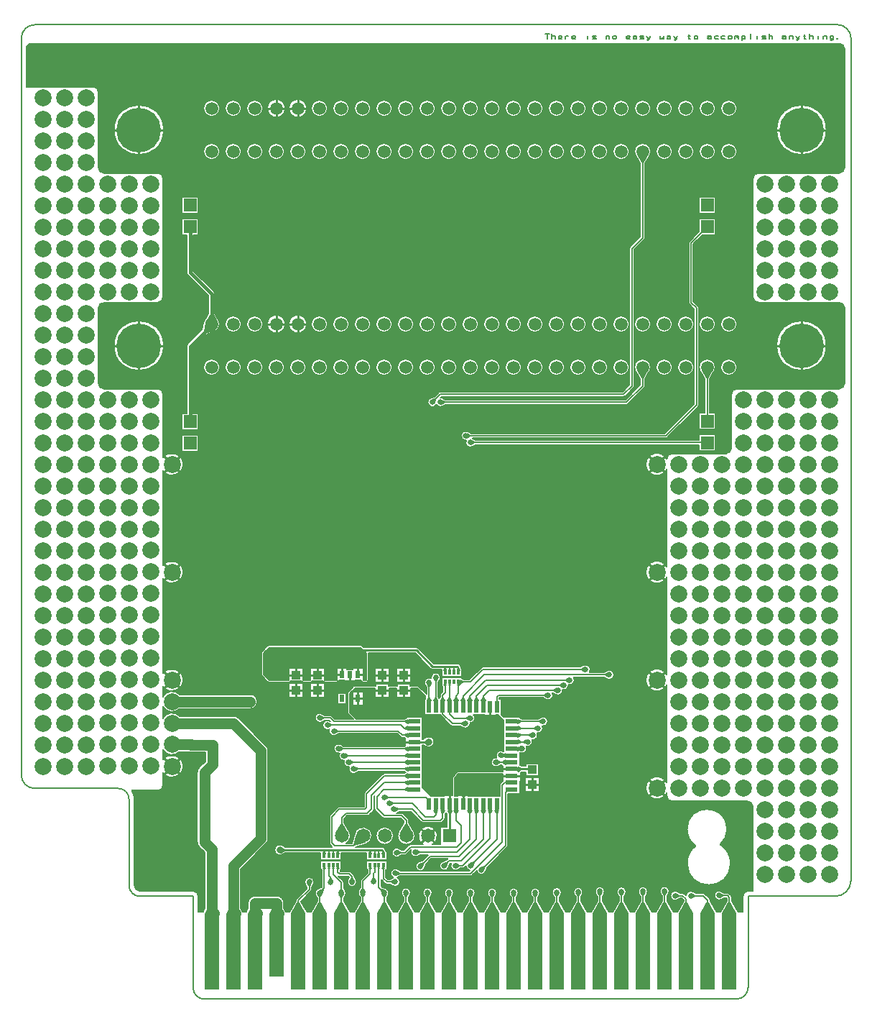
<source format=gbr>
G04 DesignSpark PCB PRO Gerber Version 10.0 Build 5299*
%FSLAX35Y35*%
%MOIN*%
%ADD99R,0.01181X0.02362*%
%ADD98R,0.01575X0.02362*%
%ADD97R,0.02362X0.03543*%
%ADD95R,0.02362X0.05807*%
%ADD94R,0.05807X0.02362*%
%ADD93R,0.06693X0.29528*%
%ADD19R,0.06693X0.35433*%
%ADD22R,0.06000X0.06000*%
%ADD70R,0.06496X0.06496*%
%ADD12C,0.00500*%
%ADD10C,0.00602*%
%ADD13C,0.01000*%
%ADD14C,0.01500*%
%ADD15C,0.02677*%
%ADD17C,0.03200*%
%ADD16C,0.04800*%
%ADD11C,0.05000*%
%ADD20C,0.05906*%
%ADD71C,0.06496*%
%ADD18C,0.07874*%
%ADD21C,0.20669*%
%ADD96R,0.04330X0.03940*%
X0Y0D02*
D02*
D10*
X185989Y53207D02*
X182943Y47933D01*
X189034D01*
X185989Y53207D01*
G36*
X185989Y53207D02*
X182943Y47933D01*
X189034D01*
X185989Y53207D01*
G37*
X191102Y60418D02*
X190203Y61974D01*
G75*
G03*
X192000I898J519D01*
G01*
X191102Y60418D01*
G36*
X191102Y60418D02*
X190203Y61974D01*
G75*
G03*
X192000I898J519D01*
G01*
X191102Y60418D01*
G37*
Y62493D02*
Y58956D01*
X185989Y53843D01*
Y30217D01*
X195969Y138498D02*
X200836D01*
X202504Y136830D01*
X239855D01*
X195989Y30217D02*
Y57356D01*
X195969Y57376D01*
X195989Y53207D02*
X192943Y47933D01*
X199034D01*
X195989Y53207D01*
G36*
X195989Y53207D02*
X192943Y47933D01*
X199034D01*
X195989Y53207D01*
G37*
Y55301D02*
X195076Y56849D01*
G75*
G03*
X196872Y56866I893J527D01*
G01*
X195989Y55301D01*
G36*
X195989Y55301D02*
X195076Y56849D01*
G75*
G03*
X196872Y56866I893J527D01*
G01*
X195989Y55301D01*
G37*
X197436Y58843D02*
X196971Y57107D01*
G75*
G03*
X195700Y58378I-1002J269D01*
G01*
X197436Y58843D01*
G36*
X197436Y58843D02*
X196971Y57107D01*
G75*
G03*
X195700Y58378I-1002J269D01*
G01*
X197436Y58843D01*
G37*
X198044Y138498D02*
X196487Y137600D01*
G75*
G03*
Y139396I-519J898D01*
G01*
X198044Y138498D01*
G36*
X198044Y138498D02*
X196487Y137600D01*
G75*
G03*
Y139396I-519J898D01*
G01*
X198044Y138498D01*
G37*
X198046Y68143D02*
X198532Y68985D01*
X197559D01*
X198046Y68143D01*
G36*
X198046Y68143D02*
X198532Y68985D01*
X197559D01*
X198046Y68143D01*
G37*
Y70167D02*
Y59453D01*
X195969Y57376D01*
X198046Y74497D02*
Y77332D01*
Y76520D02*
X197559Y75678D01*
X198532D01*
X198046Y76520D01*
G36*
X198046Y76520D02*
X197559Y75678D01*
X198532D01*
X198046Y76520D01*
G37*
X199463Y135128D02*
X233709D01*
X235157Y133680D01*
X239855D01*
X200211Y68484D02*
X200500Y68985D01*
X199922D01*
X200211Y68484D01*
G36*
X200211Y68484D02*
X200500Y68985D01*
X199922D01*
X200211Y68484D01*
G37*
Y70167D02*
Y65365D01*
X201086Y64490D01*
Y62368D01*
X200211Y74497D02*
Y77332D01*
Y76180D02*
X199922Y75678D01*
X200500D01*
X200211Y76180D01*
G36*
X200211Y76180D02*
X199922Y75678D01*
X200500D01*
X200211Y76180D01*
G37*
X201086Y64443D02*
X201984Y62887D01*
G75*
G03*
X200187I-898J-519D01*
G01*
X201086Y64443D01*
G36*
X201086Y64443D02*
X201984Y62887D01*
G75*
G03*
X200187I-898J-519D01*
G01*
X201086Y64443D01*
G37*
X201538Y135128D02*
X199982Y134230D01*
G75*
G03*
Y136027I-519J898D01*
G01*
X201538Y135128D01*
G36*
X201538Y135128D02*
X199982Y134230D01*
G75*
G03*
Y136027I-519J898D01*
G01*
X201538Y135128D01*
G37*
X202180Y68484D02*
X202469Y68985D01*
X201890D01*
X202180Y68484D01*
G36*
X202180Y68484D02*
X202469Y68985D01*
X201890D01*
X202180Y68484D01*
G37*
Y74497D02*
Y77332D01*
Y76180D02*
X201890Y75678D01*
X202469D01*
X202180Y76180D01*
G36*
X202180Y76180D02*
X201890Y75678D01*
X202469D01*
X202180Y76180D01*
G37*
X202459Y132383D02*
X232411D01*
X234263Y130531D01*
X239855D01*
X204345Y68143D02*
X204831Y68985D01*
X203859D01*
X204345Y68143D01*
G36*
X204345Y68143D02*
X204831Y68985D01*
X203859D01*
X204345Y68143D01*
G37*
Y70167D02*
Y66993D01*
X205143Y66195D01*
X209725D01*
X210945Y64975D01*
Y62368D01*
X204345Y74497D02*
Y77332D01*
Y76520D02*
X203859Y75678D01*
X204831D01*
X204345Y76520D01*
G36*
X204345Y76520D02*
X203859Y75678D01*
X204831D01*
X204345Y76520D01*
G37*
X204533Y132383D02*
X202977Y131484D01*
G75*
G03*
Y133281I-519J898D01*
G01*
X204533Y132383D01*
G36*
X204533Y132383D02*
X202977Y131484D01*
G75*
G03*
Y133281I-519J898D01*
G01*
X204533Y132383D01*
G37*
X205989Y30217D02*
Y57251D01*
Y53207D02*
X202943Y47933D01*
X209034D01*
X205989Y53207D01*
G36*
X205989Y53207D02*
X202943Y47933D01*
X209034D01*
X205989Y53207D01*
G37*
Y55176D02*
X205090Y56733D01*
G75*
G03*
X206887I898J519D01*
G01*
X205989Y55176D01*
G36*
X205989Y55176D02*
X205090Y56733D01*
G75*
G03*
X206887I898J519D01*
G01*
X205989Y55176D01*
G37*
Y57251D02*
Y62243D01*
X202180Y66052D01*
Y70167D01*
X205989Y59326D02*
X206887Y57770D01*
G75*
G03*
X205090I-898J-519D01*
G01*
X205989Y59326D01*
G36*
X205989Y59326D02*
X206887Y57770D01*
G75*
G03*
X205090I-898J-519D01*
G01*
X205989Y59326D01*
G37*
X206124Y89728D02*
X208676Y85307D01*
G75*
G03*
X203572I-2552J-1473D01*
G01*
X206124Y89728D01*
G36*
X206124Y89728D02*
X208676Y85307D01*
G75*
G03*
X203572I-2552J-1473D01*
G01*
X206124Y89728D01*
G37*
X206780Y124231D02*
X205224Y123333D01*
G75*
G03*
Y125130I-519J898D01*
G01*
X206780Y124231D01*
G36*
X206780Y124231D02*
X205224Y123333D01*
G75*
G03*
Y125130I-519J898D01*
G01*
X206780Y124231D01*
G37*
X209143Y121082D02*
X207671Y120051D01*
G75*
G03*
X207515Y121841I-595J850D01*
G01*
X209143Y121082D01*
G36*
X209143Y121082D02*
X207671Y120051D01*
G75*
G03*
X207515Y121841I-595J850D01*
G01*
X209143Y121082D01*
G37*
X210945Y64443D02*
X211844Y62887D01*
G75*
G03*
X210047I-898J-519D01*
G01*
X210945Y64443D01*
G36*
X210945Y64443D02*
X211844Y62887D01*
G75*
G03*
X210047I-898J-519D01*
G01*
X210945Y64443D01*
G37*
X211398Y117932D02*
X209841Y117034D01*
G75*
G03*
Y118831I-519J898D01*
G01*
X211398Y117932D01*
G36*
X211398Y117932D02*
X209841Y117034D01*
G75*
G03*
Y118831I-519J898D01*
G01*
X211398Y117932D01*
G37*
X211957Y79667D02*
X213278Y84597D01*
G75*
G03*
X216887Y80988I2846J-763D01*
G01*
X211957Y79667D01*
G36*
X211957Y79667D02*
X213278Y84597D01*
G75*
G03*
X216887Y80988I2846J-763D01*
G01*
X211957Y79667D01*
G37*
X213769Y114783D02*
X212213Y113884D01*
G75*
G03*
Y115681I-519J898D01*
G01*
X213769Y114783D01*
G36*
X213769Y114783D02*
X212213Y113884D01*
G75*
G03*
Y115681I-519J898D01*
G01*
X213769Y114783D01*
G37*
X215989Y53207D02*
X212943Y47933D01*
X219034D01*
X215989Y53207D01*
G36*
X215989Y53207D02*
X212943Y47933D01*
X219034D01*
X215989Y53207D01*
G37*
Y55426D02*
X215090Y56982D01*
G75*
G03*
X216887I898J519D01*
G01*
X215989Y55426D01*
G36*
X215989Y55426D02*
X215090Y56982D01*
G75*
G03*
X216887I898J519D01*
G01*
X215989Y55426D01*
G37*
Y57501D02*
Y30217D01*
Y59576D02*
X216887Y58019D01*
G75*
G03*
X215090I-898J-519D01*
G01*
X215989Y59576D01*
G36*
X215989Y59576D02*
X216887Y58019D01*
G75*
G03*
X215090I-898J-519D01*
G01*
X215989Y59576D01*
G37*
X216124Y83834D02*
X211506Y79217D01*
X202833D01*
X201585Y80465D01*
Y92653D01*
X205080Y96148D01*
X216936D01*
X217748Y96960D01*
Y103304D01*
X225985Y111541D01*
Y111633D01*
X239855D01*
X219278Y68143D02*
X219764Y68985D01*
X218791D01*
X219278Y68143D01*
G36*
X219278Y68143D02*
X219764Y68985D01*
X218791D01*
X219278Y68143D01*
G37*
Y70167D02*
Y66237D01*
X215989Y62948D01*
Y57501D01*
X219278Y74497D02*
Y77332D01*
Y76520D02*
X218791Y75678D01*
X219764D01*
X219278Y76520D01*
G36*
X219278Y76520D02*
X218791Y75678D01*
X219764D01*
X219278Y76520D01*
G37*
X221054Y62493D02*
Y66597D01*
X221443Y66986D01*
Y70167D01*
X221054Y64568D02*
X221953Y63011D01*
G75*
G03*
X220156I-898J-519D01*
G01*
X221054Y64568D01*
G36*
X221054Y64568D02*
X221953Y63011D01*
G75*
G03*
X220156I-898J-519D01*
G01*
X221054Y64568D01*
G37*
X221443Y68484D02*
X221732Y68985D01*
X221154D01*
X221443Y68484D01*
G36*
X221443Y68484D02*
X221732Y68985D01*
X221154D01*
X221443Y68484D01*
G37*
Y74497D02*
Y77332D01*
Y76180D02*
X221154Y75678D01*
X221732D01*
X221443Y76180D01*
G36*
X221443Y76180D02*
X221154Y75678D01*
X221732D01*
X221443Y76180D01*
G37*
X223411Y68484D02*
X223701Y68985D01*
X223122D01*
X223411Y68484D01*
G36*
X223411Y68484D02*
X223701Y68985D01*
X223122D01*
X223411Y68484D01*
G37*
Y70167D02*
Y60044D01*
X225955Y57501D01*
X223411Y74497D02*
Y77332D01*
Y76180D02*
X223122Y75678D01*
X223701D01*
X223411Y76180D01*
G36*
X223411Y76180D02*
X223122Y75678D01*
X223701D01*
X223411Y76180D01*
G37*
X224488Y58968D02*
X226224Y58503D01*
G75*
G03*
X224953Y57232I-269J-1002D01*
G01*
X224488Y58968D01*
G36*
X224488Y58968D02*
X226224Y58503D01*
G75*
G03*
X224953Y57232I-269J-1002D01*
G01*
X224488Y58968D01*
G37*
X225577Y68143D02*
X226063Y68985D01*
X225091D01*
X225577Y68143D01*
G36*
X225577Y68143D02*
X226063Y68985D01*
X225091D01*
X225577Y68143D01*
G37*
Y70167D02*
Y64025D01*
X227109Y62493D01*
X231039D01*
X225577Y74497D02*
Y76700D01*
X224945Y77332D01*
X225577Y76520D02*
X225091Y75678D01*
X226063D01*
X225577Y76520D01*
G36*
X225577Y76520D02*
X225091Y75678D01*
X226063D01*
X225577Y76520D01*
G37*
X225955Y57501D02*
X225989Y57467D01*
Y30217D01*
Y53207D02*
X222943Y47933D01*
X229034D01*
X225989Y53207D01*
G36*
X225989Y53207D02*
X222943Y47933D01*
X229034D01*
X225989Y53207D01*
G37*
Y55426D02*
X225065Y56968D01*
G75*
G03*
X226862Y56997I890J533D01*
G01*
X225989Y55426D01*
G36*
X225989Y55426D02*
X225065Y56968D01*
G75*
G03*
X226862Y56997I890J533D01*
G01*
X225989Y55426D01*
G37*
X227847Y101681D02*
X226291Y100783D01*
G75*
G03*
Y102580I-519J898D01*
G01*
X227847Y101681D01*
G36*
X227847Y101681D02*
X226291Y100783D01*
G75*
G03*
Y102580I-519J898D01*
G01*
X227847Y101681D01*
G37*
X228964Y62493D02*
X230520Y63391D01*
G75*
G03*
Y61594I519J-898D01*
G01*
X228964Y62493D01*
G36*
X228964Y62493D02*
X230520Y63391D01*
G75*
G03*
Y61594I519J-898D01*
G01*
X228964Y62493D01*
G37*
X230243Y98811D02*
X228687Y97912D01*
G75*
G03*
Y99709I-519J898D01*
G01*
X230243Y98811D01*
G36*
X230243Y98811D02*
X228687Y97912D01*
G75*
G03*
Y99709I-519J898D01*
G01*
X230243Y98811D01*
G37*
X232489Y96190D02*
X230933Y95291D01*
G75*
G03*
Y97088I-519J898D01*
G01*
X232489Y96190D01*
G36*
X232489Y96190D02*
X230933Y95291D01*
G75*
G03*
Y97088I-519J898D01*
G01*
X232489Y96190D01*
G37*
X233109Y66362D02*
X231502Y65559D01*
G75*
G03*
X231610Y67352I-464J928D01*
G01*
X233109Y66362D01*
G36*
X233109Y66362D02*
X231502Y65559D01*
G75*
G03*
X231610Y67352I-464J928D01*
G01*
X233109Y66362D01*
G37*
X233737Y76096D02*
X232181Y75198D01*
G75*
G03*
Y76995I-519J898D01*
G01*
X233737Y76096D01*
G36*
X233737Y76096D02*
X232181Y75198D01*
G75*
G03*
Y76995I-519J898D01*
G01*
X233737Y76096D01*
G37*
X235427Y105334D02*
X236951Y104454D01*
Y106214D01*
X235427Y105334D01*
G36*
X235427Y105334D02*
X236951Y104454D01*
Y106214D01*
X235427Y105334D01*
G37*
Y108483D02*
X236951Y107604D01*
Y109363D01*
X235427Y108483D01*
G36*
X235427Y108483D02*
X236951Y107604D01*
Y109363D01*
X235427Y108483D01*
G37*
Y111633D02*
X236951Y110753D01*
Y112513D01*
X235427Y111633D01*
G36*
X235427Y111633D02*
X236951Y110753D01*
Y112513D01*
X235427Y111633D01*
G37*
Y114783D02*
X236951Y113903D01*
Y115663D01*
X235427Y114783D01*
G36*
X235427Y114783D02*
X236951Y113903D01*
Y115663D01*
X235427Y114783D01*
G37*
Y117932D02*
X236951Y117052D01*
Y118812D01*
X235427Y117932D01*
G36*
X235427Y117932D02*
X236951Y117052D01*
Y118812D01*
X235427Y117932D01*
G37*
Y121082D02*
X236951Y120202D01*
Y121962D01*
X235427Y121082D01*
G36*
X235427Y121082D02*
X236951Y120202D01*
Y121962D01*
X235427Y121082D01*
G37*
Y124231D02*
X236951Y123352D01*
Y125111D01*
X235427Y124231D01*
G36*
X235427Y124231D02*
X236951Y123352D01*
Y125111D01*
X235427Y124231D01*
G37*
Y130531D02*
X236951Y129651D01*
Y131411D01*
X235427Y130531D01*
G36*
X235427Y130531D02*
X236951Y129651D01*
Y131411D01*
X235427Y130531D01*
G37*
Y133680D02*
X236951Y132800D01*
Y134560D01*
X235427Y133680D01*
G36*
X235427Y133680D02*
X236951Y132800D01*
Y134560D01*
X235427Y133680D01*
G37*
Y136830D02*
X236951Y135950D01*
Y137710D01*
X235427Y136830D01*
G36*
X235427Y136830D02*
X236951Y135950D01*
Y137710D01*
X235427Y136830D01*
G37*
X235989Y30217D02*
Y57626D01*
Y53207D02*
X232943Y47933D01*
X239034D01*
X235989Y53207D01*
G36*
X235989Y53207D02*
X232943Y47933D01*
X239034D01*
X235989Y53207D01*
G37*
Y55551D02*
X235090Y57107D01*
G75*
G03*
X236887I898J519D01*
G01*
X235989Y55551D01*
G36*
X235989Y55551D02*
X235090Y57107D01*
G75*
G03*
X236887I898J519D01*
G01*
X235989Y55551D01*
G37*
X236124Y89728D02*
X238676Y85307D01*
G75*
G03*
X233572I-2552J-1473D01*
G01*
X236124Y89728D01*
G36*
X236124Y89728D02*
X238676Y85307D01*
G75*
G03*
X233572I-2552J-1473D01*
G01*
X236124Y89728D01*
G37*
X239855Y105334D02*
X225736D01*
X222457Y102056D01*
Y96492D01*
X225797Y93152D01*
X234002D01*
X236124Y91031D01*
Y83834D01*
X239855Y108483D02*
X225861D01*
X219995Y102618D01*
Y96211D01*
X218059Y94276D01*
X208246D01*
X206124Y92154D01*
Y83834D01*
X239855Y114783D02*
X211694D01*
X239855Y117932D02*
X209323D01*
X239855Y121082D02*
X207076D01*
Y120901D01*
X239855Y124231D02*
X204705D01*
X242349Y76221D02*
X240793Y75323D01*
G75*
G03*
Y77120I-519J898D01*
G01*
X242349Y76221D01*
G36*
X242349Y76221D02*
X240793Y75323D01*
G75*
G03*
Y77120I-519J898D01*
G01*
X242349Y76221D01*
G37*
X244112Y71198D02*
X243647Y69463D01*
G75*
G03*
X242377Y70733I-1002J269D01*
G01*
X244112Y71198D01*
G36*
X244112Y71198D02*
X243647Y69463D01*
G75*
G03*
X242377Y70733I-1002J269D01*
G01*
X244112Y71198D01*
G37*
X245989Y30217D02*
Y57626D01*
Y53207D02*
X242943Y47933D01*
X249034D01*
X245989Y53207D01*
G36*
X245989Y53207D02*
X242943Y47933D01*
X249034D01*
X245989Y53207D01*
G37*
Y55551D02*
X245090Y57107D01*
G75*
G03*
X246887I898J519D01*
G01*
X245989Y55551D01*
G36*
X245989Y55551D02*
X245090Y57107D01*
G75*
G03*
X246887I898J519D01*
G01*
X245989Y55551D01*
G37*
X246697Y98491D02*
Y100250D01*
X245266Y101681D01*
X225772D01*
X246697Y143672D02*
Y154833D01*
Y148100D02*
X245817Y146576D01*
X247577D01*
X246697Y148100D01*
G36*
X246697Y148100D02*
X245817Y146576D01*
X247577D01*
X246697Y148100D01*
G37*
Y152758D02*
X245799Y154314D01*
G75*
G03*
X247596I898J519D01*
G01*
X246697Y152758D01*
G36*
X246697Y152758D02*
X245799Y154314D01*
G75*
G03*
X247596I898J519D01*
G01*
X246697Y152758D01*
G37*
X249739Y286300D02*
X249274Y284564D01*
G75*
G03*
X248004Y285835I-1002J269D01*
G01*
X249739Y286300D01*
G36*
X249739Y286300D02*
X249274Y284564D01*
G75*
G03*
X248004Y285835I-1002J269D01*
G01*
X249739Y286300D01*
G37*
X249847Y94064D02*
X250727Y95588D01*
X248967D01*
X249847Y94064D01*
G36*
X249847Y94064D02*
X250727Y95588D01*
X248967D01*
X249847Y94064D01*
G37*
Y98491D02*
Y93652D01*
X248848Y92653D01*
X245017D01*
X238859Y98811D01*
X228168D01*
X249847Y143672D02*
Y157333D01*
Y148100D02*
X248967Y146576D01*
X250727D01*
X249847Y148100D01*
G36*
X249847Y148100D02*
X248967Y146576D01*
X250727D01*
X249847Y148100D01*
G37*
Y155258D02*
X248948Y156814D01*
G75*
G03*
X250745I898J519D01*
G01*
X249847Y155258D01*
G36*
X249847Y155258D02*
X248948Y156814D01*
G75*
G03*
X250745I898J519D01*
G01*
X249847Y155258D01*
G37*
X252022Y284833D02*
X338272D01*
X345772Y292333D01*
Y301082D01*
X252996Y94064D02*
X253876Y95588D01*
X252117D01*
X252996Y94064D01*
G36*
X252996Y94064D02*
X253876Y95588D01*
X252117D01*
X252996Y94064D01*
G37*
Y98491D02*
Y92057D01*
X252022Y91083D01*
X243893D01*
X238786Y96190D01*
X230415D01*
X252996Y143672D02*
Y140370D01*
X257489Y135877D01*
X263612D01*
X252996Y148100D02*
X252117Y146576D01*
X253876D01*
X252996Y148100D01*
G36*
X252996Y148100D02*
X252117Y146576D01*
X253876D01*
X252996Y148100D01*
G37*
X254097Y284833D02*
X252541Y283934D01*
G75*
G03*
Y285731I-519J898D01*
G01*
X254097Y284833D01*
G36*
X254097Y284833D02*
X252541Y283934D01*
G75*
G03*
Y285731I-519J898D01*
G01*
X254097Y284833D01*
G37*
X254098Y153143D02*
X254584Y153985D01*
X253611D01*
X254098Y153143D01*
G36*
X254098Y153143D02*
X254584Y153985D01*
X253611D01*
X254098Y153143D01*
G37*
Y155167D02*
Y150207D01*
X252996Y149106D01*
Y143672D01*
X254098Y159497D02*
Y162332D01*
Y161520D02*
X253611Y160678D01*
X254584D01*
X254098Y161520D01*
G36*
X254098Y161520D02*
X253611Y160678D01*
X254584D01*
X254098Y161520D01*
G37*
X255220Y71448D02*
X254755Y69713D01*
G75*
G03*
X253484Y70983I-1002J269D01*
G01*
X255220Y71448D01*
G36*
X255220Y71448D02*
X254755Y69713D01*
G75*
G03*
X253484Y70983I-1002J269D01*
G01*
X255220Y71448D01*
G37*
X255989Y30217D02*
Y57501D01*
Y53207D02*
X252943Y47933D01*
X259034D01*
X255989Y53207D01*
G36*
X255989Y53207D02*
X252943Y47933D01*
X259034D01*
X255989Y53207D01*
G37*
Y55426D02*
X255090Y56982D01*
G75*
G03*
X256887I898J519D01*
G01*
X255989Y55426D01*
G36*
X255989Y55426D02*
X255090Y56982D01*
G75*
G03*
X256887I898J519D01*
G01*
X255989Y55426D01*
G37*
X256146Y143672D02*
Y140348D01*
X258121Y138373D01*
X265859D01*
X256146Y148100D02*
X255266Y146576D01*
X257026D01*
X256146Y148100D01*
G36*
X256146Y148100D02*
X255266Y146576D01*
X257026D01*
X256146Y148100D01*
G37*
X256263Y153484D02*
X256552Y153985D01*
X255974D01*
X256263Y153484D01*
G36*
X256263Y153484D02*
X256552Y153985D01*
X255974D01*
X256263Y153484D01*
G37*
Y155167D02*
Y149223D01*
X256146Y149106D01*
Y143672D01*
X256263Y159497D02*
Y162332D01*
Y161180D02*
X255974Y160678D01*
X256552D01*
X256263Y161180D01*
G36*
X256263Y161180D02*
X255974Y160678D01*
X256552D01*
X256263Y161180D01*
G37*
X258231D02*
X257942Y160678D01*
X258521D01*
X258231Y161180D01*
G36*
X258231Y161180D02*
X257942Y160678D01*
X258521D01*
X258231Y161180D01*
G37*
Y162332D02*
Y159497D01*
X259296Y94064D02*
X260176Y95588D01*
X258416D01*
X259296Y94064D01*
G36*
X259296Y94064D02*
X260176Y95588D01*
X258416D01*
X259296Y94064D01*
G37*
Y98491D02*
Y90823D01*
X261615Y88504D01*
Y80589D01*
X259743Y78717D01*
X238152D01*
X235531Y76096D01*
X231663D01*
X259296Y148100D02*
X258416Y146576D01*
X260176D01*
X259296Y148100D01*
G36*
X259296Y148100D02*
X258416Y146576D01*
X260176D01*
X259296Y148100D01*
G37*
X260397Y153143D02*
X260883Y153985D01*
X259911D01*
X260397Y153143D01*
G36*
X260397Y153143D02*
X260883Y153985D01*
X259911D01*
X260397Y153143D01*
G37*
Y155167D02*
X265847D01*
X271643Y160963D01*
X319399D01*
X260397Y155167D02*
Y149833D01*
X259296Y148732D01*
Y143672D01*
X260397Y159497D02*
Y161880D01*
X259945Y162332D01*
X260397Y161520D02*
X259911Y160678D01*
X260883D01*
X260397Y161520D01*
G36*
X260397Y161520D02*
X259911Y160678D01*
X260883D01*
X260397Y161520D01*
G37*
X260944Y69981D02*
X259388Y69083D01*
G75*
G03*
Y70880I-519J898D01*
G01*
X260944Y69981D01*
G36*
X260944Y69981D02*
X259388Y69083D01*
G75*
G03*
Y70880I-519J898D01*
G01*
X260944Y69981D01*
G37*
X261537Y135877D02*
X263094Y136776D01*
G75*
G03*
Y134979I519J-898D01*
G01*
X261537Y135877D01*
G36*
X261537Y135877D02*
X263094Y136776D01*
G75*
G03*
Y134979I519J-898D01*
G01*
X261537Y135877D01*
G37*
X262445Y148100D02*
X261565Y146576D01*
X263325D01*
X262445Y148100D01*
G36*
X262445Y148100D02*
X261565Y146576D01*
X263325D01*
X262445Y148100D01*
G37*
X262708Y155167D02*
X261184Y156046D01*
Y154287D01*
X262708Y155167D01*
G36*
X262708Y155167D02*
X261184Y156046D01*
Y154287D01*
X262708Y155167D01*
G37*
X263737Y269292D02*
X356481D01*
X370772Y283583D01*
Y328583D01*
X368272Y331083D01*
Y358623D01*
X375772Y366123D01*
X263784Y138373D02*
X265340Y139272D01*
G75*
G03*
Y137475I519J-898D01*
G01*
X263784Y138373D01*
G36*
X263784Y138373D02*
X265340Y139272D01*
G75*
G03*
Y137475I519J-898D01*
G01*
X263784Y138373D01*
G37*
X265595Y94064D02*
X266475Y95588D01*
X264715D01*
X265595Y94064D01*
G36*
X265595Y94064D02*
X266475Y95588D01*
X264715D01*
X265595Y94064D01*
G37*
Y98491D02*
Y82198D01*
X259619Y76221D01*
X240274D01*
X265595Y143672D02*
Y148593D01*
X272972Y155970D01*
X312036D01*
X265595Y148100D02*
X264715Y146576D01*
X266475D01*
X265595Y148100D01*
G36*
X265595Y148100D02*
X264715Y146576D01*
X266475D01*
X265595Y148100D01*
G37*
X265812Y269292D02*
X264256Y268393D01*
G75*
G03*
Y270190I-519J898D01*
G01*
X265812Y269292D01*
G36*
X265812Y269292D02*
X264256Y268393D01*
G75*
G03*
Y270190I-519J898D01*
G01*
X265812Y269292D01*
G37*
X265859Y266172D02*
X375631D01*
X375772Y266031D01*
X265989Y30217D02*
Y57501D01*
Y53207D02*
X262943Y47933D01*
X269034D01*
X265989Y53207D01*
G36*
X265989Y53207D02*
X262943Y47933D01*
X269034D01*
X265989Y53207D01*
G37*
Y55426D02*
X265090Y56982D01*
G75*
G03*
X266887I898J519D01*
G01*
X265989Y55426D01*
G36*
X265989Y55426D02*
X265090Y56982D01*
G75*
G03*
X266887I898J519D01*
G01*
X265989Y55426D01*
G37*
X267456Y71448D02*
X266991Y69713D01*
G75*
G03*
X265720Y70983I-1002J269D01*
G01*
X267456Y71448D01*
G36*
X267456Y71448D02*
X266991Y69713D01*
G75*
G03*
X265720Y70983I-1002J269D01*
G01*
X267456Y71448D01*
G37*
X267933Y266172D02*
X266377Y265273D01*
G75*
G03*
Y267070I-519J898D01*
G01*
X267933Y266172D01*
G36*
X267933Y266172D02*
X266377Y265273D01*
G75*
G03*
Y267070I-519J898D01*
G01*
X267933Y266172D01*
G37*
X268744Y94064D02*
X269624Y95588D01*
X267865D01*
X268744Y94064D01*
G36*
X268744Y94064D02*
X269624Y95588D01*
X267865D01*
X268744Y94064D01*
G37*
Y98491D02*
Y82352D01*
X260742Y74349D01*
X247263D01*
X242645Y69731D01*
X268744Y143672D02*
Y148622D01*
X273721Y153599D01*
X309290D01*
X268744Y148100D02*
X267865Y146576D01*
X269624D01*
X268744Y148100D01*
G36*
X268744Y148100D02*
X267865Y146576D01*
X269624D01*
X268744Y148100D01*
G37*
X270976Y68109D02*
X282208Y79341D01*
Y104052D01*
X283489Y105334D01*
X285036D01*
X271894Y94064D02*
X272774Y95588D01*
X271014D01*
X271894Y94064D01*
G36*
X271894Y94064D02*
X272774Y95588D01*
X271014D01*
X271894Y94064D01*
G37*
Y98491D02*
Y82381D01*
X261740Y72228D01*
X255999D01*
X253753Y69981D01*
X271894Y143672D02*
Y148652D01*
X274470Y151228D01*
X306544D01*
X271894Y148100D02*
X271014Y146576D01*
X272774D01*
X271894Y148100D01*
G36*
X271894Y148100D02*
X271014Y146576D01*
X272774D01*
X271894Y148100D01*
G37*
X272443Y69576D02*
X271978Y67841D01*
G75*
G03*
X270707Y69111I-1002J269D01*
G01*
X272443Y69576D01*
G36*
X272443Y69576D02*
X271978Y67841D01*
G75*
G03*
X270707Y69111I-1002J269D01*
G01*
X272443Y69576D01*
G37*
X275044Y94064D02*
X275924Y95588D01*
X274164D01*
X275044Y94064D01*
G36*
X275044Y94064D02*
X275924Y95588D01*
X274164D01*
X275044Y94064D01*
G37*
Y98491D02*
Y82661D01*
X262364Y69981D01*
X258870D01*
X275989Y30217D02*
Y57501D01*
Y53207D02*
X272943Y47933D01*
X279034D01*
X275989Y53207D01*
G36*
X275989Y53207D02*
X272943Y47933D01*
X279034D01*
X275989Y53207D01*
G37*
Y55426D02*
X275090Y56982D01*
G75*
G03*
X276887I898J519D01*
G01*
X275989Y55426D01*
G36*
X275989Y55426D02*
X275090Y56982D01*
G75*
G03*
X276887I898J519D01*
G01*
X275989Y55426D01*
G37*
X278193Y94064D02*
X279073Y95588D01*
X277313D01*
X278193Y94064D01*
G36*
X278193Y94064D02*
X279073Y95588D01*
X277313D01*
X278193Y94064D01*
G37*
Y98491D02*
Y82186D01*
X265989Y69981D01*
X278193Y143672D02*
Y148315D01*
X278859Y148981D01*
X302052D01*
X279665Y117932D02*
X278109Y117034D01*
G75*
G03*
Y118831I-519J898D01*
G01*
X279665Y117932D01*
G36*
X279665Y117932D02*
X278109Y117034D01*
G75*
G03*
Y118831I-519J898D01*
G01*
X279665Y117932D01*
G37*
X279961Y121150D02*
X285036Y121082D01*
X280608Y117932D02*
X282132Y117052D01*
Y118812D01*
X280608Y117932D01*
G36*
X280608Y117932D02*
X282132Y117052D01*
Y118812D01*
X280608Y117932D01*
G37*
X280665Y121141D02*
X282132Y120202D01*
Y121962D01*
X280665Y121141D01*
G36*
X280665Y121141D02*
X282132Y120202D01*
Y121962D01*
X280665Y121141D01*
G37*
X282036Y121122D02*
X280468Y120245D01*
G75*
G03*
X280492Y122042I-507J906D01*
G01*
X282036Y121122D01*
G36*
X282036Y121122D02*
X280468Y120245D01*
G75*
G03*
X280492Y122042I-507J906D01*
G01*
X282036Y121122D01*
G37*
X285036Y108483D02*
X281772D01*
X280585Y107297D01*
Y81089D01*
X265859Y66362D01*
X231039D01*
Y66487D01*
X285036Y117932D02*
X277590D01*
X285036Y124231D02*
X289946D01*
X285036Y127381D02*
X292442D01*
X285036Y130531D02*
X294918D01*
X294938Y130511D01*
X285036Y133680D02*
X297309D01*
X285036Y136830D02*
X299680D01*
X285989Y30217D02*
Y57501D01*
Y53207D02*
X282943Y47933D01*
X289034D01*
X285989Y53207D01*
G36*
X285989Y53207D02*
X282943Y47933D01*
X289034D01*
X285989Y53207D01*
G37*
Y55426D02*
X285090Y56982D01*
G75*
G03*
X286887I898J519D01*
G01*
X285989Y55426D01*
G36*
X285989Y55426D02*
X285090Y56982D01*
G75*
G03*
X286887I898J519D01*
G01*
X285989Y55426D01*
G37*
X287871Y124231D02*
X289427Y125130D01*
G75*
G03*
Y123333I519J-898D01*
G01*
X287871Y124231D01*
G36*
X287871Y124231D02*
X289427Y125130D01*
G75*
G03*
Y123333I519J-898D01*
G01*
X287871Y124231D01*
G37*
X289463D02*
X287939Y125111D01*
Y123352D01*
X289463Y124231D01*
G36*
X289463Y124231D02*
X287939Y125111D01*
Y123352D01*
X289463Y124231D01*
G37*
Y127381D02*
X287939Y128261D01*
Y126501D01*
X289463Y127381D01*
G36*
X289463Y127381D02*
X287939Y128261D01*
Y126501D01*
X289463Y127381D01*
G37*
Y130531D02*
X287939Y131411D01*
Y129651D01*
X289463Y130531D01*
G36*
X289463Y130531D02*
X287939Y131411D01*
Y129651D01*
X289463Y130531D01*
G37*
Y133680D02*
X287939Y134560D01*
Y132800D01*
X289463Y133680D01*
G36*
X289463Y133680D02*
X287939Y134560D01*
Y132800D01*
X289463Y133680D01*
G37*
Y136830D02*
X287939Y137710D01*
Y135950D01*
X289463Y136830D01*
G36*
X289463Y136830D02*
X287939Y137710D01*
Y135950D01*
X289463Y136830D01*
G37*
X290367Y127381D02*
X291923Y128280D01*
G75*
G03*
Y126483I519J-898D01*
G01*
X290367Y127381D01*
G36*
X290367Y127381D02*
X291923Y128280D01*
G75*
G03*
Y126483I519J-898D01*
G01*
X290367Y127381D01*
G37*
X292863Y130531D02*
X294428Y131414D01*
G75*
G03*
X294411Y129617I510J-904D01*
G01*
X292863Y130531D01*
G36*
X292863Y130531D02*
X294428Y131414D01*
G75*
G03*
X294411Y129617I510J-904D01*
G01*
X292863Y130531D01*
G37*
X295234Y133680D02*
X296791Y134579D01*
G75*
G03*
Y132782I519J-898D01*
G01*
X295234Y133680D01*
G36*
X295234Y133680D02*
X296791Y134579D01*
G75*
G03*
Y132782I519J-898D01*
G01*
X295234Y133680D01*
G37*
X295989Y30217D02*
Y57501D01*
Y53207D02*
X292943Y47933D01*
X299034D01*
X295989Y53207D01*
G36*
X295989Y53207D02*
X292943Y47933D01*
X299034D01*
X295989Y53207D01*
G37*
Y55426D02*
X295090Y56982D01*
G75*
G03*
X296887I898J519D01*
G01*
X295989Y55426D01*
G36*
X295989Y55426D02*
X295090Y56982D01*
G75*
G03*
X296887I898J519D01*
G01*
X295989Y55426D01*
G37*
X297606Y136830D02*
X299162Y137728D01*
G75*
G03*
Y135931I519J-898D01*
G01*
X297606Y136830D01*
G36*
X297606Y136830D02*
X299162Y137728D01*
G75*
G03*
Y135931I519J-898D01*
G01*
X297606Y136830D01*
G37*
X299977Y148981D02*
X301533Y149880D01*
G75*
G03*
Y148083I519J-898D01*
G01*
X299977Y148981D01*
G36*
X299977Y148981D02*
X301533Y149880D01*
G75*
G03*
Y148083I519J-898D01*
G01*
X299977Y148981D01*
G37*
X301477Y453176D02*
Y455538D01*
X300493D02*
X302461D01*
X303643Y453176D02*
Y455538D01*
Y454160D02*
X303839Y454554D01*
X304233Y454751D01*
X304627D01*
X305020Y454554D01*
X305217Y454160D01*
Y453176D01*
X308367Y453373D02*
X308170Y453176D01*
X307776D01*
X307383D01*
X306989Y453373D01*
X306792Y453767D01*
Y454357D01*
X306989Y454554D01*
X307383Y454751D01*
X307776D01*
X308170Y454554D01*
X308367Y454357D01*
Y454160D01*
X308170Y453963D01*
X307776Y453767D01*
X307383D01*
X306989Y453963D01*
X306792Y454160D01*
X309942Y453176D02*
Y454751D01*
Y454160D02*
X310139Y454554D01*
X310532Y454751D01*
X310926D01*
X311320Y454554D01*
X314666Y453373D02*
X314469Y453176D01*
X314076D01*
X313682D01*
X313288Y453373D01*
X313091Y453767D01*
Y454357D01*
X313288Y454554D01*
X313682Y454751D01*
X314076D01*
X314469Y454554D01*
X314666Y454357D01*
Y454160D01*
X314469Y453963D01*
X314076Y453767D01*
X313682D01*
X313288Y453963D01*
X313091Y454160D01*
X320178Y453176D02*
Y454751D01*
Y455341D02*
X322540Y453373D02*
X322934Y453176D01*
X323721D01*
X324115Y453373D01*
Y453767D01*
X323721Y453963D01*
X322934D01*
X322540Y454160D01*
Y454554D01*
X322934Y454751D01*
X323721D01*
X324115Y454554D01*
X328839Y453176D02*
Y454751D01*
Y454160D02*
X329036Y454554D01*
X329430Y454751D01*
X329824D01*
X330217Y454554D01*
X330414Y454160D01*
Y453176D01*
X331989Y453767D02*
X332186Y453373D01*
X332580Y453176D01*
X332973D01*
X333367Y453373D01*
X333564Y453767D01*
Y454160D01*
X333367Y454554D01*
X332973Y454751D01*
X332580D01*
X332186Y454554D01*
X331989Y454160D01*
Y453767D01*
X339863Y453373D02*
X339666Y453176D01*
X339272D01*
X338879D01*
X338485Y453373D01*
X338288Y453767D01*
Y454357D01*
X338485Y454554D01*
X338879Y454751D01*
X339272D01*
X339666Y454554D01*
X339863Y454357D01*
Y454160D01*
X339666Y453963D01*
X339272Y453767D01*
X338879D01*
X338485Y453963D01*
X338288Y454160D01*
X341438Y454554D02*
X341831Y454751D01*
X342422D01*
X342816Y454554D01*
X343013Y454160D01*
Y453570D01*
X342816Y453373D01*
X342422Y453176D01*
X342028D01*
X341635Y453373D01*
X341438Y453570D01*
Y453767D01*
X341635Y453963D01*
X342028Y454160D01*
X342422D01*
X342816Y453963D01*
X343013Y453767D01*
Y453570D02*
Y453176D01*
X344587Y453373D02*
X344981Y453176D01*
X345769D01*
X346162Y453373D01*
Y453767D01*
X345769Y453963D01*
X344981D01*
X344587Y454160D01*
Y454554D01*
X344981Y454751D01*
X345769D01*
X346162Y454554D01*
X347737Y454751D02*
X347934Y453963D01*
X348328Y453570D01*
X348721D01*
X349115Y453963D01*
X349312Y454751D01*
X349115Y453963D02*
X348918Y453176D01*
X348721Y452782D01*
X348328Y452585D01*
X347934Y452782D01*
X354036Y454751D02*
Y453373D01*
X354233Y453176D01*
X354627D01*
X354824Y453373D01*
Y453963D01*
Y453373D02*
X355020Y453176D01*
X355414D01*
X355611Y453373D01*
Y454751D01*
X357186Y454554D02*
X357580Y454751D01*
X358170D01*
X358564Y454554D01*
X358761Y454160D01*
Y453570D01*
X358564Y453373D01*
X358170Y453176D01*
X357776D01*
X357383Y453373D01*
X357186Y453570D01*
Y453767D01*
X357383Y453963D01*
X357776Y454160D01*
X358170D01*
X358564Y453963D01*
X358761Y453767D01*
Y453570D02*
Y453176D01*
X360335Y454751D02*
X360532Y453963D01*
X360926Y453570D01*
X361320D01*
X361713Y453963D01*
X361910Y454751D01*
X361713Y453963D02*
X361517Y453176D01*
X361320Y452782D01*
X360926Y452585D01*
X360532Y452782D01*
X366963Y454751D02*
X367881D01*
X367422Y455144D02*
Y453373D01*
X367619Y453176D01*
X367816D01*
X368013Y453373D01*
X369784Y453767D02*
X369981Y453373D01*
X370375Y453176D01*
X370769D01*
X371162Y453373D01*
X371359Y453767D01*
Y454160D01*
X371162Y454554D01*
X370769Y454751D01*
X370375D01*
X369981Y454554D01*
X369784Y454160D01*
Y453767D01*
X376083Y454554D02*
X376477Y454751D01*
X377068D01*
X377461Y454554D01*
X377658Y454160D01*
Y453570D01*
X377461Y453373D01*
X377068Y453176D01*
X376674D01*
X376280Y453373D01*
X376083Y453570D01*
Y453767D01*
X376280Y453963D01*
X376674Y454160D01*
X377068D01*
X377461Y453963D01*
X377658Y453767D01*
Y453570D02*
Y453176D01*
X380808Y454554D02*
X380414Y454751D01*
X379824D01*
X379430Y454554D01*
X379233Y454160D01*
Y453767D01*
X379430Y453373D01*
X379824Y453176D01*
X380414D01*
X380808Y453373D01*
X383957Y454554D02*
X383564Y454751D01*
X382973D01*
X382580Y454554D01*
X382383Y454160D01*
Y453767D01*
X382580Y453373D01*
X382973Y453176D01*
X383564D01*
X383957Y453373D01*
X385532Y453767D02*
X385729Y453373D01*
X386123Y453176D01*
X386517D01*
X386910Y453373D01*
X387107Y453767D01*
Y454160D01*
X386910Y454554D01*
X386517Y454751D01*
X386123D01*
X385729Y454554D01*
X385532Y454160D01*
Y453767D01*
X388682Y453176D02*
Y454751D01*
Y454554D02*
X388879Y454751D01*
X389272D01*
X389469Y454554D01*
Y453963D01*
Y454554D02*
X389666Y454751D01*
X390060D01*
X390257Y454554D01*
Y453176D01*
X391831Y454751D02*
Y452585D01*
Y453767D02*
X392028Y453373D01*
X392422Y453176D01*
X392816D01*
X393209Y453373D01*
X393406Y453767D01*
Y454160D01*
X393209Y454554D01*
X392816Y454751D01*
X392422D01*
X392028Y454554D01*
X391831Y454160D01*
Y453767D01*
X395965Y453176D02*
X395769D01*
Y455538D01*
X398918Y453176D02*
Y454751D01*
Y455341D02*
X401280Y453373D02*
X401674Y453176D01*
X402461D01*
X402855Y453373D01*
Y453767D01*
X402461Y453963D01*
X401674D01*
X401280Y454160D01*
Y454554D01*
X401674Y454751D01*
X402461D01*
X402855Y454554D01*
X404430Y453176D02*
Y455538D01*
Y454160D02*
X404627Y454554D01*
X405020Y454751D01*
X405414D01*
X405808Y454554D01*
X406005Y454160D01*
Y453176D01*
X410729Y454554D02*
X411123Y454751D01*
X411713D01*
X412107Y454554D01*
X412304Y454160D01*
Y453570D01*
X412107Y453373D01*
X411713Y453176D01*
X411320D01*
X410926Y453373D01*
X410729Y453570D01*
Y453767D01*
X410926Y453963D01*
X411320Y454160D01*
X411713D01*
X412107Y453963D01*
X412304Y453767D01*
Y453570D02*
Y453176D01*
X413879D02*
Y454751D01*
Y454160D02*
X414076Y454554D01*
X414469Y454751D01*
X414863D01*
X415257Y454554D01*
X415454Y454160D01*
Y453176D01*
X417028Y454751D02*
X417225Y453963D01*
X417619Y453570D01*
X418013D01*
X418406Y453963D01*
X418603Y454751D01*
X418406Y453963D02*
X418209Y453176D01*
X418013Y452782D01*
X417619Y452585D01*
X417225Y452782D01*
X420506Y454751D02*
X421425D01*
X420965Y455144D02*
Y453373D01*
X421162Y453176D01*
X421359D01*
X421556Y453373D01*
X423328Y453176D02*
Y455538D01*
Y454160D02*
X423524Y454554D01*
X423918Y454751D01*
X424312D01*
X424706Y454554D01*
X424902Y454160D01*
Y453176D01*
X427265D02*
Y454751D01*
Y455341D02*
X429627Y453176D02*
Y454751D01*
Y454160D02*
X429824Y454554D01*
X430217Y454751D01*
X430611D01*
X431005Y454554D01*
X431202Y454160D01*
Y453176D01*
X434351Y454160D02*
X434154Y454554D01*
X433761Y454751D01*
X433367D01*
X432973Y454554D01*
X432776Y454160D01*
Y453963D01*
X432973Y453570D01*
X433367Y453373D01*
X433761D01*
X434154Y453570D01*
X434351Y453963D01*
Y454751D02*
Y453176D01*
X434154Y452782D01*
X433761Y452585D01*
X433170D01*
X432776Y452782D01*
X436123Y453176D02*
X436320Y453373D01*
X436123Y453570D01*
X435926Y453373D01*
X436123Y453176D01*
X304470Y151228D02*
X306026Y152126D01*
G75*
G03*
Y150330I519J-898D01*
G01*
X304470Y151228D01*
G36*
X304470Y151228D02*
X306026Y152126D01*
G75*
G03*
Y150330I519J-898D01*
G01*
X304470Y151228D01*
G37*
X305989Y30217D02*
Y57750D01*
Y53207D02*
X302943Y47933D01*
X309034D01*
X305989Y53207D01*
G36*
X305989Y53207D02*
X302943Y47933D01*
X309034D01*
X305989Y53207D01*
G37*
Y55676D02*
X305090Y57232D01*
G75*
G03*
X306887I898J519D01*
G01*
X305989Y55676D01*
G36*
X305989Y55676D02*
X305090Y57232D01*
G75*
G03*
X306887I898J519D01*
G01*
X305989Y55676D01*
G37*
X307215Y153599D02*
X308772Y154498D01*
G75*
G03*
Y152701I519J-898D01*
G01*
X307215Y153599D01*
G36*
X307215Y153599D02*
X308772Y154498D01*
G75*
G03*
Y152701I519J-898D01*
G01*
X307215Y153599D01*
G37*
X309961Y155970D02*
X311517Y156869D01*
G75*
G03*
Y155072I519J-898D01*
G01*
X309961Y155970D01*
G36*
X309961Y155970D02*
X311517Y156869D01*
G75*
G03*
Y155072I519J-898D01*
G01*
X309961Y155970D01*
G37*
X315989Y30217D02*
Y57806D01*
X315919Y57875D01*
X315989Y53207D02*
X312943Y47933D01*
X319034D01*
X315989Y53207D01*
G36*
X315989Y53207D02*
X312943Y47933D01*
X319034D01*
X315989Y53207D01*
G37*
Y55802D02*
X315039Y57327D01*
G75*
G03*
X316835Y57387I881J548D01*
G01*
X315989Y55802D01*
G36*
X315989Y55802D02*
X315039Y57327D01*
G75*
G03*
X316835Y57387I881J548D01*
G01*
X315989Y55802D01*
G37*
X317324Y160963D02*
X318881Y161861D01*
G75*
G03*
Y160064I519J-898D01*
G01*
X317324Y160963D01*
G36*
X317324Y160963D02*
X318881Y161861D01*
G75*
G03*
Y160064I519J-898D01*
G01*
X317324Y160963D01*
G37*
X325989Y30217D02*
Y58125D01*
Y53207D02*
X322943Y47933D01*
X329034D01*
X325989Y53207D01*
G36*
X325989Y53207D02*
X322943Y47933D01*
X329034D01*
X325989Y53207D01*
G37*
Y56050D02*
X325090Y57606D01*
G75*
G03*
X326887I898J519D01*
G01*
X325989Y56050D01*
G36*
X325989Y56050D02*
X325090Y57606D01*
G75*
G03*
X326887I898J519D01*
G01*
X325989Y56050D01*
G37*
X328307Y158467D02*
X329863Y159365D01*
G75*
G03*
Y157568I519J-898D01*
G01*
X328307Y158467D01*
G36*
X328307Y158467D02*
X329863Y159365D01*
G75*
G03*
Y157568I519J-898D01*
G01*
X328307Y158467D01*
G37*
X330382D02*
X272224D01*
X262445Y148688D01*
Y143672D01*
X335989Y30217D02*
Y58000D01*
Y53207D02*
X332943Y47933D01*
X339034D01*
X335989Y53207D01*
G36*
X335989Y53207D02*
X332943Y47933D01*
X339034D01*
X335989Y53207D01*
G37*
Y55925D02*
X335090Y57481D01*
G75*
G03*
X336887I898J519D01*
G01*
X335989Y55925D01*
G36*
X335989Y55925D02*
X335090Y57481D01*
G75*
G03*
X336887I898J519D01*
G01*
X335989Y55925D01*
G37*
X345772Y295779D02*
X343476Y299756D01*
G75*
G03*
X348069I2296J1326D01*
G01*
X345772Y295779D01*
G36*
X345772Y295779D02*
X343476Y299756D01*
G75*
G03*
X348069I2296J1326D01*
G01*
X345772Y295779D01*
G37*
X345794Y401082D02*
X345857Y401019D01*
Y361083D01*
X340772Y355997D01*
Y292333D01*
X337022Y288583D01*
X252022D01*
X248272Y284833D01*
X345857Y395779D02*
X343514Y399729D01*
G75*
G03*
X348107Y399784I2281J1353D01*
G01*
X345857Y395779D01*
G36*
X345857Y395779D02*
X343514Y399729D01*
G75*
G03*
X348107Y399784I2281J1353D01*
G01*
X345857Y395779D01*
G37*
X345989Y30217D02*
Y58125D01*
Y53207D02*
X342943Y47933D01*
X349034D01*
X345989Y53207D01*
G36*
X345989Y53207D02*
X342943Y47933D01*
X349034D01*
X345989Y53207D01*
G37*
Y56050D02*
X345090Y57606D01*
G75*
G03*
X346887I898J519D01*
G01*
X345989Y56050D01*
G36*
X345989Y56050D02*
X345090Y57606D01*
G75*
G03*
X346887I898J519D01*
G01*
X345989Y56050D01*
G37*
X355989Y53207D02*
X352943Y47933D01*
X359034D01*
X355989Y53207D01*
G36*
X355989Y53207D02*
X352943Y47933D01*
X359034D01*
X355989Y53207D01*
G37*
Y56175D02*
X355090Y57731D01*
G75*
G03*
X356887I898J519D01*
G01*
X355989Y56175D01*
G36*
X355989Y56175D02*
X355090Y57731D01*
G75*
G03*
X356887I898J519D01*
G01*
X355989Y56175D01*
G37*
Y58250D02*
Y30217D01*
X362972Y56086D02*
X361416Y55187D01*
G75*
G03*
Y56984I-519J898D01*
G01*
X362972Y56086D01*
G36*
X362972Y56086D02*
X361416Y55187D01*
G75*
G03*
Y56984I-519J898D01*
G01*
X362972Y56086D01*
G37*
X365989Y30217D02*
Y54489D01*
X364392Y56086D01*
X360898D01*
X365989Y53207D02*
X362943Y47933D01*
X369034D01*
X365989Y53207D01*
G36*
X365989Y53207D02*
X362943Y47933D01*
X369034D01*
X365989Y53207D01*
G37*
X370211Y56086D02*
X368655Y55187D01*
G75*
G03*
Y56984I-519J898D01*
G01*
X370211Y56086D01*
G36*
X370211Y56086D02*
X368655Y55187D01*
G75*
G03*
Y56984I-519J898D01*
G01*
X370211Y56086D01*
G37*
X375772Y295779D02*
X373476Y299756D01*
G75*
G03*
X378069I2296J1326D01*
G01*
X375772Y295779D01*
G36*
X375772Y295779D02*
X373476Y299756D01*
G75*
G03*
X378069I2296J1326D01*
G01*
X375772Y295779D01*
G37*
Y301082D02*
Y276031D01*
X375989Y30217D02*
Y54035D01*
X373938Y56086D01*
X368136D01*
X375989Y53207D02*
X372943Y47933D01*
X379034D01*
X375989Y53207D01*
G36*
X375989Y53207D02*
X372943Y47933D01*
X379034D01*
X375989Y53207D01*
G37*
X383376Y56211D02*
X381820Y55312D01*
G75*
G03*
Y57109I-519J898D01*
G01*
X383376Y56211D01*
G36*
X383376Y56211D02*
X381820Y55312D01*
G75*
G03*
Y57109I-519J898D01*
G01*
X383376Y56211D01*
G37*
X385989Y30217D02*
Y55393D01*
X385170Y56211D01*
X381302D01*
X385989Y53207D02*
X382943Y47933D01*
X389034D01*
X385989Y53207D01*
G36*
X385989Y53207D02*
X382943Y47933D01*
X389034D01*
X385989Y53207D01*
G37*
D02*
D11*
X127445Y126121D02*
X136195D01*
Y126083D01*
X146195D01*
X127445Y136082D02*
X155907D01*
X127445Y146082D02*
X163695D01*
X145989Y49399D02*
X145142Y47933D01*
X146835D01*
X145989Y49399D01*
G36*
X145989Y49399D02*
X145142Y47933D01*
X146835D01*
X145989Y49399D01*
G37*
X146195Y126083D02*
Y117017D01*
X142445Y113267D01*
Y81082D01*
X145989Y77539D01*
Y30217D01*
X155989D02*
Y69832D01*
X168695Y82539D01*
Y123294D01*
X155907Y136082D01*
X155989Y49399D02*
X155142Y47933D01*
X156835D01*
X155989Y49399D01*
G36*
X155989Y49399D02*
X155142Y47933D01*
X156835D01*
X155989Y49399D01*
G37*
X165989D02*
X165142Y47933D01*
X166835D01*
X165989Y49399D01*
G36*
X165989Y49399D02*
X165142Y47933D01*
X166835D01*
X165989Y49399D01*
G37*
X175989Y33169D02*
Y52690D01*
X165989D01*
Y30217D01*
X175989Y49399D02*
X175142Y47933D01*
X176835D01*
X175989Y49399D01*
G36*
X175989Y49399D02*
X175142Y47933D01*
X176835D01*
X175989Y49399D01*
G37*
D02*
D12*
X59953Y449825D02*
Y431083D01*
X90772D01*
G75*
G02*
X93272Y428583I0J-2500D01*
G01*
Y393583D01*
G75*
G03*
X95772Y391083I2500J0D01*
G01*
X120772D01*
G75*
G02*
X123272Y388583I0J-2500D01*
G01*
Y333583D01*
G75*
G02*
X120772Y331083I-2500J0D01*
G01*
X98271D01*
G75*
G02*
X96698I-786J4725D01*
G01*
X95772D01*
G75*
G03*
X93272Y328583I0J-2500D01*
G01*
Y293583D01*
G75*
G03*
X95772Y291083I2500J0D01*
G01*
X120772D01*
G75*
G02*
X123272Y288583I0J-2500D01*
G01*
Y259162D01*
G75*
G02*
X132632Y256082I4173J-3080D01*
G01*
G75*
G02*
X123272Y253002I-5187J0D01*
G01*
Y209162D01*
G75*
G02*
X132632Y206082I4173J-3080D01*
G01*
G75*
G02*
X123272Y203002I-5187J0D01*
G01*
Y159162D01*
G75*
G02*
X132632Y156082I4173J-3080D01*
G01*
G75*
G02*
X123272Y153002I-5187J0D01*
G01*
Y148432D01*
G75*
G02*
X130866Y149434I4173J-2350D01*
G01*
X163695D01*
G75*
G02*
Y142730I0J-3352D01*
G01*
X130866D01*
G75*
G02*
X123272Y143732I-3420J3352D01*
G01*
Y138432D01*
G75*
G02*
X130866Y139434I4173J-2350D01*
G01*
X155907D01*
G75*
G02*
X158278Y138452I0J-3352D01*
G01*
X171063Y125667D01*
G75*
G02*
X172048Y123294I-2368J-2373D01*
G01*
Y82539D01*
G75*
G02*
X171063Y80165I-3352J0D01*
G01*
X159341Y68443D01*
Y50297D01*
X159738Y49609D01*
G75*
G02*
X160077Y48785I-2903J-1676D01*
G01*
X160187D01*
Y48583D01*
X161790D01*
Y48785D01*
X161900D01*
G75*
G02*
X162239Y49609I3242J-853D01*
G01*
X162636Y50297D01*
Y52690D01*
G75*
G02*
X165989Y56043I3352J0D01*
G01*
X175989D01*
G75*
G02*
X179341Y52690I0J-3352D01*
G01*
Y50297D01*
X179738Y49609D01*
G75*
G02*
X180077Y48785I-2903J-1676D01*
G01*
X180187D01*
Y48583D01*
X181790D01*
Y48785D01*
X182104D01*
X184835Y53516D01*
Y53843D01*
G75*
G02*
X185174Y54660I1154J0D01*
G01*
X189948Y59434D01*
Y60109D01*
X189204Y61398D01*
G75*
G02*
X189193Y61417I1034J594D01*
G01*
G75*
G02*
X188911Y62493I1909J1077D01*
G01*
G75*
G02*
X193293I2191J0D01*
G01*
G75*
G02*
X193010Y61417I-2191J0D01*
G01*
G75*
G02*
X192999Y61398I-1044J575D01*
G01*
X192255Y60109D01*
Y58956D01*
G75*
G02*
X191916Y58139I-1154J0D01*
G01*
X187197Y53421D01*
X189874Y48785D01*
X190187D01*
Y48583D01*
X191790D01*
Y48785D01*
X192104D01*
X194835Y53516D01*
Y54986D01*
X194086Y56256D01*
G75*
G02*
X195429Y59499I1883J1120D01*
G01*
X196839Y59877D01*
X196892Y59931D01*
Y67835D01*
X196720Y68133D01*
X196406D01*
Y72200D01*
X205985D01*
Y68133D01*
X205671D01*
X205498Y67835D01*
Y67471D01*
X205621Y67348D01*
X209725D01*
G75*
G02*
X210542Y67009I0J-1154D01*
G01*
X211759Y65792D01*
G75*
G02*
X212099Y64975I-814J-817D01*
G01*
Y64752D01*
X212843Y63463D01*
G75*
G02*
X212854Y63444I-1034J-594D01*
G01*
G75*
G02*
X213136Y62368I-1909J-1077D01*
G01*
G75*
G02*
X208754I-2191J0D01*
G01*
G75*
G02*
X209037Y63444I2191J0D01*
G01*
G75*
G02*
X209048Y63463I1044J-575D01*
G01*
X209698Y64591D01*
X209247Y65041D01*
X205143D01*
G75*
G02*
X204754Y65109I0J1154D01*
G01*
X206803Y63060D01*
G75*
G02*
X207142Y62243I-814J-817D01*
G01*
Y59635D01*
X207886Y58346D01*
G75*
G02*
X207897Y58328I-1034J-594D01*
G01*
G75*
G02*
X208180Y57251I-1909J-1077D01*
G01*
G75*
G02*
X207897Y56175I-2198J2D01*
G01*
G75*
G02*
X207886Y56156I-302J157D01*
G01*
X207142Y54867D01*
Y53516D01*
X209874Y48785D01*
X210187D01*
Y48583D01*
X211790D01*
Y48785D01*
X212104D01*
X214835Y53516D01*
Y55117D01*
X214091Y56406D01*
G75*
G02*
X214080Y56424I1034J594D01*
G01*
G75*
G02*
X213798Y57501I1909J1077D01*
G01*
G75*
G02*
X214080Y58577I2198J-2D01*
G01*
G75*
G02*
X214091Y58596I302J-157D01*
G01*
X214835Y59885D01*
Y62948D01*
G75*
G02*
X215174Y63765I1154J0D01*
G01*
X218124Y66715D01*
Y67835D01*
X217952Y68133D01*
X217638D01*
Y72200D01*
X227217D01*
Y68133D01*
X226903D01*
X226730Y67835D01*
Y64503D01*
X227587Y63646D01*
X228654D01*
X229943Y64391D01*
G75*
G02*
X229962Y64401I594J-1034D01*
G01*
G75*
G02*
X230137Y64490I1076J-1907D01*
G01*
G75*
G02*
X228848Y66487I902J1997D01*
G01*
G75*
G02*
X232224Y68329I2191J0D01*
G01*
G75*
G02*
X232246Y68315I-615J-980D01*
G01*
X233456Y67515D01*
X265381D01*
X265678Y67812D01*
G75*
G02*
X263806Y69791I311J2169D01*
G01*
X263181Y69167D01*
G75*
G02*
X262364Y68828I-817J814D01*
G01*
X261254D01*
X259965Y68083D01*
G75*
G02*
X259946Y68073I-594J1034D01*
G01*
G75*
G02*
X256971Y71075I-1076J1908D01*
G01*
X256477D01*
X256254Y70852D01*
X255876Y69441D01*
G75*
G02*
X251562Y69981I-2123J540D01*
G01*
G75*
G02*
X253213Y72104I2191J0D01*
G01*
X254622Y72482D01*
X255183Y73044D01*
G75*
G02*
X255372Y73197I817J-815D01*
G01*
X247741D01*
X245146Y70602D01*
X244769Y69191D01*
G75*
G02*
X240454Y69731I-2123J540D01*
G01*
G75*
G02*
X242105Y71855I2191J0D01*
G01*
X243514Y72232D01*
X246349Y75068D01*
X242658D01*
X241369Y74324D01*
G75*
G02*
X241350Y74313I-594J1034D01*
G01*
G75*
G02*
X238368Y77302I-1076J1908D01*
G01*
X236348Y75282D01*
G75*
G02*
X235531Y74943I-817J814D01*
G01*
X234047D01*
X232758Y74199D01*
G75*
G02*
X232739Y74188I-594J1034D01*
G01*
G75*
G02*
X229472Y76096I-1076J1908D01*
G01*
G75*
G02*
X232739Y78005I2191J0D01*
G01*
G75*
G02*
X232758Y77994I-575J-1044D01*
G01*
X234047Y77250D01*
X235054D01*
X237335Y79531D01*
G75*
G02*
X238152Y79871I817J-814D01*
G01*
X243997D01*
G75*
G02*
X246124Y88332I2127J3963D01*
G01*
G75*
G02*
X248251Y79871I0J-4498D01*
G01*
X252024D01*
Y87933D01*
X254794D01*
Y94046D01*
X254556Y94457D01*
X254150Y93755D01*
Y92057D01*
G75*
G02*
X253811Y91240I-1154J0D01*
G01*
X252839Y90269D01*
G75*
G02*
X252022Y89929I-817J814D01*
G01*
X243893D01*
G75*
G02*
X243076Y90269I0J1154D01*
G01*
X238308Y95036D01*
X232799D01*
X231534Y94306D01*
X234002D01*
G75*
G02*
X234819Y93967I0J-1154D01*
G01*
X236938Y91848D01*
G75*
G02*
X237278Y91031I-814J-817D01*
G01*
Y90037D01*
X239649Y85929D01*
G75*
G02*
X236124Y79734I-3525J-2094D01*
G01*
G75*
G02*
X232599Y85929I0J4100D01*
G01*
X234970Y90037D01*
Y90553D01*
X233524Y91999D01*
X225797D01*
G75*
G02*
X224980Y92338I0J1154D01*
G01*
X221643Y95675D01*
G75*
G02*
X221304Y96492I814J817D01*
G01*
Y102056D01*
G75*
G02*
X221337Y102328I1153J0D01*
G01*
X221148Y102140D01*
Y96211D01*
G75*
G02*
X220809Y95394I-1154J0D01*
G01*
X218876Y93461D01*
G75*
G02*
X218059Y93122I-817J814D01*
G01*
X208724D01*
X207278Y91676D01*
Y90037D01*
X209649Y85929D01*
G75*
G02*
X208318Y80370I-3525J-2094D01*
G01*
X210951D01*
X212149Y84841D01*
G75*
G02*
X220224Y83834I3975J-1007D01*
G01*
G75*
G02*
X217131Y79859I-4100J0D01*
G01*
X212746Y78684D01*
X224945D01*
G75*
G02*
X226260Y77648I0J-1352D01*
G01*
X226391Y77517D01*
G75*
G02*
X226721Y76845I-814J-817D01*
G01*
X226903Y76531D01*
X227217D01*
Y72464D01*
X217638D01*
Y75980D01*
X205985D01*
Y72464D01*
X196406D01*
Y75980D01*
X180008D01*
X178672Y75208D01*
G75*
G02*
X178636Y75188I-678J1179D01*
G01*
G75*
G02*
X174993Y77332I-1191J2144D01*
G01*
G75*
G02*
X178636Y79476I2452J0D01*
G01*
G75*
G02*
X178672Y79456I-646J-1205D01*
G01*
X180008Y78684D01*
X201734D01*
X200771Y79648D01*
G75*
G02*
X200431Y80465I814J817D01*
G01*
Y92653D01*
G75*
G02*
X200771Y93470I1154J0D01*
G01*
X204263Y96962D01*
G75*
G02*
X205080Y97301I817J-814D01*
G01*
X216458D01*
X216595Y97438D01*
Y103304D01*
G75*
G02*
X216934Y104120I1154J0D01*
G01*
X224945Y112132D01*
G75*
G02*
X225985Y112787I1040J-499D01*
G01*
X235119D01*
X235848Y113208D01*
X235119Y113629D01*
X214078D01*
X212789Y112885D01*
G75*
G02*
X212770Y112874I-594J1034D01*
G01*
G75*
G02*
X209744Y115782I-1076J1908D01*
G01*
G75*
G02*
X207278Y118719I-422J2150D01*
G01*
G75*
G02*
X205249Y122109I-202J2182D01*
G01*
G75*
G02*
X202514Y124231I-544J2122D01*
G01*
G75*
G02*
X205781Y126140I2191J0D01*
G01*
G75*
G02*
X205800Y126129I-575J-1044D01*
G01*
X207089Y125385D01*
X235119D01*
X235701Y125722D01*
Y129041D01*
X235119Y129377D01*
X234263D01*
G75*
G02*
X233446Y129717I0J1154D01*
G01*
X231933Y131229D01*
X204843D01*
X203554Y130485D01*
G75*
G02*
X203535Y130474I-594J1034D01*
G01*
G75*
G02*
X200407Y133151I-1076J1908D01*
G01*
G75*
G02*
X197272Y135128I-944J1978D01*
G01*
G75*
G02*
X200540Y137037I2191J0D01*
G01*
G75*
G02*
X200559Y137026I-575J-1044D01*
G01*
X200839Y136865D01*
X200358Y137344D01*
X198353D01*
X197064Y136600D01*
G75*
G02*
X197045Y136590I-594J1034D01*
G01*
G75*
G02*
X193778Y138498I-1076J1908D01*
G01*
G75*
G02*
X197045Y140406I2191J0D01*
G01*
G75*
G02*
X197064Y140396I-575J-1044D01*
G01*
X198353Y139652D01*
X200836D01*
G75*
G02*
X201653Y139312I0J-1154D01*
G01*
X202982Y137983D01*
X211484D01*
X209165Y140302D01*
G75*
G02*
X208843Y141082I780J780D01*
G01*
Y141082D01*
G75*
G02*
Y141084I364J1D01*
G01*
Y149830D01*
G75*
G02*
Y149831I367J1D01*
G01*
Y149832D01*
G75*
G02*
X209165Y150612I1103J0D01*
G01*
X211665Y153112D01*
G75*
G02*
X212448Y153435I780J-780D01*
G01*
X221532D01*
G75*
G02*
X221930Y153361I0J-1103D01*
G01*
Y154154D01*
X227961D01*
Y153361D01*
G75*
G02*
X228359Y153435I397J-1029D01*
G01*
X231532D01*
G75*
G02*
X231930Y153361I0J-1103D01*
G01*
Y154154D01*
X237961D01*
Y153361D01*
G75*
G02*
X238359Y153435I397J-1029D01*
G01*
X241193D01*
G75*
G02*
X241975Y153112I2J-1103D01*
G01*
X245544Y149543D01*
Y152448D01*
X244800Y153737D01*
G75*
G02*
X244789Y153756I1034J594D01*
G01*
G75*
G02*
X247731Y156765I1908J1076D01*
G01*
G75*
G02*
X247656Y157333I2116J569D01*
G01*
G75*
G02*
X252038I2191J0D01*
G01*
G75*
G02*
X251755Y156256I-2191J0D01*
G01*
G75*
G02*
X251744Y156237I-1044J575D01*
G01*
X251000Y154948D01*
Y148409D01*
X251422Y147679D01*
X251843Y148409D01*
Y149106D01*
G75*
G02*
X252182Y149923I1154J0D01*
G01*
X252944Y150685D01*
Y152835D01*
X252772Y153133D01*
X252458D01*
Y157200D01*
X256788D01*
Y157201D01*
X259674D01*
Y157200D01*
X262037D01*
Y156886D01*
X263017Y156320D01*
X265369D01*
X270826Y161777D01*
G75*
G02*
X271643Y162116I817J-814D01*
G01*
X317015D01*
X318304Y162860D01*
G75*
G02*
X318323Y162871I594J-1034D01*
G01*
G75*
G02*
X321131Y159620I1076J-1908D01*
G01*
X327998D01*
X329287Y160364D01*
G75*
G02*
X329306Y160375I594J-1034D01*
G01*
G75*
G02*
X332573Y158467I1076J-1908D01*
G01*
G75*
G02*
X329306Y156558I-2191J0D01*
G01*
G75*
G02*
X329287Y156569I575J1044D01*
G01*
X327998Y157313D01*
X313767D01*
G75*
G02*
X311466Y153855I-1731J-1343D01*
G01*
G75*
G02*
X311481Y153599I-2178J-256D01*
G01*
G75*
G02*
X308720Y151484I-2191J0D01*
G01*
G75*
G02*
X308735Y151228I-2178J-256D01*
G01*
G75*
G02*
X305468Y149320I-2191J0D01*
G01*
G75*
G02*
X305449Y149330I575J1044D01*
G01*
X304160Y150074D01*
X303950D01*
G75*
G02*
X300975Y147073I-1899J-1093D01*
G01*
G75*
G02*
X300956Y147084I575J1044D01*
G01*
X299667Y147828D01*
X279347D01*
Y147429D01*
X280227D01*
Y139917D01*
X280169D01*
X281280Y138807D01*
Y138863D01*
X288792D01*
Y138550D01*
X289772Y137983D01*
X297296D01*
X298585Y138728D01*
G75*
G02*
X298604Y138738I594J-1034D01*
G01*
G75*
G02*
X301871Y136830I1076J-1908D01*
G01*
G75*
G02*
X299259Y134680I-2191J0D01*
G01*
G75*
G02*
X296876Y131533I-1950J-1000D01*
G01*
G75*
G02*
X294386Y128391I-1938J-1022D01*
G01*
G75*
G02*
X291878Y125264I-1944J-1009D01*
G01*
G75*
G02*
X288869Y122323I-1932J-1032D01*
G01*
G75*
G02*
X288850Y122334I557J1013D01*
G01*
X288792Y122368D01*
Y116533D01*
X289481Y116135D01*
X291611D01*
Y117406D01*
X297646D01*
Y111760D01*
X291611D01*
Y113430D01*
X289481D01*
X289189Y113261D01*
Y109201D01*
X288792D01*
Y103299D01*
X283363D01*
Y79341D01*
G75*
G02*
X283023Y78524I-1154J0D01*
G01*
X273476Y68978D01*
X273099Y67569D01*
G75*
G02*
X268824Y67696I-2123J540D01*
G01*
X266676Y65548D01*
G75*
G02*
X265859Y65208I-817J814D01*
G01*
X233382D01*
X232039Y64537D01*
G75*
G02*
X231940Y64490I-1000J1947D01*
G01*
G75*
G02*
X233230Y62493I-902J-1997D01*
G01*
G75*
G02*
X229962Y60585I-2191J0D01*
G01*
G75*
G02*
X229943Y60595I575J1044D01*
G01*
X228654Y61339D01*
X227109D01*
G75*
G02*
X226292Y61679I0J1154D01*
G01*
X224763Y63208D01*
G75*
G02*
X224565Y63471I814J818D01*
G01*
Y60522D01*
X225085Y60002D01*
X226495Y59624D01*
G75*
G02*
X227872Y56440I-540J-2123D01*
G01*
X227870Y56436D01*
X227142Y55127D01*
Y53516D01*
X229874Y48785D01*
X230187D01*
Y48583D01*
X231790D01*
Y48785D01*
X232104D01*
X234835Y53516D01*
Y55241D01*
X234091Y56530D01*
G75*
G02*
X234080Y56549I1034J594D01*
G01*
G75*
G02*
X233798Y57626I1909J1077D01*
G01*
G75*
G02*
X238180I2191J0D01*
G01*
G75*
G02*
X237897Y56549I-2191J0D01*
G01*
G75*
G02*
X237886Y56530I-1044J575D01*
G01*
X237142Y55241D01*
Y53516D01*
X239874Y48785D01*
X240187D01*
Y48583D01*
X241790D01*
Y48785D01*
X242104D01*
X244835Y53516D01*
Y55241D01*
X244091Y56530D01*
G75*
G02*
X244080Y56549I1034J594D01*
G01*
G75*
G02*
X243798Y57626I1909J1077D01*
G01*
G75*
G02*
X248180I2191J0D01*
G01*
G75*
G02*
X247897Y56549I-2191J0D01*
G01*
G75*
G02*
X247886Y56530I-1044J575D01*
G01*
X247142Y55241D01*
Y53516D01*
X249874Y48785D01*
X250187D01*
Y48583D01*
X251790D01*
Y48785D01*
X252104D01*
X254835Y53516D01*
Y55117D01*
X254091Y56406D01*
G75*
G02*
X254080Y56424I1034J594D01*
G01*
G75*
G02*
X253798Y57501I1909J1077D01*
G01*
G75*
G02*
X258180I2191J0D01*
G01*
G75*
G02*
X257897Y56424I-2191J0D01*
G01*
G75*
G02*
X257886Y56406I-1044J575D01*
G01*
X257142Y55117D01*
Y53516D01*
X259874Y48785D01*
X260187D01*
Y48583D01*
X261790D01*
Y48785D01*
X262104D01*
X264835Y53516D01*
Y55117D01*
X264091Y56406D01*
G75*
G02*
X264080Y56424I1034J594D01*
G01*
G75*
G02*
X263798Y57501I1909J1077D01*
G01*
G75*
G02*
X268180I2191J0D01*
G01*
G75*
G02*
X267897Y56424I-2191J0D01*
G01*
G75*
G02*
X267886Y56406I-1044J575D01*
G01*
X267142Y55117D01*
Y53516D01*
X269874Y48785D01*
X270187D01*
Y48583D01*
X271790D01*
Y48785D01*
X272104D01*
X274835Y53516D01*
Y55117D01*
X274091Y56406D01*
G75*
G02*
X274080Y56424I1034J594D01*
G01*
G75*
G02*
X273798Y57501I1909J1077D01*
G01*
G75*
G02*
X278180I2191J0D01*
G01*
G75*
G02*
X277897Y56424I-2191J0D01*
G01*
G75*
G02*
X277886Y56406I-1044J575D01*
G01*
X277142Y55117D01*
Y53516D01*
X279874Y48785D01*
X280187D01*
Y48583D01*
X281790D01*
Y48785D01*
X282104D01*
X284835Y53516D01*
Y55117D01*
X284091Y56406D01*
G75*
G02*
X284080Y56424I1034J594D01*
G01*
G75*
G02*
X283798Y57501I1909J1077D01*
G01*
G75*
G02*
X288180I2191J0D01*
G01*
G75*
G02*
X287897Y56424I-2191J0D01*
G01*
G75*
G02*
X287886Y56406I-1044J575D01*
G01*
X287142Y55117D01*
Y53516D01*
X289874Y48785D01*
X290187D01*
Y48583D01*
X291790D01*
Y48785D01*
X292104D01*
X294835Y53516D01*
Y55117D01*
X294091Y56406D01*
G75*
G02*
X294080Y56424I1034J594D01*
G01*
G75*
G02*
X293798Y57501I1909J1077D01*
G01*
G75*
G02*
X298180I2191J0D01*
G01*
G75*
G02*
X297897Y56424I-2191J0D01*
G01*
G75*
G02*
X297886Y56406I-1044J575D01*
G01*
X297142Y55117D01*
Y53516D01*
X299874Y48785D01*
X300187D01*
Y48583D01*
X301790D01*
Y48785D01*
X302104D01*
X304835Y53516D01*
Y55366D01*
X304091Y56655D01*
G75*
G02*
X304080Y56674I1034J594D01*
G01*
G75*
G02*
X303798Y57750I1909J1077D01*
G01*
G75*
G02*
X308180I2191J0D01*
G01*
G75*
G02*
X307897Y56674I-2191J0D01*
G01*
G75*
G02*
X307886Y56655I-1044J575D01*
G01*
X307142Y55366D01*
Y53516D01*
X309874Y48785D01*
X310187D01*
Y48583D01*
X311790D01*
Y48785D01*
X312104D01*
X314835Y53516D01*
Y55472D01*
X314072Y56697D01*
G75*
G02*
X313728Y57875I1847J1178D01*
G01*
G75*
G02*
X318110I2191J0D01*
G01*
Y57875D01*
G75*
G02*
X317844Y56828I-2191J0D01*
G01*
X317142Y55513D01*
Y53516D01*
X319874Y48785D01*
X320187D01*
Y48583D01*
X321790D01*
Y48785D01*
X322104D01*
X324835Y53516D01*
Y55741D01*
X324091Y57030D01*
G75*
G02*
X324080Y57048I1034J594D01*
G01*
G75*
G02*
X323798Y58125I1909J1077D01*
G01*
G75*
G02*
X328180I2191J0D01*
G01*
G75*
G02*
X327897Y57048I-2191J0D01*
G01*
G75*
G02*
X327886Y57030I-1044J575D01*
G01*
X327142Y55741D01*
Y53516D01*
X329874Y48785D01*
X330187D01*
Y48583D01*
X331790D01*
Y48785D01*
X332104D01*
X334835Y53516D01*
Y55616D01*
X334091Y56905D01*
G75*
G02*
X334080Y56924I1034J594D01*
G01*
G75*
G02*
X333798Y58000I1909J1077D01*
G01*
G75*
G02*
X338180I2191J0D01*
G01*
G75*
G02*
X337897Y56924I-2191J0D01*
G01*
G75*
G02*
X337886Y56905I-1044J575D01*
G01*
X337142Y55616D01*
Y53516D01*
X339874Y48785D01*
X340187D01*
Y48583D01*
X341790D01*
Y48785D01*
X342104D01*
X344835Y53516D01*
Y55741D01*
X344091Y57030D01*
G75*
G02*
X344080Y57048I1034J594D01*
G01*
G75*
G02*
X343798Y58125I1909J1077D01*
G01*
G75*
G02*
X348180I2191J0D01*
G01*
G75*
G02*
X347897Y57048I-2191J0D01*
G01*
G75*
G02*
X347886Y57030I-1044J575D01*
G01*
X347142Y55741D01*
Y53516D01*
X349874Y48785D01*
X350187D01*
Y48583D01*
X351790D01*
Y48785D01*
X352104D01*
X354835Y53516D01*
Y55865D01*
X354091Y57154D01*
G75*
G02*
X354080Y57173I1034J594D01*
G01*
G75*
G02*
X353798Y58250I1909J1077D01*
G01*
G75*
G02*
X358180I2191J0D01*
G01*
G75*
G02*
X357897Y57173I-2191J0D01*
G01*
G75*
G02*
X357886Y57154I-1044J575D01*
G01*
X357142Y55865D01*
Y53516D01*
X359874Y48785D01*
X360187D01*
Y48583D01*
X361790D01*
Y48785D01*
X362104D01*
X364835Y53516D01*
Y54011D01*
X363914Y54932D01*
X363282D01*
X361993Y54188D01*
G75*
G02*
X361974Y54178I-594J1034D01*
G01*
G75*
G02*
X358707Y56086I-1076J1908D01*
G01*
G75*
G02*
X361974Y57994I2191J0D01*
G01*
G75*
G02*
X361993Y57983I-575J-1044D01*
G01*
X363282Y57239D01*
X364392D01*
G75*
G02*
X365209Y56900I0J-1154D01*
G01*
X365946Y56163D01*
G75*
G02*
X369213Y57994I2190J-77D01*
G01*
G75*
G02*
X369231Y57983I-575J-1044D01*
G01*
X370520Y57239D01*
X373938D01*
G75*
G02*
X374755Y56900I0J-1154D01*
G01*
X376803Y54852D01*
G75*
G02*
X377142Y54035I-814J-817D01*
G01*
Y53516D01*
X379874Y48785D01*
X380187D01*
Y48583D01*
X381790D01*
Y48785D01*
X382104D01*
X384835Y53516D01*
Y54915D01*
X384693Y55057D01*
X383686D01*
X382397Y54313D01*
G75*
G02*
X382378Y54302I-594J1034D01*
G01*
G75*
G02*
X379111Y56211I-1076J1908D01*
G01*
G75*
G02*
X382378Y58119I2191J0D01*
G01*
G75*
G02*
X382397Y58108I-575J-1044D01*
G01*
X383686Y57364D01*
X385170D01*
G75*
G02*
X385987Y57025I0J-1154D01*
G01*
X386803Y56209D01*
G75*
G02*
X387142Y55393I-814J-817D01*
G01*
Y53516D01*
X389874Y48785D01*
X390187D01*
Y48583D01*
X392339D01*
Y55807D01*
G75*
G02*
X394807Y58276I2469J0D01*
G01*
X397022D01*
Y97333D01*
G75*
G03*
X394522Y99833I-2500J0D01*
G01*
X359522D01*
G75*
G02*
X357022Y102333I0J2500D01*
G01*
Y103641D01*
G75*
G02*
X347258Y106082I-4577J2441D01*
G01*
G75*
G02*
X357022Y108523I5187J0D01*
G01*
Y153641D01*
G75*
G02*
X347258Y156082I-4577J2441D01*
G01*
G75*
G02*
X357022Y158523I5187J0D01*
G01*
Y203641D01*
G75*
G02*
X347258Y206082I-4577J2441D01*
G01*
G75*
G02*
X357022Y208523I5187J0D01*
G01*
Y253641D01*
G75*
G02*
X347258Y256082I-4577J2441D01*
G01*
G75*
G02*
X357022Y258523I5187J0D01*
G01*
Y258583D01*
G75*
G02*
X359522Y261083I2500J0D01*
G01*
X384522D01*
G75*
G03*
X387022Y263583I0J2500D01*
G01*
Y288583D01*
G75*
G02*
X389522Y291083I2500J0D01*
G01*
X437022D01*
G75*
G03*
X439522Y293583I0J2500D01*
G01*
Y328583D01*
G75*
G03*
X437022Y331083I-2500J0D01*
G01*
X433271D01*
G75*
G02*
X431698I-786J4725D01*
G01*
X423271D01*
G75*
G02*
X421698I-786J4725D01*
G01*
X413271D01*
G75*
G02*
X411698I-786J4725D01*
G01*
X403271D01*
G75*
G02*
X401698I-786J4725D01*
G01*
X399522D01*
G75*
G02*
X397022Y333583I0J2500D01*
G01*
Y388583D01*
G75*
G02*
X399522Y391083I2500J0D01*
G01*
X437022D01*
G75*
G03*
X439522Y393583I0J2500D01*
G01*
Y448583D01*
G75*
G03*
X437516Y451033I-2500J0D01*
G01*
X300193D01*
G75*
G02*
X299846Y451083I0J1250D01*
G01*
X62123D01*
G75*
G03*
X59953Y449825I0J-2500D01*
G01*
X305772Y304887D02*
G75*
G02*
X309577Y301082I0J-3805D01*
G01*
G75*
G02*
X305772Y297277I-3805J0D01*
G01*
G75*
G02*
X301967Y301082I0J3805D01*
G01*
G75*
G02*
X305772Y304887I3805J0D01*
G01*
Y324887D02*
G75*
G02*
X309577Y321082I0J-3805D01*
G01*
G75*
G02*
X305772Y317277I-3805J0D01*
G01*
G75*
G02*
X301967Y321082I0J3805D01*
G01*
G75*
G02*
X305772Y324887I3805J0D01*
G01*
X305794Y404887D02*
G75*
G02*
X309600Y401082I0J-3805D01*
G01*
G75*
G02*
X305794Y397277I-3805J0D01*
G01*
G75*
G02*
X301989Y401082I0J3805D01*
G01*
G75*
G02*
X305794Y404887I3805J0D01*
G01*
Y424887D02*
G75*
G02*
X309600Y421082I0J-3805D01*
G01*
G75*
G02*
X305794Y417277I-3805J0D01*
G01*
G75*
G02*
X301989Y421082I0J3805D01*
G01*
G75*
G02*
X305794Y424887I3805J0D01*
G01*
X315772Y304887D02*
G75*
G02*
X319577Y301082I0J-3805D01*
G01*
G75*
G02*
X315772Y297277I-3805J0D01*
G01*
G75*
G02*
X311967Y301082I0J3805D01*
G01*
G75*
G02*
X315772Y304887I3805J0D01*
G01*
Y324887D02*
G75*
G02*
X319577Y321082I0J-3805D01*
G01*
G75*
G02*
X315772Y317277I-3805J0D01*
G01*
G75*
G02*
X311967Y321082I0J3805D01*
G01*
G75*
G02*
X315772Y324887I3805J0D01*
G01*
X315794Y404887D02*
G75*
G02*
X319600Y401082I0J-3805D01*
G01*
G75*
G02*
X315794Y397277I-3805J0D01*
G01*
G75*
G02*
X311989Y401082I0J3805D01*
G01*
G75*
G02*
X315794Y404887I3805J0D01*
G01*
Y424887D02*
G75*
G02*
X319600Y421082I0J-3805D01*
G01*
G75*
G02*
X315794Y417277I-3805J0D01*
G01*
G75*
G02*
X311989Y421082I0J3805D01*
G01*
G75*
G02*
X315794Y424887I3805J0D01*
G01*
X325772Y304887D02*
G75*
G02*
X329577Y301082I0J-3805D01*
G01*
G75*
G02*
X325772Y297277I-3805J0D01*
G01*
G75*
G02*
X321967Y301082I0J3805D01*
G01*
G75*
G02*
X325772Y304887I3805J0D01*
G01*
Y324887D02*
G75*
G02*
X329577Y321082I0J-3805D01*
G01*
G75*
G02*
X325772Y317277I-3805J0D01*
G01*
G75*
G02*
X321967Y321082I0J3805D01*
G01*
G75*
G02*
X325772Y324887I3805J0D01*
G01*
X325794Y404887D02*
G75*
G02*
X329600Y401082I0J-3805D01*
G01*
G75*
G02*
X325794Y397277I-3805J0D01*
G01*
G75*
G02*
X321989Y401082I0J3805D01*
G01*
G75*
G02*
X325794Y404887I3805J0D01*
G01*
Y424887D02*
G75*
G02*
X329600Y421082I0J-3805D01*
G01*
G75*
G02*
X325794Y417277I-3805J0D01*
G01*
G75*
G02*
X321989Y421082I0J3805D01*
G01*
G75*
G02*
X325794Y424887I3805J0D01*
G01*
X335772Y304887D02*
G75*
G02*
X339577Y301082I0J-3805D01*
G01*
G75*
G02*
X335772Y297277I-3805J0D01*
G01*
G75*
G02*
X331967Y301082I0J3805D01*
G01*
G75*
G02*
X335772Y304887I3805J0D01*
G01*
Y324887D02*
G75*
G02*
X339577Y321082I0J-3805D01*
G01*
G75*
G02*
X335772Y317277I-3805J0D01*
G01*
G75*
G02*
X331967Y321082I0J3805D01*
G01*
G75*
G02*
X335772Y324887I3805J0D01*
G01*
X335794Y404887D02*
G75*
G02*
X339600Y401082I0J-3805D01*
G01*
G75*
G02*
X335794Y397277I-3805J0D01*
G01*
G75*
G02*
X331989Y401082I0J3805D01*
G01*
G75*
G02*
X335794Y404887I3805J0D01*
G01*
Y424887D02*
G75*
G02*
X339600Y421082I0J-3805D01*
G01*
G75*
G02*
X335794Y417277I-3805J0D01*
G01*
G75*
G02*
X331989Y421082I0J3805D01*
G01*
G75*
G02*
X335794Y424887I3805J0D01*
G01*
X345794D02*
G75*
G02*
X349600Y421082I0J-3805D01*
G01*
G75*
G02*
X345794Y417277I-3805J0D01*
G01*
G75*
G02*
X341989Y421082I0J3805D01*
G01*
G75*
G02*
X345794Y424887I3805J0D01*
G01*
X341989Y401082D02*
G75*
G02*
X349600I3805J0D01*
G01*
G75*
G02*
X349126Y399243I-3806J0D01*
G01*
G75*
G02*
X349113Y399219I-1028J550D01*
G01*
X347011Y395477D01*
Y361083D01*
G75*
G02*
X346672Y360266I-1154J0D01*
G01*
X341926Y355519D01*
Y292333D01*
G75*
G02*
X341586Y291516I-1154J0D01*
G01*
X337839Y287769D01*
G75*
G02*
X337022Y287429I-817J814D01*
G01*
X252500D01*
X252093Y287022D01*
G75*
G02*
X253098Y286741I-71J-2189D01*
G01*
G75*
G02*
X253117Y286730I-575J-1044D01*
G01*
X254406Y285986D01*
X337794D01*
X344619Y292811D01*
Y295470D01*
X342493Y299151D01*
G75*
G02*
X345772Y304887I3279J1931D01*
G01*
G75*
G02*
X349051Y299151I0J-3806D01*
G01*
X346926Y295470D01*
Y292333D01*
G75*
G02*
X346586Y291516I-1154J0D01*
G01*
X339089Y284019D01*
G75*
G02*
X338272Y283679I-817J814D01*
G01*
X254406D01*
X253117Y282935D01*
G75*
G02*
X253098Y282924I-594J1034D01*
G01*
G75*
G02*
X250147Y283699I-1076J1908D01*
G01*
G75*
G02*
X246081Y284833I-1875J1133D01*
G01*
G75*
G02*
X247732Y286956I2191J0D01*
G01*
X249142Y287334D01*
X251205Y289397D01*
G75*
G02*
X252022Y289736I817J-814D01*
G01*
X336544D01*
X339619Y292811D01*
Y355997D01*
G75*
G02*
X339958Y356814I1154J0D01*
G01*
X344704Y361561D01*
Y395463D01*
X342522Y399141D01*
G75*
G02*
X342509Y399161I997J597D01*
G01*
G75*
G02*
X341989Y401081I3285J1920D01*
G01*
Y401082D01*
X345772Y324887D02*
G75*
G02*
X349577Y321082I0J-3805D01*
G01*
G75*
G02*
X345772Y317277I-3805J0D01*
G01*
G75*
G02*
X341967Y321082I0J3805D01*
G01*
G75*
G02*
X345772Y324887I3805J0D01*
G01*
X371920Y369976D02*
X379624D01*
Y362272D01*
X373552D01*
X369426Y358145D01*
Y331561D01*
X371586Y329400D01*
G75*
G02*
X371926Y328583I-814J-817D01*
G01*
Y283583D01*
G75*
G02*
X371586Y282766I-1154J0D01*
G01*
X357298Y268478D01*
G75*
G02*
X356481Y268138I-817J814D01*
G01*
X266824D01*
G75*
G02*
X266935Y268080I-966J-1968D01*
G01*
G75*
G02*
X266954Y268069I-575J-1044D01*
G01*
X268243Y267325D01*
X371920D01*
Y269882D01*
X379624D01*
Y262177D01*
X371920D01*
Y265018D01*
X268243D01*
X266954Y264274D01*
G75*
G02*
X266935Y264263I-594J1034D01*
G01*
G75*
G02*
X263877Y267106I-1076J1908D01*
G01*
G75*
G02*
X261546Y269292I-140J2187D01*
G01*
G75*
G02*
X264813Y271200I2191J0D01*
G01*
G75*
G02*
X264832Y271189I-575J-1044D01*
G01*
X266121Y270445D01*
X356003D01*
X369619Y284061D01*
Y328105D01*
X367458Y330266D01*
G75*
G02*
X367119Y331083I814J817D01*
G01*
Y358623D01*
G75*
G02*
X367458Y359440I1154J0D01*
G01*
X371920Y363902D01*
Y369976D01*
X375772Y324887D02*
G75*
G02*
X379577Y321082I0J-3805D01*
G01*
G75*
G02*
X375772Y317277I-3805J0D01*
G01*
G75*
G02*
X371967Y321082I0J3805D01*
G01*
G75*
G02*
X375772Y324887I3805J0D01*
G01*
X376926Y279882D02*
X379624D01*
Y272177D01*
X371920D01*
Y279882D01*
X374619D01*
Y295470D01*
X372493Y299151D01*
G75*
G02*
X375772Y304887I3279J1931D01*
G01*
G75*
G02*
X379051Y299151I0J-3806D01*
G01*
X376926Y295470D01*
Y279882D01*
X355772Y304887D02*
G75*
G02*
X359577Y301082I0J-3805D01*
G01*
G75*
G02*
X355772Y297277I-3805J0D01*
G01*
G75*
G02*
X351967Y301082I0J3805D01*
G01*
G75*
G02*
X355772Y304887I3805J0D01*
G01*
Y324887D02*
G75*
G02*
X359577Y321082I0J-3805D01*
G01*
G75*
G02*
X355772Y317277I-3805J0D01*
G01*
G75*
G02*
X351967Y321082I0J3805D01*
G01*
G75*
G02*
X355772Y324887I3805J0D01*
G01*
X355794Y404887D02*
G75*
G02*
X359600Y401082I0J-3805D01*
G01*
G75*
G02*
X355794Y397277I-3805J0D01*
G01*
G75*
G02*
X351989Y401082I0J3805D01*
G01*
G75*
G02*
X355794Y404887I3805J0D01*
G01*
Y424887D02*
G75*
G02*
X359600Y421082I0J-3805D01*
G01*
G75*
G02*
X355794Y417277I-3805J0D01*
G01*
G75*
G02*
X351989Y421082I0J3805D01*
G01*
G75*
G02*
X355794Y424887I3805J0D01*
G01*
X365772Y304887D02*
G75*
G02*
X369577Y301082I0J-3805D01*
G01*
G75*
G02*
X365772Y297277I-3805J0D01*
G01*
G75*
G02*
X361967Y301082I0J3805D01*
G01*
G75*
G02*
X365772Y304887I3805J0D01*
G01*
Y324887D02*
G75*
G02*
X369577Y321082I0J-3805D01*
G01*
G75*
G02*
X365772Y317277I-3805J0D01*
G01*
G75*
G02*
X361967Y321082I0J3805D01*
G01*
G75*
G02*
X365772Y324887I3805J0D01*
G01*
X365794Y404887D02*
G75*
G02*
X369600Y401082I0J-3805D01*
G01*
G75*
G02*
X365794Y397277I-3805J0D01*
G01*
G75*
G02*
X361989Y401082I0J3805D01*
G01*
G75*
G02*
X365794Y404887I3805J0D01*
G01*
Y424887D02*
G75*
G02*
X369600Y421082I0J-3805D01*
G01*
G75*
G02*
X365794Y417277I-3805J0D01*
G01*
G75*
G02*
X361989Y421082I0J3805D01*
G01*
G75*
G02*
X365794Y424887I3805J0D01*
G01*
X371920Y379976D02*
X379624D01*
Y372272D01*
X371920D01*
Y379976D01*
X375794Y404887D02*
G75*
G02*
X379600Y401082I0J-3805D01*
G01*
G75*
G02*
X375794Y397277I-3805J0D01*
G01*
G75*
G02*
X371989Y401082I0J3805D01*
G01*
G75*
G02*
X375794Y404887I3805J0D01*
G01*
Y424887D02*
G75*
G02*
X379600Y421082I0J-3805D01*
G01*
G75*
G02*
X375794Y417277I-3805J0D01*
G01*
G75*
G02*
X371989Y421082I0J3805D01*
G01*
G75*
G02*
X375794Y424887I3805J0D01*
G01*
X385772Y304887D02*
G75*
G02*
X389577Y301082I0J-3805D01*
G01*
G75*
G02*
X385772Y297277I-3805J0D01*
G01*
G75*
G02*
X381967Y301082I0J3805D01*
G01*
G75*
G02*
X385772Y304887I3805J0D01*
G01*
Y324887D02*
G75*
G02*
X389577Y321082I0J-3805D01*
G01*
G75*
G02*
X385772Y317277I-3805J0D01*
G01*
G75*
G02*
X381967Y321082I0J3805D01*
G01*
G75*
G02*
X385772Y324887I3805J0D01*
G01*
X385794Y404887D02*
G75*
G02*
X389600Y401082I0J-3805D01*
G01*
G75*
G02*
X385794Y397277I-3805J0D01*
G01*
G75*
G02*
X381989Y401082I0J3805D01*
G01*
G75*
G02*
X385794Y404887I3805J0D01*
G01*
Y424887D02*
G75*
G02*
X389600Y421082I0J-3805D01*
G01*
G75*
G02*
X385794Y417277I-3805J0D01*
G01*
G75*
G02*
X381989Y421082I0J3805D01*
G01*
G75*
G02*
X385794Y424887I3805J0D01*
G01*
X407970Y411082D02*
G75*
G02*
X431139I11585J0D01*
G01*
G75*
G02*
X407970I-11585J0D01*
G01*
X100450D02*
G75*
G02*
X123619I11585J0D01*
G01*
G75*
G02*
X100450I-11585J0D01*
G01*
X131920Y269760D02*
X139624D01*
Y262055D01*
X131920D01*
Y269760D01*
X149051Y323013D02*
G75*
G02*
X149577Y321083I-3277J-1930D01*
G01*
G75*
G02*
X147013Y317485I-3806J0D01*
G01*
G75*
G02*
X147004Y317482I-446J1267D01*
G01*
X143746Y316367D01*
X137374Y309995D01*
Y279760D01*
X139624D01*
Y272055D01*
X131920D01*
Y279760D01*
X134170D01*
Y310659D01*
G75*
G02*
X134641Y311794I1602J0D01*
G01*
X141398Y318550D01*
X142034Y321792D01*
G75*
G02*
X142493Y323013I3736J-709D01*
G01*
X144170Y325917D01*
Y334315D01*
X134641Y343844D01*
G75*
G02*
X134170Y344979I1131J1135D01*
G01*
Y362272D01*
X131920D01*
Y369976D01*
X139624D01*
Y362272D01*
X137374D01*
Y345643D01*
X146903Y336114D01*
G75*
G02*
X147374Y334979I-1131J-1135D01*
G01*
Y325917D01*
X149051Y323013D01*
X145772Y304887D02*
G75*
G02*
X149577Y301082I0J-3805D01*
G01*
G75*
G02*
X145772Y297277I-3805J0D01*
G01*
G75*
G02*
X141967Y301082I0J3805D01*
G01*
G75*
G02*
X145772Y304887I3805J0D01*
G01*
X131920Y379976D02*
X139624D01*
Y372272D01*
X131920D01*
Y379976D01*
X145794Y404887D02*
G75*
G02*
X149600Y401082I0J-3805D01*
G01*
G75*
G02*
X145794Y397277I-3805J0D01*
G01*
G75*
G02*
X141989Y401082I0J3805D01*
G01*
G75*
G02*
X145794Y404887I3805J0D01*
G01*
Y424887D02*
G75*
G02*
X149600Y421082I0J-3805D01*
G01*
G75*
G02*
X145794Y417277I-3805J0D01*
G01*
G75*
G02*
X141989Y421082I0J3805D01*
G01*
G75*
G02*
X145794Y424887I3805J0D01*
G01*
X155772Y304887D02*
G75*
G02*
X159577Y301082I0J-3805D01*
G01*
G75*
G02*
X155772Y297277I-3805J0D01*
G01*
G75*
G02*
X151967Y301082I0J3805D01*
G01*
G75*
G02*
X155772Y304887I3805J0D01*
G01*
Y324887D02*
G75*
G02*
X159577Y321082I0J-3805D01*
G01*
G75*
G02*
X155772Y317277I-3805J0D01*
G01*
G75*
G02*
X151967Y321082I0J3805D01*
G01*
G75*
G02*
X155772Y324887I3805J0D01*
G01*
X155794Y404887D02*
G75*
G02*
X159600Y401082I0J-3805D01*
G01*
G75*
G02*
X155794Y397277I-3805J0D01*
G01*
G75*
G02*
X151989Y401082I0J3805D01*
G01*
G75*
G02*
X155794Y404887I3805J0D01*
G01*
Y424887D02*
G75*
G02*
X159600Y421082I0J-3805D01*
G01*
G75*
G02*
X155794Y417277I-3805J0D01*
G01*
G75*
G02*
X151989Y421082I0J3805D01*
G01*
G75*
G02*
X155794Y424887I3805J0D01*
G01*
X165772Y304887D02*
G75*
G02*
X169577Y301082I0J-3805D01*
G01*
G75*
G02*
X165772Y297277I-3805J0D01*
G01*
G75*
G02*
X161967Y301082I0J3805D01*
G01*
G75*
G02*
X165772Y304887I3805J0D01*
G01*
X261723Y161531D02*
X262037D01*
Y157464D01*
X252458D01*
Y160978D01*
X248273D01*
G75*
G02*
X247315Y161376I0J1352D01*
G01*
X240212Y168480D01*
X218548D01*
Y156083D01*
G75*
G02*
X217445Y154980I-1102J0D01*
G01*
X216119D01*
G75*
G02*
X215039Y155862I0J1102D01*
G01*
X212378D01*
Y155465D01*
X207516D01*
Y155862D01*
X204856D01*
G75*
G02*
X203776Y154980I-1080J220D01*
G01*
X198359D01*
G75*
G02*
X197418Y155508I0J1102D01*
G01*
X192472D01*
G75*
G02*
X191532Y154980I-941J575D01*
G01*
X188359D01*
G75*
G02*
X187418Y155508I0J1102D01*
G01*
X182472D01*
G75*
G02*
X181532Y154980I-941J575D01*
G01*
X172446D01*
G75*
G02*
X171666Y155303I-1J1102D01*
G01*
X169166Y157803D01*
G75*
G02*
X168843Y158583I780J780D01*
G01*
Y168583D01*
G75*
G02*
X169166Y169362I1102J0D01*
G01*
X171666Y171862D01*
G75*
G02*
X172446Y172185I780J-780D01*
G01*
X214944D01*
G75*
G02*
X215725Y171862I1J-1102D01*
G01*
X216402Y171185D01*
X240772D01*
G75*
G02*
X241730Y170788I0J-1352D01*
G01*
X248833Y163683D01*
X254041D01*
G75*
G02*
X254098Y163684I57J-1356D01*
G01*
X259945D01*
G75*
G02*
X261261Y162644I0J-1352D01*
G01*
G75*
G02*
X261550Y161880I-864J-764D01*
G01*
G75*
G02*
Y161877I-607J-2D01*
G01*
Y161829D01*
X261723Y161531D01*
X221532Y161551D02*
X228359D01*
Y155110D01*
X221532D01*
Y161551D01*
X231532D02*
X238359D01*
Y155110D01*
X231532D01*
Y161551D01*
X204174Y150087D02*
X208241D01*
Y144839D01*
X204174D01*
Y150087D01*
X191532Y154551D02*
X198359D01*
Y148110D01*
X191532D01*
Y154551D01*
X181532D02*
X188359D01*
Y148110D01*
X181532D01*
Y154551D01*
X165772Y324887D02*
G75*
G02*
X169577Y321082I0J-3805D01*
G01*
G75*
G02*
X165772Y317277I-3805J0D01*
G01*
G75*
G02*
X161967Y321082I0J3805D01*
G01*
G75*
G02*
X165772Y324887I3805J0D01*
G01*
X165794Y404887D02*
G75*
G02*
X169600Y401082I0J-3805D01*
G01*
G75*
G02*
X165794Y397277I-3805J0D01*
G01*
G75*
G02*
X161989Y401082I0J3805D01*
G01*
G75*
G02*
X165794Y404887I3805J0D01*
G01*
Y424887D02*
G75*
G02*
X169600Y421082I0J-3805D01*
G01*
G75*
G02*
X165794Y417277I-3805J0D01*
G01*
G75*
G02*
X161989Y421082I0J3805D01*
G01*
G75*
G02*
X165794Y424887I3805J0D01*
G01*
X171569Y321082D02*
G75*
G02*
X179975I4203J0D01*
G01*
G75*
G02*
X171569I-4203J0D01*
G01*
X175772Y304887D02*
G75*
G02*
X179577Y301082I0J-3805D01*
G01*
G75*
G02*
X175772Y297277I-3805J0D01*
G01*
G75*
G02*
X171967Y301082I0J3805D01*
G01*
G75*
G02*
X175772Y304887I3805J0D01*
G01*
X171592Y421082D02*
G75*
G02*
X179997I4203J0D01*
G01*
G75*
G02*
X171592I-4203J0D01*
G01*
X175794Y404887D02*
G75*
G02*
X179600Y401082I0J-3805D01*
G01*
G75*
G02*
X175794Y397277I-3805J0D01*
G01*
G75*
G02*
X171989Y401082I0J3805D01*
G01*
G75*
G02*
X175794Y404887I3805J0D01*
G01*
X181569Y321082D02*
G75*
G02*
X189975I4203J0D01*
G01*
G75*
G02*
X181569I-4203J0D01*
G01*
X185772Y304887D02*
G75*
G02*
X189577Y301082I0J-3805D01*
G01*
G75*
G02*
X185772Y297277I-3805J0D01*
G01*
G75*
G02*
X181967Y301082I0J3805D01*
G01*
G75*
G02*
X185772Y304887I3805J0D01*
G01*
X181592Y421082D02*
G75*
G02*
X189997I4203J0D01*
G01*
G75*
G02*
X181592I-4203J0D01*
G01*
X185794Y404887D02*
G75*
G02*
X189600Y401082I0J-3805D01*
G01*
G75*
G02*
X185794Y397277I-3805J0D01*
G01*
G75*
G02*
X181989Y401082I0J3805D01*
G01*
G75*
G02*
X185794Y404887I3805J0D01*
G01*
X195772Y304887D02*
G75*
G02*
X199577Y301082I0J-3805D01*
G01*
G75*
G02*
X195772Y297277I-3805J0D01*
G01*
G75*
G02*
X191967Y301082I0J3805D01*
G01*
G75*
G02*
X195772Y304887I3805J0D01*
G01*
Y324887D02*
G75*
G02*
X199577Y321082I0J-3805D01*
G01*
G75*
G02*
X195772Y317277I-3805J0D01*
G01*
G75*
G02*
X191967Y321082I0J3805D01*
G01*
G75*
G02*
X195772Y324887I3805J0D01*
G01*
X195794Y404887D02*
G75*
G02*
X199600Y401082I0J-3805D01*
G01*
G75*
G02*
X195794Y397277I-3805J0D01*
G01*
G75*
G02*
X191989Y401082I0J3805D01*
G01*
G75*
G02*
X195794Y404887I3805J0D01*
G01*
Y424887D02*
G75*
G02*
X199600Y421082I0J-3805D01*
G01*
G75*
G02*
X195794Y417277I-3805J0D01*
G01*
G75*
G02*
X191989Y421082I0J3805D01*
G01*
G75*
G02*
X195794Y424887I3805J0D01*
G01*
X205772Y304887D02*
G75*
G02*
X209577Y301082I0J-3805D01*
G01*
G75*
G02*
X205772Y297277I-3805J0D01*
G01*
G75*
G02*
X201967Y301082I0J3805D01*
G01*
G75*
G02*
X205772Y304887I3805J0D01*
G01*
Y324887D02*
G75*
G02*
X209577Y321082I0J-3805D01*
G01*
G75*
G02*
X205772Y317277I-3805J0D01*
G01*
G75*
G02*
X201967Y321082I0J3805D01*
G01*
G75*
G02*
X205772Y324887I3805J0D01*
G01*
X205794Y404887D02*
G75*
G02*
X209600Y401082I0J-3805D01*
G01*
G75*
G02*
X205794Y397277I-3805J0D01*
G01*
G75*
G02*
X201989Y401082I0J3805D01*
G01*
G75*
G02*
X205794Y404887I3805J0D01*
G01*
Y424887D02*
G75*
G02*
X209600Y421082I0J-3805D01*
G01*
G75*
G02*
X205794Y417277I-3805J0D01*
G01*
G75*
G02*
X201989Y421082I0J3805D01*
G01*
G75*
G02*
X205794Y424887I3805J0D01*
G01*
X215772Y304887D02*
G75*
G02*
X219577Y301082I0J-3805D01*
G01*
G75*
G02*
X215772Y297277I-3805J0D01*
G01*
G75*
G02*
X211967Y301082I0J3805D01*
G01*
G75*
G02*
X215772Y304887I3805J0D01*
G01*
Y324887D02*
G75*
G02*
X219577Y321082I0J-3805D01*
G01*
G75*
G02*
X215772Y317277I-3805J0D01*
G01*
G75*
G02*
X211967Y321082I0J3805D01*
G01*
G75*
G02*
X215772Y324887I3805J0D01*
G01*
X215794Y404887D02*
G75*
G02*
X219600Y401082I0J-3805D01*
G01*
G75*
G02*
X215794Y397277I-3805J0D01*
G01*
G75*
G02*
X211989Y401082I0J3805D01*
G01*
G75*
G02*
X215794Y404887I3805J0D01*
G01*
Y424887D02*
G75*
G02*
X219600Y421082I0J-3805D01*
G01*
G75*
G02*
X215794Y417277I-3805J0D01*
G01*
G75*
G02*
X211989Y421082I0J3805D01*
G01*
G75*
G02*
X215794Y424887I3805J0D01*
G01*
X225772Y304887D02*
G75*
G02*
X229577Y301082I0J-3805D01*
G01*
G75*
G02*
X225772Y297277I-3805J0D01*
G01*
G75*
G02*
X221967Y301082I0J3805D01*
G01*
G75*
G02*
X225772Y304887I3805J0D01*
G01*
Y324887D02*
G75*
G02*
X229577Y321082I0J-3805D01*
G01*
G75*
G02*
X225772Y317277I-3805J0D01*
G01*
G75*
G02*
X221967Y321082I0J3805D01*
G01*
G75*
G02*
X225772Y324887I3805J0D01*
G01*
X225794Y404887D02*
G75*
G02*
X229600Y401082I0J-3805D01*
G01*
G75*
G02*
X225794Y397277I-3805J0D01*
G01*
G75*
G02*
X221989Y401082I0J3805D01*
G01*
G75*
G02*
X225794Y404887I3805J0D01*
G01*
Y424887D02*
G75*
G02*
X229600Y421082I0J-3805D01*
G01*
G75*
G02*
X225794Y417277I-3805J0D01*
G01*
G75*
G02*
X221989Y421082I0J3805D01*
G01*
G75*
G02*
X225794Y424887I3805J0D01*
G01*
X235772Y304887D02*
G75*
G02*
X239577Y301082I0J-3805D01*
G01*
G75*
G02*
X235772Y297277I-3805J0D01*
G01*
G75*
G02*
X231967Y301082I0J3805D01*
G01*
G75*
G02*
X235772Y304887I3805J0D01*
G01*
Y324887D02*
G75*
G02*
X239577Y321082I0J-3805D01*
G01*
G75*
G02*
X235772Y317277I-3805J0D01*
G01*
G75*
G02*
X231967Y321082I0J3805D01*
G01*
G75*
G02*
X235772Y324887I3805J0D01*
G01*
X235794Y404887D02*
G75*
G02*
X239600Y401082I0J-3805D01*
G01*
G75*
G02*
X235794Y397277I-3805J0D01*
G01*
G75*
G02*
X231989Y401082I0J3805D01*
G01*
G75*
G02*
X235794Y404887I3805J0D01*
G01*
Y424887D02*
G75*
G02*
X239600Y421082I0J-3805D01*
G01*
G75*
G02*
X235794Y417277I-3805J0D01*
G01*
G75*
G02*
X231989Y421082I0J3805D01*
G01*
G75*
G02*
X235794Y424887I3805J0D01*
G01*
X245772Y304887D02*
G75*
G02*
X249577Y301082I0J-3805D01*
G01*
G75*
G02*
X245772Y297277I-3805J0D01*
G01*
G75*
G02*
X241967Y301082I0J3805D01*
G01*
G75*
G02*
X245772Y304887I3805J0D01*
G01*
Y324887D02*
G75*
G02*
X249577Y321082I0J-3805D01*
G01*
G75*
G02*
X245772Y317277I-3805J0D01*
G01*
G75*
G02*
X241967Y321082I0J3805D01*
G01*
G75*
G02*
X245772Y324887I3805J0D01*
G01*
X245794Y404887D02*
G75*
G02*
X249600Y401082I0J-3805D01*
G01*
G75*
G02*
X245794Y397277I-3805J0D01*
G01*
G75*
G02*
X241989Y401082I0J3805D01*
G01*
G75*
G02*
X245794Y404887I3805J0D01*
G01*
Y424887D02*
G75*
G02*
X249600Y421082I0J-3805D01*
G01*
G75*
G02*
X245794Y417277I-3805J0D01*
G01*
G75*
G02*
X241989Y421082I0J3805D01*
G01*
G75*
G02*
X245794Y424887I3805J0D01*
G01*
X255772Y304887D02*
G75*
G02*
X259577Y301082I0J-3805D01*
G01*
G75*
G02*
X255772Y297277I-3805J0D01*
G01*
G75*
G02*
X251967Y301082I0J3805D01*
G01*
G75*
G02*
X255772Y304887I3805J0D01*
G01*
Y324887D02*
G75*
G02*
X259577Y321082I0J-3805D01*
G01*
G75*
G02*
X255772Y317277I-3805J0D01*
G01*
G75*
G02*
X251967Y321082I0J3805D01*
G01*
G75*
G02*
X255772Y324887I3805J0D01*
G01*
X255794Y404887D02*
G75*
G02*
X259600Y401082I0J-3805D01*
G01*
G75*
G02*
X255794Y397277I-3805J0D01*
G01*
G75*
G02*
X251989Y401082I0J3805D01*
G01*
G75*
G02*
X255794Y404887I3805J0D01*
G01*
Y424887D02*
G75*
G02*
X259600Y421082I0J-3805D01*
G01*
G75*
G02*
X255794Y417277I-3805J0D01*
G01*
G75*
G02*
X251989Y421082I0J3805D01*
G01*
G75*
G02*
X255794Y424887I3805J0D01*
G01*
X265772Y304887D02*
G75*
G02*
X269577Y301082I0J-3805D01*
G01*
G75*
G02*
X265772Y297277I-3805J0D01*
G01*
G75*
G02*
X261967Y301082I0J3805D01*
G01*
G75*
G02*
X265772Y304887I3805J0D01*
G01*
Y324887D02*
G75*
G02*
X269577Y321082I0J-3805D01*
G01*
G75*
G02*
X265772Y317277I-3805J0D01*
G01*
G75*
G02*
X261967Y321082I0J3805D01*
G01*
G75*
G02*
X265772Y324887I3805J0D01*
G01*
X265794Y404887D02*
G75*
G02*
X269600Y401082I0J-3805D01*
G01*
G75*
G02*
X265794Y397277I-3805J0D01*
G01*
G75*
G02*
X261989Y401082I0J3805D01*
G01*
G75*
G02*
X265794Y404887I3805J0D01*
G01*
Y424887D02*
G75*
G02*
X269600Y421082I0J-3805D01*
G01*
G75*
G02*
X265794Y417277I-3805J0D01*
G01*
G75*
G02*
X261989Y421082I0J3805D01*
G01*
G75*
G02*
X265794Y424887I3805J0D01*
G01*
X275772Y304887D02*
G75*
G02*
X279577Y301082I0J-3805D01*
G01*
G75*
G02*
X275772Y297277I-3805J0D01*
G01*
G75*
G02*
X271967Y301082I0J3805D01*
G01*
G75*
G02*
X275772Y304887I3805J0D01*
G01*
Y324887D02*
G75*
G02*
X279577Y321082I0J-3805D01*
G01*
G75*
G02*
X275772Y317277I-3805J0D01*
G01*
G75*
G02*
X271967Y321082I0J3805D01*
G01*
G75*
G02*
X275772Y324887I3805J0D01*
G01*
X275794Y404887D02*
G75*
G02*
X279600Y401082I0J-3805D01*
G01*
G75*
G02*
X275794Y397277I-3805J0D01*
G01*
G75*
G02*
X271989Y401082I0J3805D01*
G01*
G75*
G02*
X275794Y404887I3805J0D01*
G01*
Y424887D02*
G75*
G02*
X279600Y421082I0J-3805D01*
G01*
G75*
G02*
X275794Y417277I-3805J0D01*
G01*
G75*
G02*
X271989Y421082I0J3805D01*
G01*
G75*
G02*
X275794Y424887I3805J0D01*
G01*
X285772Y304887D02*
G75*
G02*
X289577Y301082I0J-3805D01*
G01*
G75*
G02*
X285772Y297277I-3805J0D01*
G01*
G75*
G02*
X281967Y301082I0J3805D01*
G01*
G75*
G02*
X285772Y304887I3805J0D01*
G01*
Y324887D02*
G75*
G02*
X289577Y321082I0J-3805D01*
G01*
G75*
G02*
X285772Y317277I-3805J0D01*
G01*
G75*
G02*
X281967Y321082I0J3805D01*
G01*
G75*
G02*
X285772Y324887I3805J0D01*
G01*
X285794Y404887D02*
G75*
G02*
X289600Y401082I0J-3805D01*
G01*
G75*
G02*
X285794Y397277I-3805J0D01*
G01*
G75*
G02*
X281989Y401082I0J3805D01*
G01*
G75*
G02*
X285794Y404887I3805J0D01*
G01*
Y424887D02*
G75*
G02*
X289600Y421082I0J-3805D01*
G01*
G75*
G02*
X285794Y417277I-3805J0D01*
G01*
G75*
G02*
X281989Y421082I0J3805D01*
G01*
G75*
G02*
X285794Y424887I3805J0D01*
G01*
X295772Y304887D02*
G75*
G02*
X299577Y301082I0J-3805D01*
G01*
G75*
G02*
X295772Y297277I-3805J0D01*
G01*
G75*
G02*
X291967Y301082I0J3805D01*
G01*
G75*
G02*
X295772Y304887I3805J0D01*
G01*
Y324887D02*
G75*
G02*
X299577Y321082I0J-3805D01*
G01*
G75*
G02*
X295772Y317277I-3805J0D01*
G01*
G75*
G02*
X291967Y321082I0J3805D01*
G01*
G75*
G02*
X295772Y324887I3805J0D01*
G01*
X295794Y404887D02*
G75*
G02*
X299600Y401082I0J-3805D01*
G01*
G75*
G02*
X295794Y397277I-3805J0D01*
G01*
G75*
G02*
X291989Y401082I0J3805D01*
G01*
G75*
G02*
X295794Y404887I3805J0D01*
G01*
Y424887D02*
G75*
G02*
X299600Y421082I0J-3805D01*
G01*
G75*
G02*
X295794Y417277I-3805J0D01*
G01*
G75*
G02*
X291989Y421082I0J3805D01*
G01*
G75*
G02*
X295794Y424887I3805J0D01*
G01*
X100428Y311082D02*
G75*
G02*
X123597I11585J0D01*
G01*
G75*
G02*
X100428I-11585J0D01*
G01*
X226124Y87935D02*
G75*
G02*
X230224Y83834I0J-4100D01*
G01*
G75*
G02*
X226124Y79734I-4100J0D01*
G01*
G75*
G02*
X222024Y83834I0J4100D01*
G01*
G75*
G02*
X226124Y87935I4100J0D01*
G01*
X291213Y110803D02*
X298044D01*
Y104362D01*
X291213D01*
Y110803D01*
X381754Y79817D02*
G75*
G02*
X386644Y71161I-5215J-8655D01*
G01*
G75*
G02*
X366435I-10104J0D01*
G01*
G75*
G02*
X370448Y79223I10104J0D01*
G01*
G75*
G02*
X366396Y86909I5265J7687D01*
G01*
G75*
G02*
X385030I9317J0D01*
G01*
G75*
G02*
X381754Y79817I-9317J0D01*
G01*
X407947Y311082D02*
G75*
G02*
X431117I11585J0D01*
G01*
G75*
G02*
X407947I-11585J0D01*
G01*
X159341Y68443D02*
G36*
X159341Y68443D02*
Y50297D01*
X159738Y49609D01*
G75*
G02*
X160064Y48833I-2910J-1678D01*
G01*
X161913D01*
G75*
G02*
X162239Y49609I3236J-902D01*
G01*
X162636Y50297D01*
Y52690D01*
G75*
G02*
X165989Y56043I3352J0D01*
G01*
X175989D01*
G75*
G02*
X179341Y52690I0J-3352D01*
G01*
Y50297D01*
X179738Y49609D01*
G75*
G02*
X180064Y48833I-2910J-1678D01*
G01*
X182131D01*
X184835Y53516D01*
Y53843D01*
G75*
G02*
X185174Y54660I1154J0D01*
G01*
X189948Y59434D01*
Y60109D01*
X189204Y61398D01*
G75*
G02*
X189193Y61417I293J177D01*
G01*
G75*
G02*
X188911Y62493I1915J1078D01*
G01*
G75*
G02*
X193293I2191J0D01*
G01*
G75*
G02*
X193010Y61417I-2198J2D01*
G01*
G75*
G02*
X192999Y61398I-304J158D01*
G01*
X192255Y60109D01*
Y58956D01*
G75*
G02*
X191916Y58139I-1154J0D01*
G01*
X187197Y53421D01*
X189846Y48833D01*
X192131D01*
X194835Y53516D01*
Y54986D01*
X194086Y56256D01*
G75*
G02*
X193778Y57376I1883J1120D01*
G01*
G75*
G02*
X195429Y59499I2191J0D01*
G01*
X196839Y59877D01*
X196892Y59931D01*
Y67835D01*
X196720Y68133D01*
X196406D01*
Y72200D01*
X205985D01*
Y68133D01*
X205671D01*
X205498Y67835D01*
Y67471D01*
X205621Y67348D01*
X209725D01*
G75*
G02*
X210542Y67009I0J-1154D01*
G01*
X211759Y65792D01*
G75*
G02*
X212099Y64975I-814J-817D01*
G01*
Y64752D01*
X212843Y63463D01*
G75*
G02*
X212854Y63444I-293J-177D01*
G01*
G75*
G02*
X213136Y62368I-1915J-1078D01*
G01*
G75*
G02*
X208754I-2191J0D01*
G01*
G75*
G02*
X209037Y63444I2198J-2D01*
G01*
G75*
G02*
X209048Y63463I304J-158D01*
G01*
X209698Y64591D01*
X209247Y65041D01*
X205143D01*
G75*
G02*
X204754Y65109I-1J1145D01*
G01*
X206803Y63060D01*
G75*
G02*
X207142Y62243I-814J-817D01*
G01*
Y59635D01*
X207886Y58346D01*
G75*
G02*
X207897Y58328I-293J-177D01*
G01*
G75*
G02*
X208180Y57251I-1915J-1078D01*
G01*
G75*
G02*
X207897Y56175I-2198J2D01*
G01*
G75*
G02*
X207886Y56156I-304J158D01*
G01*
X207142Y54867D01*
Y53516D01*
X209846Y48833D01*
X212131D01*
X214835Y53516D01*
Y55117D01*
X214091Y56406D01*
G75*
G02*
X214080Y56424I293J177D01*
G01*
G75*
G02*
X213798Y57501I1915J1078D01*
G01*
G75*
G02*
X214080Y58577I2198J-2D01*
G01*
G75*
G02*
X214091Y58596I304J-158D01*
G01*
X214835Y59885D01*
Y62948D01*
G75*
G02*
X215174Y63765I1154J0D01*
G01*
X218124Y66715D01*
Y67835D01*
X217952Y68133D01*
X217638D01*
Y72200D01*
X227217D01*
Y68133D01*
X226903D01*
X226730Y67835D01*
Y64503D01*
X227587Y63646D01*
X228654D01*
X229943Y64391D01*
G75*
G02*
X229962Y64401I177J-293D01*
G01*
G75*
G02*
X230137Y64490I1113J-1980D01*
G01*
G75*
G02*
X228848Y66487I902J1997D01*
G01*
G75*
G02*
X232224Y68329I2191J0D01*
G01*
X232246Y68315D01*
X233456Y67515D01*
X265381D01*
X265678Y67812D01*
G75*
G02*
X263806Y69791I311J2169D01*
G01*
X263181Y69167D01*
G75*
G02*
X262364Y68828I-817J814D01*
G01*
X261254D01*
X259965Y68083D01*
G75*
G02*
X259946Y68073I-177J293D01*
G01*
G75*
G02*
X256679Y69981I-1076J1908D01*
G01*
G75*
G02*
X256971Y71075I2191J0D01*
G01*
X256477D01*
X256254Y70852D01*
X255876Y69441D01*
G75*
G02*
X251562Y69981I-2123J540D01*
G01*
G75*
G02*
X253213Y72104I2191J0D01*
G01*
X254622Y72482D01*
X255183Y73044D01*
G75*
G02*
X255372Y73197I831J-833D01*
G01*
X247741D01*
X245146Y70602D01*
X244769Y69191D01*
G75*
G02*
X240454Y69731I-2123J540D01*
G01*
G75*
G02*
X242105Y71855I2191J0D01*
G01*
X243514Y72232D01*
X246349Y75068D01*
X242658D01*
X241369Y74324D01*
G75*
G02*
X241350Y74313I-177J293D01*
G01*
G75*
G02*
X238083Y76221I-1076J1908D01*
G01*
G75*
G02*
X238368Y77302I2191J0D01*
G01*
X236348Y75282D01*
G75*
G02*
X235531Y74943I-817J814D01*
G01*
X234047D01*
X232758Y74199D01*
G75*
G02*
X232739Y74188I-177J293D01*
G01*
G75*
G02*
X229472Y76096I-1076J1909D01*
G01*
G75*
G02*
X232739Y78005I2191J0D01*
G01*
G75*
G02*
X232758Y77994I-158J-304D01*
G01*
X234047Y77250D01*
X235054D01*
X237335Y79531D01*
G75*
G02*
X238152Y79871I817J-814D01*
G01*
X243997D01*
G75*
G02*
X241626Y83834I2127J3963D01*
G01*
X240224D01*
G75*
G02*
X236124Y79734I-4100J0D01*
G01*
G75*
G02*
X232024Y83834I0J4100D01*
G01*
X230224D01*
G75*
G02*
Y83833I-5013J0D01*
G01*
G75*
G02*
X226124Y79734I-4100J0D01*
G01*
G75*
G02*
X222024Y83833I0J4100D01*
G01*
G75*
G02*
Y83834I5013J0D01*
G01*
X220224D01*
G75*
G02*
X217131Y79859I-4101J1D01*
G01*
X212746Y78684D01*
X224945D01*
G75*
G02*
X226260Y77648I0J-1353D01*
G01*
X226391Y77517D01*
G75*
G02*
X226721Y76845I-815J-818D01*
G01*
X226903Y76531D01*
X227217D01*
Y72464D01*
X217638D01*
Y75980D01*
X205985D01*
Y72464D01*
X196406D01*
Y75980D01*
X180008D01*
X178672Y75208D01*
X178636Y75188D01*
G75*
G02*
X174993Y77332I-1191J2144D01*
G01*
G75*
G02*
X178636Y79476I2452J0D01*
G01*
X178672Y79456D01*
X180008Y78684D01*
X201734D01*
X200771Y79648D01*
G75*
G02*
X200431Y80465I814J817D01*
G01*
Y83834D01*
X172048D01*
Y82539D01*
G75*
G02*
X171063Y80165I-3352J0D01*
G01*
X159341Y68443D01*
G37*
X210224Y83834D02*
G36*
X210224Y83834D02*
G75*
G02*
X208318Y80370I-4100J0D01*
G01*
X210951D01*
X211879Y83834D01*
X210224D01*
G37*
X224565Y63471D02*
G36*
X224565Y63471D02*
Y60522D01*
X225085Y60002D01*
X226495Y59624D01*
G75*
G02*
X228146Y57501I-540J-2123D01*
G01*
G75*
G02*
X227872Y56440I-2191J0D01*
G01*
X227870Y56436D01*
X227142Y55127D01*
Y53516D01*
X229846Y48833D01*
X232131D01*
X234835Y53516D01*
Y55241D01*
X234091Y56530D01*
G75*
G02*
X234080Y56549I293J177D01*
G01*
G75*
G02*
X233798Y57626I1915J1078D01*
G01*
G75*
G02*
X238180I2191J0D01*
G01*
G75*
G02*
X237897Y56549I-2198J2D01*
G01*
G75*
G02*
X237886Y56530I-304J158D01*
G01*
X237142Y55241D01*
Y53516D01*
X239846Y48833D01*
X242131D01*
X244835Y53516D01*
Y55241D01*
X244091Y56530D01*
G75*
G02*
X244080Y56549I293J177D01*
G01*
G75*
G02*
X243798Y57626I1915J1078D01*
G01*
G75*
G02*
X248180I2191J0D01*
G01*
G75*
G02*
X247897Y56549I-2198J2D01*
G01*
G75*
G02*
X247886Y56530I-304J158D01*
G01*
X247142Y55241D01*
Y53516D01*
X249846Y48833D01*
X252131D01*
X254835Y53516D01*
Y55117D01*
X254091Y56406D01*
G75*
G02*
X254080Y56424I293J177D01*
G01*
G75*
G02*
X253798Y57501I1915J1078D01*
G01*
G75*
G02*
X258180I2191J0D01*
G01*
G75*
G02*
X257897Y56424I-2198J2D01*
G01*
G75*
G02*
X257886Y56406I-304J158D01*
G01*
X257142Y55117D01*
Y53516D01*
X259846Y48833D01*
X262131D01*
X264835Y53516D01*
Y55117D01*
X264091Y56406D01*
G75*
G02*
X264080Y56424I293J177D01*
G01*
G75*
G02*
X263798Y57501I1915J1078D01*
G01*
G75*
G02*
X268180I2191J0D01*
G01*
G75*
G02*
X267897Y56424I-2198J2D01*
G01*
G75*
G02*
X267886Y56406I-304J158D01*
G01*
X267142Y55117D01*
Y53516D01*
X269846Y48833D01*
X272131D01*
X274835Y53516D01*
Y55117D01*
X274091Y56406D01*
G75*
G02*
X274080Y56424I293J177D01*
G01*
G75*
G02*
X273798Y57501I1915J1078D01*
G01*
G75*
G02*
X278180I2191J0D01*
G01*
G75*
G02*
X277897Y56424I-2198J2D01*
G01*
G75*
G02*
X277886Y56406I-304J158D01*
G01*
X277142Y55117D01*
Y53516D01*
X279846Y48833D01*
X282131D01*
X284835Y53516D01*
Y55117D01*
X284091Y56406D01*
G75*
G02*
X284080Y56424I293J177D01*
G01*
G75*
G02*
X283798Y57501I1915J1078D01*
G01*
G75*
G02*
X288180I2191J0D01*
G01*
G75*
G02*
X287897Y56424I-2198J2D01*
G01*
G75*
G02*
X287886Y56406I-304J158D01*
G01*
X287142Y55117D01*
Y53516D01*
X289846Y48833D01*
X292131D01*
X294835Y53516D01*
Y55117D01*
X294091Y56406D01*
G75*
G02*
X294080Y56424I293J177D01*
G01*
G75*
G02*
X293798Y57501I1915J1078D01*
G01*
G75*
G02*
X298180I2191J0D01*
G01*
G75*
G02*
X297897Y56424I-2198J2D01*
G01*
G75*
G02*
X297886Y56406I-304J158D01*
G01*
X297142Y55117D01*
Y53516D01*
X299846Y48833D01*
X302131D01*
X304835Y53516D01*
Y55366D01*
X304091Y56655D01*
G75*
G02*
X304080Y56674I293J177D01*
G01*
G75*
G02*
X303798Y57750I1915J1078D01*
G01*
G75*
G02*
X308180I2191J0D01*
G01*
G75*
G02*
X307897Y56674I-2198J2D01*
G01*
G75*
G02*
X307886Y56655I-304J158D01*
G01*
X307142Y55366D01*
Y53516D01*
X309846Y48833D01*
X312131D01*
X314835Y53516D01*
Y55472D01*
X314072Y56697D01*
G75*
G02*
X313728Y57875I1850J1179D01*
G01*
G75*
G02*
X318110I2191J0D01*
G01*
Y57875D01*
G75*
G02*
X317844Y56828I-2196J1D01*
G01*
X317142Y55513D01*
Y53516D01*
X319846Y48833D01*
X322131D01*
X324835Y53516D01*
Y55741D01*
X324091Y57030D01*
G75*
G02*
X324080Y57048I293J177D01*
G01*
G75*
G02*
X323798Y58125I1915J1078D01*
G01*
G75*
G02*
X328180I2191J0D01*
G01*
G75*
G02*
X327897Y57048I-2198J2D01*
G01*
G75*
G02*
X327886Y57030I-304J158D01*
G01*
X327142Y55741D01*
Y53516D01*
X329846Y48833D01*
X332131D01*
X334835Y53516D01*
Y55616D01*
X334091Y56905D01*
G75*
G02*
X334080Y56924I293J177D01*
G01*
G75*
G02*
X333798Y58000I1915J1078D01*
G01*
G75*
G02*
X338180I2191J0D01*
G01*
G75*
G02*
X337897Y56924I-2198J2D01*
G01*
G75*
G02*
X337886Y56905I-304J158D01*
G01*
X337142Y55616D01*
Y53516D01*
X339846Y48833D01*
X342131D01*
X344835Y53516D01*
Y55741D01*
X344091Y57030D01*
G75*
G02*
X344080Y57048I293J177D01*
G01*
G75*
G02*
X343798Y58125I1915J1078D01*
G01*
G75*
G02*
X348180I2191J0D01*
G01*
G75*
G02*
X347897Y57048I-2198J2D01*
G01*
G75*
G02*
X347886Y57030I-304J158D01*
G01*
X347142Y55741D01*
Y53516D01*
X349846Y48833D01*
X352131D01*
X354835Y53516D01*
Y55865D01*
X354091Y57154D01*
G75*
G02*
X354080Y57173I293J177D01*
G01*
G75*
G02*
X353798Y58250I1915J1078D01*
G01*
G75*
G02*
X358180I2191J0D01*
G01*
G75*
G02*
X357897Y57173I-2198J2D01*
G01*
G75*
G02*
X357886Y57154I-304J158D01*
G01*
X357142Y55865D01*
Y53516D01*
X359846Y48833D01*
X362131D01*
X364835Y53516D01*
Y54011D01*
X363914Y54932D01*
X363282D01*
X361993Y54188D01*
G75*
G02*
X361974Y54178I-177J293D01*
G01*
G75*
G02*
X358707Y56086I-1076J1909D01*
G01*
G75*
G02*
X361974Y57994I2191J0D01*
G01*
G75*
G02*
X361993Y57983I-158J-304D01*
G01*
X363282Y57239D01*
X364392D01*
G75*
G02*
X365209Y56900I0J-1154D01*
G01*
X365946Y56163D01*
G75*
G02*
X369213Y57994I2190J-77D01*
G01*
G75*
G02*
X369231Y57983I-158J-304D01*
G01*
X370520Y57239D01*
X373938D01*
G75*
G02*
X374755Y56900I0J-1154D01*
G01*
X376803Y54852D01*
G75*
G02*
X377142Y54035I-814J-817D01*
G01*
Y53516D01*
X379846Y48833D01*
X382131D01*
X384835Y53516D01*
Y54915D01*
X384693Y55057D01*
X383686D01*
X382397Y54313D01*
G75*
G02*
X382378Y54302I-177J293D01*
G01*
G75*
G02*
X379111Y56211I-1076J1909D01*
G01*
G75*
G02*
X382378Y58119I2191J0D01*
G01*
G75*
G02*
X382397Y58108I-158J-304D01*
G01*
X383686Y57364D01*
X385170D01*
G75*
G02*
X385987Y57025I0J-1154D01*
G01*
X386803Y56209D01*
G75*
G02*
X387142Y55393I-814J-817D01*
G01*
Y53516D01*
X389846Y48833D01*
X392339D01*
Y55807D01*
G75*
G02*
Y55808I3470J0D01*
G01*
G75*
G02*
X394807Y58276I2469J0D01*
G01*
X397022D01*
Y83834D01*
X384507D01*
G75*
G02*
X381754Y79817I-8796J3076D01*
G01*
G75*
G02*
X386644Y71161I-5215J-8655D01*
G01*
G75*
G02*
X366435I-10104J0D01*
G01*
G75*
G02*
X370448Y79223I10105J0D01*
G01*
G75*
G02*
X366919Y83834I5267J7687D01*
G01*
X283363D01*
Y79341D01*
G75*
G02*
X283023Y78524I-1154J0D01*
G01*
X273476Y68978D01*
X273099Y67569D01*
G75*
G02*
X268824Y67696I-2123J540D01*
G01*
X266676Y65548D01*
G75*
G02*
X265859Y65208I-817J814D01*
G01*
X233382D01*
X232039Y64537D01*
G75*
G02*
X231940Y64490I-1107J2171D01*
G01*
G75*
G02*
X233230Y62493I-902J-1997D01*
G01*
G75*
G02*
X229962Y60585I-2191J0D01*
G01*
G75*
G02*
X229943Y60595I158J304D01*
G01*
X228654Y61339D01*
X227109D01*
G75*
G02*
X226292Y61679I0J1154D01*
G01*
X224763Y63208D01*
G75*
G02*
X224565Y63471I812J816D01*
G01*
G37*
X250622Y83834D02*
G36*
X250622Y83834D02*
G75*
G02*
X248251Y79871I-4498J0D01*
G01*
X252024D01*
Y83834D01*
X250622D01*
G37*
X172048Y107583D02*
G36*
X172048Y107583D02*
Y83834D01*
X200431D01*
Y92653D01*
G75*
G02*
X200771Y93470I1154J0D01*
G01*
X204263Y96962D01*
G75*
G02*
X205080Y97301I817J-814D01*
G01*
X216458D01*
X216595Y97438D01*
Y103304D01*
G75*
G02*
X216934Y104120I1154J0D01*
G01*
X220396Y107583D01*
X172048D01*
G37*
X207278Y91676D02*
G36*
X207278Y91676D02*
Y90037D01*
X209649Y85929D01*
G75*
G02*
X210224Y83834I-3525J-2094D01*
G01*
X211879D01*
X212149Y84841D01*
G75*
G02*
X220224Y83834I3975J-1007D01*
G01*
X222024D01*
G75*
G02*
Y83835I5013J0D01*
G01*
G75*
G02*
X226124Y87935I4100J0D01*
G01*
G75*
G02*
X230224Y83835I0J-4100D01*
G01*
G75*
G02*
Y83834I-5013J0D01*
G01*
X232024D01*
G75*
G02*
X232599Y85929I4101J0D01*
G01*
X234970Y90037D01*
Y90553D01*
X233524Y91999D01*
X225797D01*
G75*
G02*
X224980Y92338I0J1154D01*
G01*
X221643Y95675D01*
G75*
G02*
X221304Y96492I814J817D01*
G01*
Y102056D01*
G75*
G02*
X221337Y102328I1165J-2D01*
G01*
X221148Y102140D01*
Y96211D01*
G75*
G02*
X220809Y95394I-1154J0D01*
G01*
X218876Y93461D01*
G75*
G02*
X218059Y93122I-817J814D01*
G01*
X208724D01*
X207278Y91676D01*
G37*
X232799Y95036D02*
G36*
X232799Y95036D02*
X231534Y94306D01*
X234002D01*
G75*
G02*
X234819Y93967I0J-1154D01*
G01*
X236938Y91848D01*
G75*
G02*
X237278Y91031I-814J-817D01*
G01*
Y90037D01*
X239649Y85929D01*
G75*
G02*
X240224Y83834I-3526J-2094D01*
G01*
X241626D01*
G75*
G02*
X246124Y88332I4498J0D01*
G01*
G75*
G02*
X250622Y83834I0J-4498D01*
G01*
X252024D01*
Y87933D01*
X254794D01*
Y94046D01*
X254556Y94457D01*
X254150Y93755D01*
Y92057D01*
G75*
G02*
X253811Y91240I-1154J0D01*
G01*
X252839Y90269D01*
G75*
G02*
X252022Y89929I-817J814D01*
G01*
X243893D01*
G75*
G02*
X243076Y90269I0J1154D01*
G01*
X238308Y95036D01*
X232799D01*
G37*
X283363Y103299D02*
G36*
X283363Y103299D02*
Y83834D01*
X366919D01*
G75*
G02*
X366396Y86909I8796J3076D01*
G01*
G75*
G02*
X385030I9317J0D01*
G01*
G75*
G02*
X384507Y83834I-9319J1D01*
G01*
X397022D01*
Y97333D01*
G75*
G03*
X394522Y99833I-2500J0D01*
G01*
X359522D01*
G75*
G02*
X357022Y102333I0J2500D01*
G01*
Y103641D01*
G75*
G02*
X347258Y106082I-4577J2441D01*
G01*
Y106082D01*
G75*
G02*
X347480Y107583I5187J0D01*
G01*
X298044D01*
Y104362D01*
X291213D01*
Y107583D01*
X288792D01*
Y103299D01*
X283363D01*
G37*
X123272Y143732D02*
G36*
X123272Y143732D02*
Y138432D01*
G75*
G02*
X130866Y139434I4173J-2350D01*
G01*
X155907D01*
G75*
G02*
X158278Y138452I1J-3351D01*
G01*
X171063Y125667D01*
G75*
G02*
X172048Y123294I-2368J-2373D01*
G01*
Y107583D01*
X220396D01*
X224945Y112132D01*
G75*
G02*
X225985Y112787I1040J-498D01*
G01*
X235119D01*
X235848Y113208D01*
X235119Y113629D01*
X214078D01*
X212789Y112885D01*
G75*
G02*
X212770Y112874I-177J293D01*
G01*
G75*
G02*
X209503Y114783I-1076J1908D01*
G01*
G75*
G02*
X209744Y115782I2191J0D01*
G01*
G75*
G02*
X207132Y117932I-422J2150D01*
G01*
G75*
G02*
X207278Y118719I2190J0D01*
G01*
G75*
G02*
X204885Y120900I-202J2181D01*
G01*
G75*
G02*
X205249Y122109I2191J0D01*
G01*
G75*
G02*
X202514Y124231I-543J2123D01*
G01*
G75*
G02*
X205781Y126140I2191J0D01*
G01*
G75*
G02*
X205800Y126129I-158J-304D01*
G01*
X207089Y125385D01*
X235119D01*
X235701Y125722D01*
Y129041D01*
X235119Y129377D01*
X234263D01*
G75*
G02*
X233446Y129717I0J1154D01*
G01*
X231933Y131229D01*
X204843D01*
X203554Y130485D01*
G75*
G02*
X203535Y130474I-177J293D01*
G01*
G75*
G02*
X200268Y132383I-1076J1908D01*
G01*
G75*
G02*
X200407Y133151I2191J0D01*
G01*
G75*
G02*
X197272Y135128I-943J1978D01*
G01*
G75*
G02*
X200540Y137037I2191J0D01*
G01*
G75*
G02*
X200559Y137026I-158J-304D01*
G01*
X200839Y136865D01*
X200358Y137344D01*
X198353D01*
X197064Y136600D01*
G75*
G02*
X197045Y136590I-177J293D01*
G01*
G75*
G02*
X193778Y138498I-1076J1909D01*
G01*
G75*
G02*
X197045Y140406I2191J0D01*
G01*
G75*
G02*
X197064Y140396I-158J-304D01*
G01*
X198353Y139652D01*
X200836D01*
G75*
G02*
X201653Y139312I0J-1154D01*
G01*
X202982Y137983D01*
X211484D01*
X209165Y140302D01*
G75*
G02*
X208843Y141082I780J780D01*
G01*
Y141082D01*
Y141084D01*
Y147463D01*
X208241D01*
Y144839D01*
X204174D01*
Y147463D01*
X166750D01*
G75*
G02*
X167048Y146082I-3055J-1381D01*
G01*
G75*
G02*
X163695Y142730I-3352J0D01*
G01*
X130866D01*
G75*
G02*
X123272Y143732I-3420J3353D01*
G01*
G37*
X279347Y147463D02*
G36*
X279347Y147463D02*
Y147429D01*
X280227D01*
Y139917D01*
X280169D01*
X281280Y138807D01*
Y138863D01*
X288792D01*
Y138550D01*
X289772Y137983D01*
X297296D01*
X298585Y138728D01*
G75*
G02*
X298604Y138738I177J-293D01*
G01*
G75*
G02*
X301871Y136830I1076J-1909D01*
G01*
G75*
G02*
X299259Y134680I-2191J0D01*
G01*
G75*
G02*
X299500Y133680I-1950J-1000D01*
G01*
G75*
G02*
X296876Y131533I-2191J0D01*
G01*
G75*
G02*
X297128Y130511I-1938J-1022D01*
G01*
G75*
G02*
X294386Y128391I-2191J0D01*
G01*
G75*
G02*
X294633Y127381I-1944J-1009D01*
G01*
G75*
G02*
X291878Y125264I-2191J0D01*
G01*
G75*
G02*
X292136Y124231I-1933J-1032D01*
G01*
G75*
G02*
X288869Y122323I-2191J0D01*
G01*
G75*
G02*
X288850Y122334I158J304D01*
G01*
X288792Y122368D01*
Y116533D01*
X289481Y116135D01*
X291611D01*
Y117406D01*
X297646D01*
Y111760D01*
X291611D01*
Y113430D01*
X289481D01*
X289189Y113261D01*
Y109201D01*
X288792D01*
Y107583D01*
X291213D01*
Y110803D01*
X298044D01*
Y107583D01*
X347480D01*
G75*
G02*
X357022Y108523I4965J-1501D01*
G01*
Y147463D01*
X303631D01*
G75*
G02*
X300975Y147073I-1579J1519D01*
G01*
G75*
G02*
X300956Y147084I158J304D01*
G01*
X300300Y147463D01*
X279347D01*
G37*
X123272Y151331D02*
G36*
X123272Y151331D02*
Y148432D01*
G75*
G02*
X130866Y149434I4173J-2350D01*
G01*
X163695D01*
G75*
G02*
X166750Y147463I0J-3352D01*
G01*
X204174D01*
Y150087D01*
X208241D01*
Y147463D01*
X208843D01*
Y149830D01*
Y149831D01*
Y149832D01*
G75*
G02*
X209165Y150612I1103J0D01*
G01*
X209884Y151331D01*
X198359D01*
Y148110D01*
X191532D01*
Y151331D01*
X188359D01*
Y148110D01*
X181532D01*
Y151331D01*
X129526D01*
G75*
G02*
X125365I-2081J4752D01*
G01*
X123272D01*
G37*
X243756D02*
G36*
X243756Y151331D02*
X245544Y149543D01*
Y151331D01*
X243756D01*
G37*
X251000D02*
G36*
X251000Y151331D02*
Y148409D01*
X251422Y147679D01*
X251843Y148409D01*
Y149106D01*
G75*
G02*
X252182Y149923I1154J0D01*
G01*
X252944Y150685D01*
Y151331D01*
X251000D01*
G37*
X279347Y147828D02*
G36*
X279347Y147828D02*
Y147463D01*
X300300D01*
X299667Y147828D01*
X279347D01*
G37*
X304160Y150074D02*
G36*
X304160Y150074D02*
X303950D01*
G75*
G02*
X304243Y148981I-1899J-1093D01*
G01*
G75*
G02*
X303631Y147463I-2191J0D01*
G01*
X357022D01*
Y151331D01*
X354527D01*
G75*
G02*
X350364I-2081J4751D01*
G01*
X308733D01*
G75*
G02*
X308735Y151235I-2080J-99D01*
G01*
G75*
G02*
Y151228I-2051J-3D01*
G01*
G75*
G02*
X305468Y149320I-2191J0D01*
G01*
G75*
G02*
X305449Y149330I158J304D01*
G01*
X304160Y150074D01*
G37*
X123272Y153002D02*
G36*
X123272Y153002D02*
Y151331D01*
X125365D01*
G75*
G02*
X123272Y153002I2081J4752D01*
G01*
G37*
X132632Y156082D02*
G36*
X132632Y156082D02*
G75*
G02*
X129526Y151331I-5187J0D01*
G01*
X181532D01*
Y154551D01*
X188359D01*
Y151331D01*
X191532D01*
Y154551D01*
X198359D01*
Y151331D01*
X209884D01*
X211665Y153112D01*
G75*
G02*
X212448Y153435I780J-781D01*
G01*
X221532D01*
G75*
G02*
X221930Y153361I2J-1095D01*
G01*
Y154154D01*
X227961D01*
Y153361D01*
G75*
G02*
X228359Y153435I396J-1021D01*
G01*
X231532D01*
G75*
G02*
X231930Y153361I2J-1095D01*
G01*
Y154154D01*
X237961D01*
Y153361D01*
G75*
G02*
X238359Y153435I396J-1021D01*
G01*
X241193D01*
G75*
G02*
X241975Y153112I2J-1104D01*
G01*
X243756Y151331D01*
X245544D01*
Y152448D01*
X244800Y153737D01*
G75*
G02*
X244789Y153756I293J177D01*
G01*
G75*
G02*
X244506Y154833I1909J1077D01*
G01*
G75*
G02*
X247731Y156765I2191J0D01*
G01*
G75*
G02*
X247656Y157333I2109J568D01*
G01*
G75*
G02*
X247896Y158331I2191J0D01*
G01*
X238359D01*
Y155110D01*
X231532D01*
Y158331D01*
X228359D01*
Y155110D01*
X221532D01*
Y158331D01*
X218548D01*
Y156083D01*
G75*
G02*
X217445Y154980I-1102J0D01*
G01*
X216119D01*
G75*
G02*
X215039Y155862I0J1102D01*
G01*
X212378D01*
Y155465D01*
X207516D01*
Y155862D01*
X204856D01*
G75*
G02*
X203776Y154980I-1080J220D01*
G01*
X198359D01*
G75*
G02*
X197418Y155508I0J1102D01*
G01*
X192472D01*
G75*
G02*
X191532Y154980I-941J574D01*
G01*
X188359D01*
G75*
G02*
X187418Y155508I0J1102D01*
G01*
X182472D01*
G75*
G02*
X181532Y154980I-941J574D01*
G01*
X172446D01*
G75*
G02*
X171666Y155303I0J1105D01*
G01*
X169166Y157803D01*
G75*
G02*
X168872Y158331I778J779D01*
G01*
X132119D01*
G75*
G02*
X132632Y156082I-4674J-2249D01*
G01*
G37*
X251000Y154948D02*
G36*
X251000Y154948D02*
Y151331D01*
X252944D01*
Y152835D01*
X252772Y153133D01*
X252458D01*
Y157200D01*
X256788D01*
Y157201D01*
X259674D01*
Y157200D01*
X262037D01*
Y156886D01*
X263017Y156320D01*
X265369D01*
X267380Y158331D01*
X262037D01*
Y157464D01*
X252458D01*
Y158331D01*
X251797D01*
G75*
G02*
X252038Y157333I-1950J-998D01*
G01*
G75*
G02*
X251755Y156256I-2198J2D01*
G01*
G75*
G02*
X251744Y156237I-304J158D01*
G01*
X251000Y154948D01*
G37*
X308720Y151484D02*
G36*
X308720Y151484D02*
G75*
G02*
X308733Y151331I-2065J-247D01*
G01*
X350364D01*
G75*
G02*
X347258Y156082I2081J4751D01*
G01*
Y156082D01*
G75*
G02*
X347771Y158331I5187J0D01*
G01*
X332569D01*
G75*
G02*
X329306Y156558I-2187J136D01*
G01*
G75*
G02*
X329287Y156569I158J304D01*
G01*
X327998Y157313D01*
X313767D01*
G75*
G02*
X314227Y155970I-1731J-1343D01*
G01*
G75*
G02*
X311466Y153855I-2191J0D01*
G01*
G75*
G02*
X311481Y153606I-2066J-249D01*
G01*
G75*
G02*
Y153599I-2051J-3D01*
G01*
G75*
G02*
X308720Y151484I-2191J0D01*
G01*
G37*
X354527Y151331D02*
G36*
X354527Y151331D02*
X357022D01*
Y153641D01*
G75*
G02*
X354527Y151331I-4577J2441D01*
G01*
G37*
X123272Y163583D02*
G36*
X123272Y163583D02*
Y159162D01*
G75*
G02*
X132119Y158331I4173J-3080D01*
G01*
X168872D01*
G75*
G02*
X168843Y158582I1073J252D01*
G01*
Y158583D01*
Y163583D01*
X123272D01*
G37*
X218548D02*
G36*
X218548Y163583D02*
Y158331D01*
X221532D01*
Y161551D01*
X228359D01*
Y158331D01*
X231532D01*
Y161551D01*
X238359D01*
Y158331D01*
X247896D01*
G75*
G02*
X251797I1950J-998D01*
G01*
X252458D01*
Y160978D01*
X248273D01*
G75*
G02*
X247315Y161376I-1J1350D01*
G01*
X245109Y163583D01*
X218548D01*
G37*
X260459D02*
G36*
X260459Y163583D02*
G75*
G02*
X261261Y162644I-514J-1251D01*
G01*
G75*
G02*
X261550Y161880I-865J-764D01*
G01*
Y161880D01*
Y161877D01*
Y161829D01*
X261723Y161531D01*
X262037D01*
Y158331D01*
X267380D01*
X270826Y161777D01*
G75*
G02*
X271643Y162116I817J-814D01*
G01*
X317015D01*
X318304Y162860D01*
G75*
G02*
X318323Y162871I177J-293D01*
G01*
G75*
G02*
X321590Y160963I1076J-1908D01*
G01*
G75*
G02*
X321131Y159620I-2191J0D01*
G01*
X327998D01*
X329287Y160364D01*
G75*
G02*
X329306Y160375I177J-293D01*
G01*
G75*
G02*
X332573Y158467I1076J-1909D01*
G01*
G75*
G02*
X332569Y158331I-2191J2D01*
G01*
X347771D01*
G75*
G02*
X357022Y158523I4674J-2248D01*
G01*
Y163583D01*
X260459D01*
G37*
X123272Y203002D02*
G36*
X123272Y203002D02*
Y163583D01*
X168843D01*
Y168583D01*
Y168583D01*
G75*
G02*
X169166Y169362I1102J0D01*
G01*
X171666Y171862D01*
G75*
G02*
X172446Y172185I780J-782D01*
G01*
X214944D01*
G75*
G02*
X215725Y171862I0J-1105D01*
G01*
X216402Y171185D01*
X240772D01*
G75*
G02*
X241730Y170788I1J-1350D01*
G01*
X248833Y163683D01*
X254041D01*
G75*
G02*
X254098Y163684I71J-2042D01*
G01*
X259945D01*
G75*
G02*
X260459Y163583I0J-1352D01*
G01*
X357022D01*
Y203641D01*
G75*
G02*
X347258Y206082I-4577J2441D01*
G01*
Y206082D01*
G75*
G02*
X357022Y208523I5187J0D01*
G01*
Y253641D01*
G75*
G02*
X347258Y256082I-4577J2441D01*
G01*
Y256082D01*
G75*
G02*
X357022Y258523I5187J0D01*
G01*
Y258583D01*
G75*
G02*
X359522Y261083I2500J0D01*
G01*
X384522D01*
G75*
G03*
X387022Y263583I0J2500D01*
G01*
Y265907D01*
X379624D01*
Y262177D01*
X371920D01*
Y265018D01*
X268243D01*
X266954Y264274D01*
G75*
G02*
X266935Y264263I-177J293D01*
G01*
G75*
G02*
X263684Y265907I-1076J1908D01*
G01*
X139624D01*
Y262055D01*
X131920D01*
Y265907D01*
X123272D01*
Y259162D01*
G75*
G02*
X132632Y256082I4173J-3080D01*
G01*
G75*
G02*
X123272Y253002I-5187J0D01*
G01*
Y209162D01*
G75*
G02*
X132632Y206082I4173J-3080D01*
G01*
G75*
G02*
X123272Y203002I-5187J0D01*
G01*
G37*
X218548Y168480D02*
G36*
X218548Y168480D02*
Y163583D01*
X245109D01*
X240212Y168480D01*
X218548D01*
G37*
X93272Y301082D02*
G36*
X93272Y301082D02*
Y293583D01*
G75*
G03*
X95772Y291083I2500J0D01*
G01*
X120772D01*
G75*
G02*
X123272Y288583I0J-2500D01*
G01*
Y265907D01*
X131920D01*
Y269760D01*
X139624D01*
Y265907D01*
X263684D01*
G75*
G02*
X263668Y266172I2173J265D01*
G01*
G75*
G02*
X263877Y267106I2191J0D01*
G01*
G75*
G02*
X261546Y269292I-139J2187D01*
G01*
G75*
G02*
X264813Y271200I2191J0D01*
G01*
G75*
G02*
X264832Y271189I-158J-304D01*
G01*
X266121Y270445D01*
X356003D01*
X369619Y284061D01*
Y301082D01*
X369577D01*
G75*
G02*
X365772Y297277I-3805J0D01*
G01*
G75*
G02*
X361967Y301082I0J3805D01*
G01*
X359577D01*
G75*
G02*
X355772Y297277I-3805J0D01*
G01*
G75*
G02*
X351967Y301082I0J3805D01*
G01*
X349577D01*
G75*
G02*
X349051Y299151I-3806J0D01*
G01*
X346926Y295470D01*
Y292333D01*
G75*
G02*
X346586Y291516I-1154J0D01*
G01*
X339089Y284019D01*
G75*
G02*
X338272Y283679I-817J814D01*
G01*
X254406D01*
X253117Y282935D01*
G75*
G02*
X253098Y282924I-177J293D01*
G01*
G75*
G02*
X250147Y283699I-1077J1908D01*
G01*
G75*
G02*
X246081Y284832I-1875J1133D01*
G01*
Y284833D01*
G75*
G02*
X247732Y286956I2191J0D01*
G01*
X249142Y287334D01*
X251205Y289397D01*
G75*
G02*
X252022Y289736I817J-814D01*
G01*
X336544D01*
X339619Y292811D01*
Y301082D01*
X339577D01*
G75*
G02*
X335772Y297277I-3805J0D01*
G01*
G75*
G02*
X331967Y301082I0J3805D01*
G01*
X329577D01*
G75*
G02*
X325772Y297277I-3805J0D01*
G01*
G75*
G02*
X321967Y301082I0J3805D01*
G01*
X319577D01*
G75*
G02*
X315772Y297277I-3805J0D01*
G01*
G75*
G02*
X311967Y301082I0J3805D01*
G01*
X309577D01*
G75*
G02*
X305772Y297277I-3805J0D01*
G01*
G75*
G02*
X301967Y301082I0J3805D01*
G01*
X299577D01*
G75*
G02*
X295772Y297277I-3805J0D01*
G01*
G75*
G02*
X291967Y301082I0J3805D01*
G01*
X289577D01*
G75*
G02*
X285772Y297277I-3805J0D01*
G01*
G75*
G02*
X281967Y301082I0J3805D01*
G01*
X279577D01*
G75*
G02*
X275772Y297277I-3805J0D01*
G01*
G75*
G02*
X271967Y301082I0J3805D01*
G01*
X269577D01*
G75*
G02*
X265772Y297277I-3805J0D01*
G01*
G75*
G02*
X261967Y301082I0J3805D01*
G01*
X259577D01*
G75*
G02*
X255772Y297277I-3805J0D01*
G01*
G75*
G02*
X251967Y301082I0J3805D01*
G01*
X249577D01*
G75*
G02*
X245772Y297277I-3805J0D01*
G01*
G75*
G02*
X241967Y301082I0J3805D01*
G01*
X239577D01*
G75*
G02*
X235772Y297277I-3805J0D01*
G01*
G75*
G02*
X231967Y301082I0J3805D01*
G01*
X229577D01*
G75*
G02*
X225772Y297277I-3805J0D01*
G01*
G75*
G02*
X221967Y301082I0J3805D01*
G01*
X219577D01*
G75*
G02*
X215772Y297277I-3805J0D01*
G01*
G75*
G02*
X211967Y301082I0J3805D01*
G01*
X209577D01*
G75*
G02*
X205772Y297277I-3805J0D01*
G01*
G75*
G02*
X201967Y301082I0J3805D01*
G01*
X199577D01*
G75*
G02*
X195772Y297277I-3805J0D01*
G01*
G75*
G02*
X191967Y301082I0J3805D01*
G01*
X189577D01*
G75*
G02*
X185772Y297277I-3805J0D01*
G01*
G75*
G02*
X181967Y301082I0J3805D01*
G01*
X179577D01*
G75*
G02*
X175772Y297277I-3805J0D01*
G01*
G75*
G02*
X171967Y301082I0J3805D01*
G01*
X169577D01*
G75*
G02*
X165772Y297277I-3805J0D01*
G01*
G75*
G02*
X161967Y301082I0J3805D01*
G01*
X159577D01*
G75*
G02*
X155772Y297277I-3805J0D01*
G01*
G75*
G02*
X151967Y301082I0J3805D01*
G01*
X149577D01*
G75*
G02*
X145772Y297277I-3805J0D01*
G01*
G75*
G02*
X141967Y301082I0J3805D01*
G01*
X137374D01*
Y279760D01*
X139624D01*
Y272055D01*
X131920D01*
Y279760D01*
X134170D01*
Y301082D01*
X117861D01*
G75*
G02*
X106164I-5848J10000D01*
G01*
X93272D01*
G37*
X252500Y287429D02*
G36*
X252500Y287429D02*
X252093Y287022D01*
G75*
G02*
X253098Y286741I-70J-2186D01*
G01*
G75*
G02*
X253117Y286730I-158J-304D01*
G01*
X254406Y285986D01*
X337794D01*
X344619Y292811D01*
Y295470D01*
X342493Y299151D01*
G75*
G02*
X341967Y301082I3279J1931D01*
G01*
X341926D01*
Y292333D01*
G75*
G02*
X341586Y291516I-1154J0D01*
G01*
X337839Y287769D01*
G75*
G02*
X337022Y287429I-817J814D01*
G01*
X252500D01*
G37*
X266824Y268138D02*
G36*
X266824Y268138D02*
G75*
G02*
X266935Y268080I-881J-1808D01*
G01*
G75*
G02*
X266954Y268069I-158J-304D01*
G01*
X268243Y267325D01*
X371920D01*
Y269882D01*
X379624D01*
Y265907D01*
X387022D01*
Y288583D01*
G75*
G02*
X389522Y291083I2500J0D01*
G01*
X437022D01*
G75*
G03*
X439272Y292493I0J2500D01*
G01*
Y301082D01*
X425380D01*
G75*
G02*
X413683I-5848J10000D01*
G01*
X389577D01*
G75*
G02*
X385772Y297277I-3805J0D01*
G01*
G75*
G02*
X381967Y301082I0J3805D01*
G01*
X379577D01*
G75*
G02*
X379051Y299151I-3806J0D01*
G01*
X376926Y295470D01*
Y279882D01*
X379624D01*
Y272177D01*
X371920D01*
Y279882D01*
X374619D01*
Y295470D01*
X372493Y299151D01*
G75*
G02*
X371967Y301082I3279J1931D01*
G01*
X371926D01*
Y283583D01*
G75*
G02*
X371586Y282766I-1154J0D01*
G01*
X357298Y268478D01*
G75*
G02*
X356481Y268138I-817J814D01*
G01*
X266824D01*
G37*
X93272Y321082D02*
G36*
X93272Y321082D02*
Y301082D01*
X106164D01*
G75*
G02*
X100428Y311082I5848J10000D01*
G01*
G75*
G02*
X106164Y321082I11585J0D01*
G01*
X93272D01*
G37*
X123597Y311082D02*
G36*
X123597Y311082D02*
G75*
G02*
X117861Y301082I-11585J0D01*
G01*
X134170D01*
Y310659D01*
Y310659D01*
G75*
G02*
X134641Y311794I1602J0D01*
G01*
X141398Y318550D01*
X141894Y321082D01*
X117861D01*
G75*
G02*
X123597Y311082I-5848J-10000D01*
G01*
G37*
X137374Y309995D02*
G36*
X137374Y309995D02*
Y301082D01*
X141967D01*
G75*
G02*
X145772Y304887I3805J0D01*
G01*
G75*
G02*
X149577Y301082I0J-3805D01*
G01*
X151967D01*
G75*
G02*
X155772Y304887I3805J0D01*
G01*
G75*
G02*
X159577Y301082I0J-3805D01*
G01*
X161967D01*
G75*
G02*
X165772Y304887I3805J0D01*
G01*
G75*
G02*
X169577Y301082I0J-3805D01*
G01*
X171967D01*
G75*
G02*
X175772Y304887I3805J0D01*
G01*
G75*
G02*
X179577Y301082I0J-3805D01*
G01*
X181967D01*
G75*
G02*
X185772Y304887I3805J0D01*
G01*
G75*
G02*
X189577Y301082I0J-3805D01*
G01*
X191967D01*
G75*
G02*
X195772Y304887I3805J0D01*
G01*
G75*
G02*
X199577Y301082I0J-3805D01*
G01*
X201967D01*
G75*
G02*
X205772Y304887I3805J0D01*
G01*
G75*
G02*
X209577Y301082I0J-3805D01*
G01*
X211967D01*
G75*
G02*
X215772Y304887I3805J0D01*
G01*
G75*
G02*
X219577Y301082I0J-3805D01*
G01*
X221967D01*
G75*
G02*
X225772Y304887I3805J0D01*
G01*
G75*
G02*
X229577Y301082I0J-3805D01*
G01*
X231967D01*
G75*
G02*
X235772Y304887I3805J0D01*
G01*
G75*
G02*
X239577Y301082I0J-3805D01*
G01*
X241967D01*
G75*
G02*
X245772Y304887I3805J0D01*
G01*
G75*
G02*
X249577Y301082I0J-3805D01*
G01*
X251967D01*
G75*
G02*
X255772Y304887I3805J0D01*
G01*
G75*
G02*
X259577Y301082I0J-3805D01*
G01*
X261967D01*
G75*
G02*
X265772Y304887I3805J0D01*
G01*
G75*
G02*
X269577Y301082I0J-3805D01*
G01*
X271967D01*
G75*
G02*
X275772Y304887I3805J0D01*
G01*
G75*
G02*
X279577Y301082I0J-3805D01*
G01*
X281967D01*
G75*
G02*
X285772Y304887I3805J0D01*
G01*
G75*
G02*
X289577Y301082I0J-3805D01*
G01*
X291967D01*
G75*
G02*
X295772Y304887I3805J0D01*
G01*
G75*
G02*
X299577Y301082I0J-3805D01*
G01*
X301967D01*
G75*
G02*
X305772Y304887I3805J0D01*
G01*
G75*
G02*
X309577Y301082I0J-3805D01*
G01*
X311967D01*
G75*
G02*
X315772Y304887I3805J0D01*
G01*
G75*
G02*
X319577Y301082I0J-3805D01*
G01*
X321967D01*
G75*
G02*
X325772Y304887I3805J0D01*
G01*
G75*
G02*
X329577Y301082I0J-3805D01*
G01*
X331967D01*
G75*
G02*
X335772Y304887I3805J0D01*
G01*
G75*
G02*
X339577Y301082I0J-3805D01*
G01*
X339619D01*
Y321082D01*
X339577D01*
G75*
G02*
X335772Y317277I-3805J0D01*
G01*
G75*
G02*
X331967Y321082I0J3805D01*
G01*
X329577D01*
G75*
G02*
X325772Y317277I-3805J0D01*
G01*
G75*
G02*
X321967Y321082I0J3805D01*
G01*
X319577D01*
G75*
G02*
X315772Y317277I-3805J0D01*
G01*
G75*
G02*
X311967Y321082I0J3805D01*
G01*
X309577D01*
G75*
G02*
X305772Y317277I-3805J0D01*
G01*
G75*
G02*
X301967Y321082I0J3805D01*
G01*
X299577D01*
G75*
G02*
X295772Y317277I-3805J0D01*
G01*
G75*
G02*
X291967Y321082I0J3805D01*
G01*
X289577D01*
G75*
G02*
X285772Y317277I-3805J0D01*
G01*
G75*
G02*
X281967Y321082I0J3805D01*
G01*
X279577D01*
G75*
G02*
X275772Y317277I-3805J0D01*
G01*
G75*
G02*
X271967Y321082I0J3805D01*
G01*
X269577D01*
G75*
G02*
X265772Y317277I-3805J0D01*
G01*
G75*
G02*
X261967Y321082I0J3805D01*
G01*
X259577D01*
G75*
G02*
X255772Y317277I-3805J0D01*
G01*
G75*
G02*
X251967Y321082I0J3805D01*
G01*
X249577D01*
G75*
G02*
X245772Y317277I-3805J0D01*
G01*
G75*
G02*
X241967Y321082I0J3805D01*
G01*
X239577D01*
G75*
G02*
X235772Y317277I-3805J0D01*
G01*
G75*
G02*
X231967Y321082I0J3805D01*
G01*
X229577D01*
G75*
G02*
X225772Y317277I-3805J0D01*
G01*
G75*
G02*
X221967Y321082I0J3805D01*
G01*
X219577D01*
G75*
G02*
X215772Y317277I-3805J0D01*
G01*
G75*
G02*
X211967Y321082I0J3805D01*
G01*
X209577D01*
G75*
G02*
X205772Y317277I-3805J0D01*
G01*
G75*
G02*
X201967Y321082I0J3805D01*
G01*
X199577D01*
G75*
G02*
X195772Y317277I-3805J0D01*
G01*
G75*
G02*
X191967Y321082I0J3805D01*
G01*
X189975D01*
G75*
G02*
X181569I-4203J0D01*
G01*
X179975D01*
G75*
G02*
X171569I-4203J0D01*
G01*
X169577D01*
G75*
G02*
X165772Y317277I-3805J0D01*
G01*
G75*
G02*
X161967Y321082I0J3805D01*
G01*
X159577D01*
G75*
G02*
X155772Y317277I-3805J0D01*
G01*
G75*
G02*
X151967Y321082I0J3805D01*
G01*
X149577D01*
G75*
G02*
X147013Y317485I-3807J2D01*
G01*
G75*
G02*
X147004Y317482I-63J166D01*
G01*
X143746Y316367D01*
X137374Y309995D01*
G37*
X341926Y321082D02*
G36*
X341926Y321082D02*
Y301082D01*
X341967D01*
G75*
G02*
X345772Y304887I3805J0D01*
G01*
G75*
G02*
X349577Y301082I0J-3805D01*
G01*
X351967D01*
G75*
G02*
X355772Y304887I3805J0D01*
G01*
G75*
G02*
X359577Y301082I0J-3805D01*
G01*
X361967D01*
G75*
G02*
X365772Y304887I3805J0D01*
G01*
G75*
G02*
X369577Y301082I0J-3805D01*
G01*
X369619D01*
Y321082D01*
X369577D01*
G75*
G02*
X365772Y317277I-3805J0D01*
G01*
G75*
G02*
X361967Y321082I0J3805D01*
G01*
X359577D01*
G75*
G02*
X355772Y317277I-3805J0D01*
G01*
G75*
G02*
X351967Y321082I0J3805D01*
G01*
X349577D01*
G75*
G02*
X345772Y317277I-3805J0D01*
G01*
G75*
G02*
X341967Y321082I0J3805D01*
G01*
X341926D01*
G37*
X371926D02*
G36*
X371926Y321082D02*
Y301082D01*
X371967D01*
G75*
G02*
X375772Y304887I3805J0D01*
G01*
G75*
G02*
X379577Y301082I0J-3805D01*
G01*
X381967D01*
G75*
G02*
X385772Y304887I3805J0D01*
G01*
G75*
G02*
X389577Y301082I0J-3805D01*
G01*
X413683D01*
G75*
G02*
X407947Y311082I5848J10000D01*
G01*
G75*
G02*
X413683Y321082I11585J0D01*
G01*
X389577D01*
G75*
G02*
X385772Y317277I-3805J0D01*
G01*
G75*
G02*
X381967Y321082I0J3805D01*
G01*
X379577D01*
G75*
G02*
X375772Y317277I-3805J0D01*
G01*
G75*
G02*
X371967Y321082I0J3805D01*
G01*
X371926D01*
G37*
X431117Y311082D02*
G36*
X431117Y311082D02*
G75*
G02*
X425380Y301082I-11585J0D01*
G01*
X439272D01*
Y321082D01*
X425380D01*
G75*
G02*
X431117Y311082I-5848J-10000D01*
G01*
G37*
X93272Y328583D02*
G36*
X93272Y328583D02*
Y321082D01*
X106164D01*
G75*
G02*
X117861I5848J-10000D01*
G01*
X141894D01*
X142034Y321792D01*
G75*
G02*
X142493Y323013I3746J-713D01*
G01*
X144170Y325917D01*
Y334315D01*
X134641Y343844D01*
G75*
G02*
X134170Y344979I1130J1135D01*
G01*
Y344979D01*
Y362272D01*
X131920D01*
Y369976D01*
X139624D01*
Y362272D01*
X137374D01*
Y345643D01*
X146903Y336114D01*
G75*
G02*
X147374Y334980I-1130J-1135D01*
G01*
Y334979D01*
Y325917D01*
X149051Y323013D01*
G75*
G02*
X149577Y321083I-3274J-1930D01*
G01*
G75*
G02*
Y321082I-4101J-1D01*
G01*
X151967D01*
G75*
G02*
X155772Y324887I3805J0D01*
G01*
G75*
G02*
X159577Y321082I0J-3805D01*
G01*
X161967D01*
G75*
G02*
X165772Y324887I3805J0D01*
G01*
G75*
G02*
X169577Y321082I0J-3805D01*
G01*
X171569D01*
G75*
G02*
X179975I4203J0D01*
G01*
X181569D01*
G75*
G02*
X189975I4203J0D01*
G01*
X191967D01*
G75*
G02*
X195772Y324887I3805J0D01*
G01*
G75*
G02*
X199577Y321082I0J-3805D01*
G01*
X201967D01*
G75*
G02*
X205772Y324887I3805J0D01*
G01*
G75*
G02*
X209577Y321082I0J-3805D01*
G01*
X211967D01*
G75*
G02*
X215772Y324887I3805J0D01*
G01*
G75*
G02*
X219577Y321082I0J-3805D01*
G01*
X221967D01*
G75*
G02*
X225772Y324887I3805J0D01*
G01*
G75*
G02*
X229577Y321082I0J-3805D01*
G01*
X231967D01*
G75*
G02*
X235772Y324887I3805J0D01*
G01*
G75*
G02*
X239577Y321082I0J-3805D01*
G01*
X241967D01*
G75*
G02*
X245772Y324887I3805J0D01*
G01*
G75*
G02*
X249577Y321082I0J-3805D01*
G01*
X251967D01*
G75*
G02*
X255772Y324887I3805J0D01*
G01*
G75*
G02*
X259577Y321082I0J-3805D01*
G01*
X261967D01*
G75*
G02*
X265772Y324887I3805J0D01*
G01*
G75*
G02*
X269577Y321082I0J-3805D01*
G01*
X271967D01*
G75*
G02*
X275772Y324887I3805J0D01*
G01*
G75*
G02*
X279577Y321082I0J-3805D01*
G01*
X281967D01*
G75*
G02*
X285772Y324887I3805J0D01*
G01*
G75*
G02*
X289577Y321082I0J-3805D01*
G01*
X291967D01*
G75*
G02*
X295772Y324887I3805J0D01*
G01*
G75*
G02*
X299577Y321082I0J-3805D01*
G01*
X301967D01*
G75*
G02*
X305772Y324887I3805J0D01*
G01*
G75*
G02*
X309577Y321082I0J-3805D01*
G01*
X311967D01*
G75*
G02*
X315772Y324887I3805J0D01*
G01*
G75*
G02*
X319577Y321082I0J-3805D01*
G01*
X321967D01*
G75*
G02*
X325772Y324887I3805J0D01*
G01*
G75*
G02*
X329577Y321082I0J-3805D01*
G01*
X331967D01*
G75*
G02*
X335772Y324887I3805J0D01*
G01*
G75*
G02*
X339577Y321082I0J-3805D01*
G01*
X339619D01*
Y355997D01*
G75*
G02*
X339958Y356814I1154J0D01*
G01*
X344704Y361561D01*
Y376124D01*
X139624D01*
Y372272D01*
X131920D01*
Y376124D01*
X123272D01*
Y333583D01*
G75*
G02*
X120772Y331083I-2500J0D01*
G01*
X98271D01*
G75*
G02*
X96698I-786J4725D01*
G01*
X95772D01*
G75*
G03*
X93272Y328583I0J-2500D01*
G01*
G37*
X341926Y355519D02*
G36*
X341926Y355519D02*
Y321082D01*
X341967D01*
G75*
G02*
X345772Y324887I3805J0D01*
G01*
G75*
G02*
X349577Y321082I0J-3805D01*
G01*
X351967D01*
G75*
G02*
X355772Y324887I3805J0D01*
G01*
G75*
G02*
X359577Y321082I0J-3805D01*
G01*
X361967D01*
G75*
G02*
X365772Y324887I3805J0D01*
G01*
G75*
G02*
X369577Y321082I0J-3805D01*
G01*
X369619D01*
Y328105D01*
X367458Y330266D01*
G75*
G02*
X367119Y331083I814J817D01*
G01*
Y358623D01*
G75*
G02*
X367458Y359440I1154J0D01*
G01*
X371920Y363902D01*
Y369976D01*
X379624D01*
Y362272D01*
X373552D01*
X369426Y358145D01*
Y331561D01*
X371586Y329400D01*
G75*
G02*
X371926Y328583I-814J-817D01*
G01*
Y321082D01*
X371967D01*
G75*
G02*
X375772Y324887I3805J0D01*
G01*
G75*
G02*
X379577Y321082I0J-3805D01*
G01*
X381967D01*
G75*
G02*
X385772Y324887I3805J0D01*
G01*
G75*
G02*
X389577Y321082I0J-3805D01*
G01*
X413683D01*
G75*
G02*
X425380I5848J-10000D01*
G01*
X439272D01*
Y329672D01*
G75*
G03*
X437022Y331083I-2250J-1090D01*
G01*
X433271D01*
G75*
G02*
X431698I-786J4725D01*
G01*
X423271D01*
G75*
G02*
X421698I-786J4725D01*
G01*
X413271D01*
G75*
G02*
X411698I-786J4725D01*
G01*
X403271D01*
G75*
G02*
X401698I-786J4725D01*
G01*
X399522D01*
G75*
G02*
X397022Y333583I0J2500D01*
G01*
Y376124D01*
X379624D01*
Y372272D01*
X371920D01*
Y376124D01*
X347011D01*
Y361083D01*
G75*
G02*
X346672Y360266I-1154J0D01*
G01*
X341926Y355519D01*
G37*
X93272Y401082D02*
G36*
X93272Y401082D02*
Y393583D01*
G75*
G03*
X95772Y391083I2500J0D01*
G01*
X120772D01*
G75*
G02*
X123272Y388583I0J-2500D01*
G01*
Y376124D01*
X131920D01*
Y379976D01*
X139624D01*
Y376124D01*
X344704D01*
Y395463D01*
X342522Y399141D01*
G75*
G02*
X342509Y399161I228J147D01*
G01*
G75*
G02*
X341989Y401081I3285J1920D01*
G01*
Y401082D01*
X339600D01*
G75*
G02*
X335794Y397277I-3805J0D01*
G01*
G75*
G02*
X331989Y401082I0J3805D01*
G01*
X329600D01*
G75*
G02*
X325794Y397277I-3805J0D01*
G01*
G75*
G02*
X321989Y401082I0J3805D01*
G01*
X319600D01*
G75*
G02*
X315794Y397277I-3805J0D01*
G01*
G75*
G02*
X311989Y401082I0J3805D01*
G01*
X309600D01*
G75*
G02*
X305794Y397277I-3805J0D01*
G01*
G75*
G02*
X301989Y401082I0J3805D01*
G01*
X299600D01*
G75*
G02*
X295794Y397277I-3805J0D01*
G01*
G75*
G02*
X291989Y401082I0J3805D01*
G01*
X289600D01*
G75*
G02*
X285794Y397277I-3805J0D01*
G01*
G75*
G02*
X281989Y401082I0J3805D01*
G01*
X279600D01*
G75*
G02*
X275794Y397277I-3805J0D01*
G01*
G75*
G02*
X271989Y401082I0J3805D01*
G01*
X269600D01*
G75*
G02*
X265794Y397277I-3805J0D01*
G01*
G75*
G02*
X261989Y401082I0J3805D01*
G01*
X259600D01*
G75*
G02*
X255794Y397277I-3805J0D01*
G01*
G75*
G02*
X251989Y401082I0J3805D01*
G01*
X249600D01*
G75*
G02*
X245794Y397277I-3805J0D01*
G01*
G75*
G02*
X241989Y401082I0J3805D01*
G01*
X239600D01*
G75*
G02*
X235794Y397277I-3805J0D01*
G01*
G75*
G02*
X231989Y401082I0J3805D01*
G01*
X229600D01*
G75*
G02*
X225794Y397277I-3805J0D01*
G01*
G75*
G02*
X221989Y401082I0J3805D01*
G01*
X219600D01*
G75*
G02*
X215794Y397277I-3805J0D01*
G01*
G75*
G02*
X211989Y401082I0J3805D01*
G01*
X209600D01*
G75*
G02*
X205794Y397277I-3805J0D01*
G01*
G75*
G02*
X201989Y401082I0J3805D01*
G01*
X199600D01*
G75*
G02*
X195794Y397277I-3805J0D01*
G01*
G75*
G02*
X191989Y401082I0J3805D01*
G01*
X189600D01*
G75*
G02*
X185794Y397277I-3805J0D01*
G01*
G75*
G02*
X181989Y401082I0J3805D01*
G01*
X179600D01*
G75*
G02*
X175794Y397277I-3805J0D01*
G01*
G75*
G02*
X171989Y401082I0J3805D01*
G01*
X169600D01*
G75*
G02*
X165794Y397277I-3805J0D01*
G01*
G75*
G02*
X161989Y401082I0J3805D01*
G01*
X159600D01*
G75*
G02*
X155794Y397277I-3805J0D01*
G01*
G75*
G02*
X151989Y401082I0J3805D01*
G01*
X149600D01*
G75*
G02*
X145794Y397277I-3805J0D01*
G01*
G75*
G02*
X141989Y401082I0J3805D01*
G01*
X117883D01*
G75*
G02*
X106186I-5848J10000D01*
G01*
X93272D01*
G37*
X347011Y395477D02*
G36*
X347011Y395477D02*
Y376124D01*
X371920D01*
Y379976D01*
X379624D01*
Y376124D01*
X397022D01*
Y388583D01*
G75*
G02*
X399522Y391083I2500J0D01*
G01*
X437022D01*
G75*
G03*
X439272Y392493I0J2500D01*
G01*
Y401082D01*
X425403D01*
G75*
G02*
X413706I-5848J10000D01*
G01*
X389600D01*
G75*
G02*
X385794Y397277I-3805J0D01*
G01*
G75*
G02*
X381989Y401082I0J3805D01*
G01*
X379600D01*
G75*
G02*
X375794Y397277I-3805J0D01*
G01*
G75*
G02*
X371989Y401082I0J3805D01*
G01*
X369600D01*
G75*
G02*
X365794Y397277I-3805J0D01*
G01*
G75*
G02*
X361989Y401082I0J3805D01*
G01*
X359600D01*
G75*
G02*
X355794Y397277I-3805J0D01*
G01*
G75*
G02*
X351989Y401082I0J3805D01*
G01*
X349600D01*
G75*
G02*
X349126Y399243I-3809J1D01*
G01*
G75*
G02*
X349113Y399219I-468J242D01*
G01*
X347011Y395477D01*
G37*
X93272Y421082D02*
G36*
X93272Y421082D02*
Y401082D01*
X106186D01*
G75*
G02*
X100450Y411082I5848J10000D01*
G01*
G75*
G02*
X106186Y421082I11585J0D01*
G01*
X93272D01*
G37*
X123619Y411082D02*
G36*
X123619Y411082D02*
G75*
G02*
X117883Y401082I-11585J0D01*
G01*
X141989D01*
G75*
G02*
X145794Y404887I3805J0D01*
G01*
G75*
G02*
X149600Y401082I0J-3805D01*
G01*
X151989D01*
G75*
G02*
X155794Y404887I3805J0D01*
G01*
G75*
G02*
X159600Y401082I0J-3805D01*
G01*
X161989D01*
G75*
G02*
X165794Y404887I3805J0D01*
G01*
G75*
G02*
X169600Y401082I0J-3805D01*
G01*
X171989D01*
G75*
G02*
X175794Y404887I3805J0D01*
G01*
G75*
G02*
X179600Y401082I0J-3805D01*
G01*
X181989D01*
G75*
G02*
X185794Y404887I3805J0D01*
G01*
G75*
G02*
X189600Y401082I0J-3805D01*
G01*
X191989D01*
G75*
G02*
X195794Y404887I3805J0D01*
G01*
G75*
G02*
X199600Y401082I0J-3805D01*
G01*
X201989D01*
G75*
G02*
X205794Y404887I3805J0D01*
G01*
G75*
G02*
X209600Y401082I0J-3805D01*
G01*
X211989D01*
G75*
G02*
X215794Y404887I3805J0D01*
G01*
G75*
G02*
X219600Y401082I0J-3805D01*
G01*
X221989D01*
G75*
G02*
X225794Y404887I3805J0D01*
G01*
G75*
G02*
X229600Y401082I0J-3805D01*
G01*
X231989D01*
G75*
G02*
X235794Y404887I3805J0D01*
G01*
G75*
G02*
X239600Y401082I0J-3805D01*
G01*
X241989D01*
G75*
G02*
X245794Y404887I3805J0D01*
G01*
G75*
G02*
X249600Y401082I0J-3805D01*
G01*
X251989D01*
G75*
G02*
X255794Y404887I3805J0D01*
G01*
G75*
G02*
X259600Y401082I0J-3805D01*
G01*
X261989D01*
G75*
G02*
X265794Y404887I3805J0D01*
G01*
G75*
G02*
X269600Y401082I0J-3805D01*
G01*
X271989D01*
G75*
G02*
X275794Y404887I3805J0D01*
G01*
G75*
G02*
X279600Y401082I0J-3805D01*
G01*
X281989D01*
G75*
G02*
X285794Y404887I3805J0D01*
G01*
G75*
G02*
X289600Y401082I0J-3805D01*
G01*
X291989D01*
G75*
G02*
X295794Y404887I3805J0D01*
G01*
G75*
G02*
X299600Y401082I0J-3805D01*
G01*
X301989D01*
G75*
G02*
X305794Y404887I3805J0D01*
G01*
G75*
G02*
X309600Y401082I0J-3805D01*
G01*
X311989D01*
G75*
G02*
X315794Y404887I3805J0D01*
G01*
G75*
G02*
X319600Y401082I0J-3805D01*
G01*
X321989D01*
G75*
G02*
X325794Y404887I3805J0D01*
G01*
G75*
G02*
X329600Y401082I0J-3805D01*
G01*
X331989D01*
G75*
G02*
X335794Y404887I3805J0D01*
G01*
G75*
G02*
X339600Y401082I0J-3805D01*
G01*
X341989D01*
G75*
G02*
X349600I3805J0D01*
G01*
X351989D01*
G75*
G02*
X355794Y404887I3805J0D01*
G01*
G75*
G02*
X359600Y401082I0J-3805D01*
G01*
X361989D01*
G75*
G02*
X365794Y404887I3805J0D01*
G01*
G75*
G02*
X369600Y401082I0J-3805D01*
G01*
X371989D01*
G75*
G02*
X375794Y404887I3805J0D01*
G01*
G75*
G02*
X379600Y401082I0J-3805D01*
G01*
X381989D01*
G75*
G02*
X385794Y404887I3805J0D01*
G01*
G75*
G02*
X389600Y401082I0J-3805D01*
G01*
X413706D01*
G75*
G02*
X407970Y411082I5848J10000D01*
G01*
G75*
G02*
X413706Y421082I11585J0D01*
G01*
X389600D01*
G75*
G02*
X385794Y417277I-3805J0D01*
G01*
G75*
G02*
X381989Y421082I0J3805D01*
G01*
X379600D01*
G75*
G02*
X375794Y417277I-3805J0D01*
G01*
G75*
G02*
X371989Y421082I0J3805D01*
G01*
X369600D01*
G75*
G02*
X365794Y417277I-3805J0D01*
G01*
G75*
G02*
X361989Y421082I0J3805D01*
G01*
X359600D01*
G75*
G02*
X355794Y417277I-3805J0D01*
G01*
G75*
G02*
X351989Y421082I0J3805D01*
G01*
X349600D01*
G75*
G02*
X345794Y417277I-3805J0D01*
G01*
G75*
G02*
X341989Y421082I0J3805D01*
G01*
X339600D01*
G75*
G02*
X335794Y417277I-3805J0D01*
G01*
G75*
G02*
X331989Y421082I0J3805D01*
G01*
X329600D01*
G75*
G02*
X325794Y417277I-3805J0D01*
G01*
G75*
G02*
X321989Y421082I0J3805D01*
G01*
X319600D01*
G75*
G02*
X315794Y417277I-3805J0D01*
G01*
G75*
G02*
X311989Y421082I0J3805D01*
G01*
X309600D01*
G75*
G02*
X305794Y417277I-3805J0D01*
G01*
G75*
G02*
X301989Y421082I0J3805D01*
G01*
X299600D01*
G75*
G02*
X295794Y417277I-3805J0D01*
G01*
G75*
G02*
X291989Y421082I0J3805D01*
G01*
X289600D01*
G75*
G02*
X285794Y417277I-3805J0D01*
G01*
G75*
G02*
X281989Y421082I0J3805D01*
G01*
X279600D01*
G75*
G02*
X275794Y417277I-3805J0D01*
G01*
G75*
G02*
X271989Y421082I0J3805D01*
G01*
X269600D01*
G75*
G02*
X265794Y417277I-3805J0D01*
G01*
G75*
G02*
X261989Y421082I0J3805D01*
G01*
X259600D01*
G75*
G02*
X255794Y417277I-3805J0D01*
G01*
G75*
G02*
X251989Y421082I0J3805D01*
G01*
X249600D01*
G75*
G02*
X245794Y417277I-3805J0D01*
G01*
G75*
G02*
X241989Y421082I0J3805D01*
G01*
X239600D01*
G75*
G02*
X235794Y417277I-3805J0D01*
G01*
G75*
G02*
X231989Y421082I0J3805D01*
G01*
X229600D01*
G75*
G02*
X225794Y417277I-3805J0D01*
G01*
G75*
G02*
X221989Y421082I0J3805D01*
G01*
X219600D01*
G75*
G02*
X215794Y417277I-3805J0D01*
G01*
G75*
G02*
X211989Y421082I0J3805D01*
G01*
X209600D01*
G75*
G02*
X205794Y417277I-3805J0D01*
G01*
G75*
G02*
X201989Y421082I0J3805D01*
G01*
X199600D01*
G75*
G02*
X195794Y417277I-3805J0D01*
G01*
G75*
G02*
X191989Y421082I0J3805D01*
G01*
X189997D01*
G75*
G02*
X181592I-4203J0D01*
G01*
X179997D01*
G75*
G02*
X171592I-4203J0D01*
G01*
X169600D01*
G75*
G02*
X165794Y417277I-3805J0D01*
G01*
G75*
G02*
X161989Y421082I0J3805D01*
G01*
X159600D01*
G75*
G02*
X155794Y417277I-3805J0D01*
G01*
G75*
G02*
X151989Y421082I0J3805D01*
G01*
X149600D01*
G75*
G02*
X145794Y417277I-3805J0D01*
G01*
G75*
G02*
X141989Y421082I0J3805D01*
G01*
X117883D01*
G75*
G02*
X123619Y411082I-5848J-10000D01*
G01*
G37*
X431139D02*
G36*
X431139Y411082D02*
G75*
G02*
X425403Y401082I-11585J0D01*
G01*
X439272D01*
Y421082D01*
X425403D01*
G75*
G02*
X431139Y411082I-5848J-10000D01*
G01*
G37*
X60203Y450184D02*
G36*
X60203Y450184D02*
Y431083D01*
X90772D01*
G75*
G02*
X93272Y428583I0J-2500D01*
G01*
Y421082D01*
X106186D01*
G75*
G02*
X117883I5848J-10000D01*
G01*
X141989D01*
G75*
G02*
X145794Y424887I3805J0D01*
G01*
G75*
G02*
X149600Y421082I0J-3805D01*
G01*
X151989D01*
G75*
G02*
X155794Y424887I3805J0D01*
G01*
G75*
G02*
X159600Y421082I0J-3805D01*
G01*
X161989D01*
G75*
G02*
X165794Y424887I3805J0D01*
G01*
G75*
G02*
X169600Y421082I0J-3805D01*
G01*
X171592D01*
G75*
G02*
X179997I4203J0D01*
G01*
X181592D01*
G75*
G02*
X189997I4203J0D01*
G01*
X191989D01*
G75*
G02*
X195794Y424887I3805J0D01*
G01*
G75*
G02*
X199600Y421082I0J-3805D01*
G01*
X201989D01*
G75*
G02*
X205794Y424887I3805J0D01*
G01*
G75*
G02*
X209600Y421082I0J-3805D01*
G01*
X211989D01*
G75*
G02*
X215794Y424887I3805J0D01*
G01*
G75*
G02*
X219600Y421082I0J-3805D01*
G01*
X221989D01*
G75*
G02*
X225794Y424887I3805J0D01*
G01*
G75*
G02*
X229600Y421082I0J-3805D01*
G01*
X231989D01*
G75*
G02*
X235794Y424887I3805J0D01*
G01*
G75*
G02*
X239600Y421082I0J-3805D01*
G01*
X241989D01*
G75*
G02*
X245794Y424887I3805J0D01*
G01*
G75*
G02*
X249600Y421082I0J-3805D01*
G01*
X251989D01*
G75*
G02*
X255794Y424887I3805J0D01*
G01*
G75*
G02*
X259600Y421082I0J-3805D01*
G01*
X261989D01*
G75*
G02*
X265794Y424887I3805J0D01*
G01*
G75*
G02*
X269600Y421082I0J-3805D01*
G01*
X271989D01*
G75*
G02*
X275794Y424887I3805J0D01*
G01*
G75*
G02*
X279600Y421082I0J-3805D01*
G01*
X281989D01*
G75*
G02*
X285794Y424887I3805J0D01*
G01*
G75*
G02*
X289600Y421082I0J-3805D01*
G01*
X291989D01*
G75*
G02*
X295794Y424887I3805J0D01*
G01*
G75*
G02*
X299600Y421082I0J-3805D01*
G01*
X301989D01*
G75*
G02*
X305794Y424887I3805J0D01*
G01*
G75*
G02*
X309600Y421082I0J-3805D01*
G01*
X311989D01*
G75*
G02*
X315794Y424887I3805J0D01*
G01*
G75*
G02*
X319600Y421082I0J-3805D01*
G01*
X321989D01*
G75*
G02*
X325794Y424887I3805J0D01*
G01*
G75*
G02*
X329600Y421082I0J-3805D01*
G01*
X331989D01*
G75*
G02*
X335794Y424887I3805J0D01*
G01*
G75*
G02*
X339600Y421082I0J-3805D01*
G01*
X341989D01*
G75*
G02*
X345794Y424887I3805J0D01*
G01*
G75*
G02*
X349600Y421082I0J-3805D01*
G01*
X351989D01*
G75*
G02*
X355794Y424887I3805J0D01*
G01*
G75*
G02*
X359600Y421082I0J-3805D01*
G01*
X361989D01*
G75*
G02*
X365794Y424887I3805J0D01*
G01*
G75*
G02*
X369600Y421082I0J-3805D01*
G01*
X371989D01*
G75*
G02*
X375794Y424887I3805J0D01*
G01*
G75*
G02*
X379600Y421082I0J-3805D01*
G01*
X381989D01*
G75*
G02*
X385794Y424887I3805J0D01*
G01*
G75*
G02*
X389600Y421082I0J-3805D01*
G01*
X413706D01*
G75*
G02*
X425403I5848J-10000D01*
G01*
X439272D01*
Y449672D01*
G75*
G03*
X438112Y450833I-2250J-1090D01*
G01*
X61033D01*
G75*
G03*
X60203Y450184I1090J-2249D01*
G01*
G37*
X109953Y60807D02*
G75*
G03*
X112485Y58276I2531J0D01*
G01*
X137170D01*
G75*
G02*
X139638Y55807I0J-2469D01*
G01*
Y48583D01*
X141790D01*
Y48785D01*
X141900D01*
G75*
G02*
X142239Y49609I3242J-853D01*
G01*
X142636Y50297D01*
Y76150D01*
X140075Y78711D01*
G75*
G02*
X139093Y81082I2370J2370D01*
G01*
G75*
G02*
Y81083I1381J1D01*
G01*
G75*
G02*
Y81087I1381J2D01*
G01*
Y113262D01*
G75*
G02*
Y113266I1410J2D01*
G01*
G75*
G02*
Y113267I1440J1D01*
G01*
G75*
G02*
X140075Y115637I3352J0D01*
G01*
X142843Y118406D01*
Y122730D01*
X136195D01*
G75*
G02*
X135691Y122769I0J3354D01*
G01*
X130866D01*
G75*
G02*
X123272Y123771I-3420J3352D01*
G01*
Y119162D01*
G75*
G02*
X132632Y116082I4173J-3080D01*
G01*
G75*
G02*
X123272Y113002I-5187J0D01*
G01*
Y107333D01*
G75*
G02*
X120772Y104833I-2500J0D01*
G01*
X108775D01*
G75*
G02*
X109953Y100807I-6291J-4026D01*
G01*
Y60807D01*
G36*
X109953Y60807D02*
G75*
G03*
X112485Y58276I2531J0D01*
G01*
X137170D01*
G75*
G02*
X139638Y55807I0J-2469D01*
G01*
Y48583D01*
X141790D01*
Y48785D01*
X141900D01*
G75*
G02*
X142239Y49609I3242J-853D01*
G01*
X142636Y50297D01*
Y76150D01*
X140075Y78711D01*
G75*
G02*
X139093Y81082I2370J2370D01*
G01*
G75*
G02*
Y81083I1381J1D01*
G01*
G75*
G02*
Y81087I1381J2D01*
G01*
Y113262D01*
G75*
G02*
Y113266I1410J2D01*
G01*
G75*
G02*
Y113267I1440J1D01*
G01*
G75*
G02*
X140075Y115637I3352J0D01*
G01*
X142843Y118406D01*
Y122730D01*
X136195D01*
G75*
G02*
X135691Y122769I0J3354D01*
G01*
X130866D01*
G75*
G02*
X123272Y123771I-3420J3352D01*
G01*
Y119162D01*
G75*
G02*
X132632Y116082I4173J-3080D01*
G01*
G75*
G02*
X123272Y113002I-5187J0D01*
G01*
Y107333D01*
G75*
G02*
X120772Y104833I-2500J0D01*
G01*
X108775D01*
G75*
G02*
X109953Y100807I-6291J-4026D01*
G01*
Y60807D01*
G37*
X142450Y8169D02*
G75*
G02*
X137170Y13449I0J5280D01*
G01*
Y55807D01*
X112485D01*
G75*
G02*
X107485Y60807I0J5000D01*
G01*
Y100807D01*
G75*
G03*
X102485Y105807I-5000J0D01*
G01*
X63735D01*
G75*
G02*
X57485Y112057I0J6250D01*
G01*
Y453582D01*
G75*
G02*
X63735Y459832I6250J0D01*
G01*
X436235D01*
G75*
G02*
X442485Y453582I0J-6250D01*
G01*
Y63075D01*
G75*
G02*
X435217Y55807I-7268J0D01*
G01*
X394807D01*
Y13667D01*
G75*
G02*
X389310Y8169I-5497J0D01*
G01*
X142450D01*
X169945Y168583D02*
Y158583D01*
X172445Y156083D01*
X181532D01*
Y161551D01*
X188359D01*
Y156083D01*
X191532D01*
Y161551D01*
X198359D01*
Y156083D01*
X203776D01*
Y161508D01*
X208638D01*
Y161110D01*
X211256D01*
Y161508D01*
X216119D01*
Y156083D01*
X217445D01*
Y168583D01*
X214945Y171083D01*
X172445D01*
X169945Y168583D01*
G36*
X169945Y168583D02*
Y158583D01*
X172445Y156083D01*
X181532D01*
Y161551D01*
X188359D01*
Y156083D01*
X191532D01*
Y161551D01*
X198359D01*
Y156083D01*
X203776D01*
Y161508D01*
X208638D01*
Y161110D01*
X211256D01*
Y161508D01*
X216119D01*
Y156083D01*
X217445D01*
Y168583D01*
X214945Y171083D01*
X172445D01*
X169945Y168583D01*
G37*
X209945Y149832D02*
Y141082D01*
X213044Y137983D01*
X235119D01*
X236099Y138550D01*
Y138863D01*
X243611D01*
Y128743D01*
X244076D01*
X245413Y129515D01*
G75*
G02*
X245448Y129534I678J-1179D01*
G01*
G75*
G02*
X249091Y127391I1191J-2144D01*
G01*
G75*
G02*
X245448Y125247I-2452J0D01*
G01*
G75*
G02*
X245413Y125267I646J1205D01*
G01*
X244076Y126038D01*
X243611D01*
Y106167D01*
X247529Y102248D01*
X248731D01*
Y102247D01*
X253715D01*
Y102646D01*
X257445D01*
Y111082D01*
X259945Y113582D01*
X280882D01*
Y116442D01*
X280300Y116779D01*
X279974D01*
X278685Y116035D01*
G75*
G02*
X278667Y116024I-594J1034D01*
G01*
G75*
G02*
X275399Y117932I-1076J1908D01*
G01*
G75*
G02*
X278053Y120074I2191J0D01*
G01*
G75*
G02*
X281061Y123046I1908J1077D01*
G01*
G75*
G02*
X281082Y123033I-557J-983D01*
G01*
X281280Y122915D01*
Y137247D01*
X278610Y139917D01*
X277475D01*
Y139520D01*
X272613D01*
Y139917D01*
X267414D01*
G75*
G02*
X265781Y136184I-1555J-1543D01*
G01*
G75*
G02*
X265803Y135877I-2170J-307D01*
G01*
G75*
G02*
X262536Y133969I-2191J0D01*
G01*
G75*
G02*
X262517Y133980I575J1044D01*
G01*
X261228Y134724D01*
X257489D01*
G75*
G02*
X256672Y135063I0J1154D01*
G01*
X252182Y139553D01*
G75*
G02*
X251936Y139917I814J817D01*
G01*
X250963D01*
Y139917D01*
X244664D01*
Y147429D01*
X244945D01*
Y148582D01*
X241195Y152332D01*
X238359D01*
Y148110D01*
X231532D01*
Y152332D01*
X228359D01*
Y148110D01*
X221532D01*
Y152332D01*
X212445D01*
X209945Y149832D01*
X211256Y150484D02*
X216119D01*
Y144441D01*
X211256D01*
Y150484D01*
X210195Y147463D02*
G36*
X210195Y147463D02*
Y140832D01*
X213044Y137983D01*
X235119D01*
X236099Y138550D01*
Y138863D01*
X243611D01*
Y128743D01*
X244076D01*
X245413Y129515D01*
X245448Y129534D01*
G75*
G02*
X249091Y127391I1191J-2144D01*
G01*
G75*
G02*
X245448Y125247I-2452J0D01*
G01*
X245413Y125267D01*
X244076Y126038D01*
X243611D01*
Y106167D01*
X247280Y102497D01*
X253715D01*
Y102646D01*
X257445D01*
Y111082D01*
X259945Y113582D01*
X280882D01*
Y116442D01*
X280300Y116779D01*
X279974D01*
X278685Y116035D01*
G75*
G02*
X278667Y116024I-177J293D01*
G01*
G75*
G02*
X275399Y117932I-1076J1909D01*
G01*
Y117933D01*
G75*
G02*
X278053Y120074I2191J0D01*
G01*
G75*
G02*
X277770Y121150I1909J1076D01*
G01*
G75*
G02*
X281030Y123063I2191J0D01*
G01*
Y137497D01*
X278610Y139917D01*
X277475D01*
Y139520D01*
X272613D01*
Y139917D01*
X267414D01*
G75*
G02*
X268049Y138374I-1556J-1543D01*
G01*
G75*
G02*
X265781Y136184I-2191J0D01*
G01*
G75*
G02*
X265803Y135877I-2204J-310D01*
G01*
G75*
G02*
X262536Y133969I-2191J0D01*
G01*
G75*
G02*
X262517Y133980I158J304D01*
G01*
X261228Y134724D01*
X257489D01*
G75*
G02*
X256672Y135063I0J1154D01*
G01*
X252182Y139553D01*
G75*
G02*
X251936Y139917I814J818D01*
G01*
X250963D01*
Y139917D01*
X244664D01*
Y147429D01*
X244945D01*
Y147463D01*
X216119D01*
Y144441D01*
X211256D01*
Y147463D01*
X210195D01*
G37*
Y150082D02*
G36*
X210195Y150082D02*
Y147463D01*
X211256D01*
Y150484D01*
X216119D01*
Y147463D01*
X244945D01*
Y148582D01*
X241445Y152082D01*
X238359D01*
Y148110D01*
X231532D01*
Y152082D01*
X228359D01*
Y148110D01*
X221532D01*
Y152082D01*
X212195D01*
X210195Y150082D01*
G37*
X258548Y102646D02*
G75*
G02*
X258474Y102247I-1103J0D01*
G01*
X260014D01*
Y102646D01*
X264876D01*
Y102247D01*
X279432D01*
Y107297D01*
G75*
G02*
X279771Y108114I1154J0D01*
G01*
X280882Y109226D01*
Y112479D01*
X260402D01*
X258548Y110625D01*
Y102646D01*
G36*
X258548Y102646D02*
G75*
G02*
X258474Y102247I-1103J0D01*
G01*
X260014D01*
Y102646D01*
X264876D01*
Y102247D01*
X279432D01*
Y107297D01*
G75*
G02*
X279771Y108114I1154J0D01*
G01*
X280882Y109226D01*
Y112479D01*
X260402D01*
X258548Y110625D01*
Y102646D01*
G37*
D02*
D13*
X102178Y311082D02*
X100178D01*
X102200Y411082D02*
X100200D01*
X112012Y301247D02*
Y299247D01*
Y320917D02*
Y322917D01*
X112035Y401247D02*
Y399247D01*
Y420917D02*
Y422917D01*
X121847Y311082D02*
X123847D01*
X121869Y411082D02*
X123869D01*
X125015Y113652D02*
X123601Y112237D01*
X125015Y118512D02*
X123601Y119926D01*
X125015Y153652D02*
X123601Y152237D01*
X125015Y158512D02*
X123601Y159926D01*
X125015Y203652D02*
X123601Y202237D01*
X125015Y208512D02*
X123601Y209926D01*
X125015Y253652D02*
X123601Y252237D01*
X125015Y258512D02*
X123601Y259926D01*
X129876Y113652D02*
X131290Y112237D01*
X129876Y118512D02*
X131290Y119926D01*
X129876Y153652D02*
X131290Y152237D01*
X129876Y158512D02*
X131290Y159926D01*
X129876Y203652D02*
X131290Y202237D01*
X129876Y208512D02*
X131290Y209926D01*
X129876Y253652D02*
X131290Y252237D01*
X129876Y258512D02*
X131290Y259926D01*
X173319Y321082D02*
X171319D01*
X173342Y421082D02*
X171342D01*
X175772Y318629D02*
Y316629D01*
Y323535D02*
Y325535D01*
X175794Y418629D02*
Y416629D01*
Y423535D02*
Y425535D01*
X177445Y77332D02*
X198046D01*
X178225Y321082D02*
X180225D01*
X178247Y421082D02*
X180247D01*
X179645Y77332D02*
X177995Y76379D01*
G75*
G03*
Y78285I-550J953D01*
G01*
X179645Y77332D01*
G36*
X179645Y77332D02*
X177995Y76379D01*
G75*
G03*
Y78285I-550J953D01*
G01*
X179645Y77332D01*
G37*
X183280Y151332D02*
X181280D01*
X183280Y158332D02*
X181280D01*
X183319Y321082D02*
X181319D01*
X183342Y421082D02*
X181342D01*
X184945Y149862D02*
Y147862D01*
Y152802D02*
Y154803D01*
Y159802D02*
Y161803D01*
X185772Y318629D02*
Y316629D01*
Y323535D02*
Y325535D01*
X185794Y418629D02*
Y416629D01*
Y423535D02*
Y425535D01*
X186610Y151332D02*
X188611D01*
X186610Y158332D02*
X188611D01*
X188225Y321082D02*
X190225D01*
X188247Y421082D02*
X190247D01*
X193280Y151332D02*
X191280D01*
X193280Y158332D02*
X191280D01*
X194945Y149862D02*
Y147862D01*
Y152802D02*
Y154803D01*
Y159802D02*
Y161803D01*
X196610Y151332D02*
X198611D01*
X196610Y158332D02*
X198611D01*
X198046Y77332D02*
X200211D01*
X202180D01*
X204345D01*
X219278D01*
X205526Y158487D02*
X203524D01*
X206207Y159759D02*
Y161760D01*
X209947Y157215D02*
Y155217D01*
X213006Y147463D02*
X211004D01*
X213687Y146192D02*
Y144193D01*
Y148735D02*
Y150736D01*
Y159759D02*
Y161760D01*
X214368Y147463D02*
X216367D01*
X214368Y158487D02*
X216367D01*
X219278Y77332D02*
X221443D01*
X223411D01*
X223280Y151332D02*
X221280D01*
X223280Y158332D02*
X221280D01*
X224945Y77332D02*
X223411D01*
X224945Y149862D02*
Y147862D01*
Y156862D02*
Y154862D01*
Y159802D02*
Y161803D01*
X226610Y151332D02*
X228611D01*
X226610Y158332D02*
X228611D01*
X233280Y151332D02*
X231280D01*
X233280Y158332D02*
X231280D01*
X234945Y149862D02*
Y147862D01*
Y156862D02*
Y154862D01*
Y159802D02*
Y161803D01*
X236610Y151332D02*
X238611D01*
X236610Y158332D02*
X238611D01*
X237451Y127381D02*
X235451D01*
X244181Y81891D02*
X242767Y80477D01*
X244181Y85778D02*
X242767Y87192D01*
X244439Y127391D02*
X246089Y128343D01*
G75*
G03*
Y126438I550J-953D01*
G01*
X244439Y127391D01*
G36*
X244439Y127391D02*
X246089Y128343D01*
G75*
G03*
Y126438I550J-953D01*
G01*
X244439Y127391D01*
G37*
X246639D02*
X239864D01*
X239855Y127381D01*
X248067Y81891D02*
X249481Y80477D01*
X248067Y85778D02*
X249481Y87192D01*
X254098Y162332D02*
X248273D01*
X240772Y169833D01*
X214522D01*
Y168583D01*
X254098Y162332D02*
X256263D01*
X256146Y94408D02*
X256827Y95588D01*
X255465D01*
X256146Y94408D01*
G36*
X256146Y94408D02*
X256827Y95588D01*
X255465D01*
X256146Y94408D01*
G37*
Y98491D02*
Y83856D01*
X256124Y83834D01*
X256146Y100895D02*
Y102894D01*
X256263Y162332D02*
X258231D01*
X259945D02*
X258231D01*
X262445Y100895D02*
Y102894D01*
X262489Y101852D02*
X261536Y103502D01*
G75*
G03*
X263442I953J550D01*
G01*
X262489Y101852D01*
G36*
X262489Y101852D02*
X261536Y103502D01*
G75*
G03*
X263442I953J550D01*
G01*
X262489Y101852D01*
G37*
Y104052D02*
Y98535D01*
X262445Y98491D01*
X275044Y141269D02*
Y139268D01*
X282632Y111633D02*
X280632D01*
X282632Y114783D02*
X280632D01*
X285036D02*
X294426D01*
X294627Y114582D01*
X287439Y111633D02*
X289439D01*
X289119Y114783D02*
X287939Y115464D01*
Y114102D01*
X289119Y114783D01*
G36*
X289119Y114783D02*
X287939Y115464D01*
Y114102D01*
X289119Y114783D01*
G37*
X292962Y107582D02*
X290961D01*
X294627Y106112D02*
Y104110D01*
Y109052D02*
Y111051D01*
X296292Y107582D02*
X298292D01*
X350015Y103652D02*
X348601Y102237D01*
X350015Y108512D02*
X348601Y109926D01*
X350015Y153652D02*
X348601Y152237D01*
X350015Y158512D02*
X348601Y159926D01*
X350015Y203652D02*
X348601Y202237D01*
X350015Y208512D02*
X348601Y209926D01*
X350015Y253652D02*
X348601Y252237D01*
X350015Y258512D02*
X348601Y259926D01*
X354876Y103652D02*
X356290Y102237D01*
X354876Y108512D02*
X356290Y109926D01*
X354876Y153652D02*
X356290Y152237D01*
X354876Y158512D02*
X356290Y159926D01*
X354876Y203652D02*
X356290Y202237D01*
X354876Y208512D02*
X356290Y209926D01*
X354876Y253652D02*
X356290Y252237D01*
X354876Y258512D02*
X356290Y259926D01*
X409697Y311082D02*
X407697D01*
X409720Y411082D02*
X407720D01*
X419532Y301247D02*
Y299247D01*
Y320917D02*
Y322917D01*
X419554Y401247D02*
Y399247D01*
Y420917D02*
Y422917D01*
X429367Y311082D02*
X431367D01*
X429389Y411082D02*
X431389D01*
D02*
D14*
X142876Y317763D02*
X143611Y321506D01*
G75*
G03*
X146485Y318998I2161J-424D01*
G01*
X142876Y317763D01*
G36*
X142876Y317763D02*
X143611Y321506D01*
G75*
G03*
X146485Y318998I2161J-424D01*
G01*
X142876Y317763D01*
G37*
X145772Y321082D02*
Y320659D01*
X135772Y310659D01*
Y275906D01*
X145772Y321082D02*
Y334979D01*
X135772Y344979D01*
Y366123D01*
X145772Y325487D02*
X147680Y322183D01*
G75*
G03*
X143865I-1907J-1101D01*
G01*
X145772Y325487D01*
G36*
X145772Y325487D02*
X147680Y322183D01*
G75*
G03*
X143865I-1907J-1101D01*
G01*
X145772Y325487D01*
G37*
D02*
D15*
X191102Y62493D03*
X195969Y57376D03*
Y138498D03*
X199463Y135128D03*
X201086Y62368D03*
X202459Y132383D03*
X204705Y124231D03*
X205989Y57251D03*
X207076Y120901D03*
X209323Y117932D03*
X210945Y62368D03*
X211694Y114783D03*
X215989Y57501D03*
X221054Y62493D03*
X225772Y101681D03*
X225955Y57501D03*
X228168Y98811D03*
X230415Y96190D03*
X231039Y62493D03*
Y66487D03*
X231663Y76096D03*
X235989Y57626D03*
X240274Y76221D03*
X242645Y69731D03*
X245989Y57626D03*
X246697Y154833D03*
X248272Y284833D03*
X249847Y157333D03*
X252022Y284833D03*
X253753Y69981D03*
X255989Y57501D03*
X258870Y69981D03*
X263612Y135877D03*
X263737Y269292D03*
X265859Y138373D03*
Y266172D03*
X265989Y57501D03*
Y69981D03*
X270976Y68109D03*
X275989Y57501D03*
X277590Y117932D03*
X279961Y121150D03*
X285989Y57501D03*
X289946Y124231D03*
X292442Y127381D03*
X294938Y130511D03*
X295989Y57501D03*
X297309Y133680D03*
X299680Y136830D03*
X302052Y148981D03*
X305989Y57750D03*
X306544Y151228D03*
X309290Y153599D03*
X312036Y155970D03*
X315919Y57875D03*
X319399Y160963D03*
X325989Y58125D03*
X330382Y158467D03*
X335989Y58000D03*
X345989Y58125D03*
X355989Y58250D03*
X360898Y56086D03*
X368136D03*
X381302Y56211D03*
D02*
D16*
X146195Y126083D03*
X155907Y136082D03*
X163695Y146082D03*
X176000Y59498D03*
X182445Y83582D03*
X185860Y59498D03*
X192445Y83582D03*
D02*
D17*
X67445Y440729D03*
X100772Y296083D03*
Y326083D03*
Y396083D03*
Y426083D03*
X102445Y440979D03*
X117445Y66082D03*
Y91082D03*
X125772Y296083D03*
Y326083D03*
Y341083D03*
Y381083D03*
X130772Y396083D03*
Y426083D03*
X131049Y66082D03*
Y91082D03*
X152445Y449465D03*
X174945Y161082D03*
Y166082D03*
X177445Y77332D03*
X180772Y331083D03*
X182445Y106082D03*
X184522Y146082D03*
Y201083D03*
Y246082D03*
Y281083D03*
X190772Y391083D03*
X192445Y106082D03*
Y146083D03*
Y201083D03*
Y246082D03*
Y281083D03*
X202445Y449465D03*
X214522Y281083D03*
X214945Y101082D03*
Y201083D03*
Y246082D03*
X219945Y127332D03*
Y158582D03*
X222022Y166083D03*
X222445Y201083D03*
Y246082D03*
Y281083D03*
X234971Y166083D03*
X235096Y201083D03*
Y246082D03*
Y281083D03*
X246639Y127391D03*
X252445Y449465D03*
X253272Y201083D03*
X254522Y166082D03*
Y246082D03*
X259522Y166082D03*
X259945Y201083D03*
Y246082D03*
Y281083D03*
X262489Y104052D03*
Y109169D03*
X284945Y166082D03*
Y201083D03*
Y246082D03*
Y281083D03*
X286195Y68582D03*
X302445Y449465D03*
X340772Y90906D03*
Y146082D03*
Y201083D03*
Y246082D03*
X352445Y449465D03*
X360772Y91280D03*
X360773Y76304D03*
X372022Y341083D03*
X392387Y66082D03*
Y91082D03*
X394522Y341083D03*
Y381083D03*
X402445Y449465D03*
X405772Y296083D03*
Y326083D03*
Y396083D03*
Y426083D03*
X430772Y296083D03*
Y326083D03*
Y396083D03*
Y426083D03*
Y449465D03*
D02*
D18*
X67445Y426082D03*
X67485Y115996D03*
Y125996D03*
Y135996D03*
Y145996D03*
Y155996D03*
Y165996D03*
Y175996D03*
Y185996D03*
Y195996D03*
Y206088D03*
Y216072D03*
Y225807D03*
Y235807D03*
Y245807D03*
Y255807D03*
Y265807D03*
Y275807D03*
Y285807D03*
Y295807D03*
Y305807D03*
Y315807D03*
Y325807D03*
Y335807D03*
Y345807D03*
Y355807D03*
Y365807D03*
Y375807D03*
Y385807D03*
Y396009D03*
Y406009D03*
Y416009D03*
X77445Y325807D03*
Y385807D03*
X77485Y115996D03*
Y125996D03*
Y135996D03*
Y145996D03*
Y155996D03*
Y165996D03*
Y175996D03*
Y185996D03*
Y195996D03*
Y206088D03*
Y216072D03*
Y225807D03*
Y235807D03*
Y245807D03*
Y255807D03*
Y265807D03*
Y275807D03*
Y285807D03*
Y295807D03*
Y305807D03*
Y315807D03*
Y335807D03*
Y345807D03*
Y355807D03*
Y365807D03*
Y375807D03*
Y396009D03*
Y406009D03*
Y416009D03*
Y425962D03*
X87445Y185996D03*
Y225807D03*
Y325807D03*
Y365807D03*
Y385807D03*
X87485Y115996D03*
Y125996D03*
Y135996D03*
Y145996D03*
Y155996D03*
Y165996D03*
Y175996D03*
Y195996D03*
Y206088D03*
Y216072D03*
Y235807D03*
Y245807D03*
Y255807D03*
Y265807D03*
Y275807D03*
Y285807D03*
Y295807D03*
Y305807D03*
Y315807D03*
Y335807D03*
Y345807D03*
Y355807D03*
Y375807D03*
Y396009D03*
Y406009D03*
Y416009D03*
Y426082D03*
X97437Y116121D03*
Y126121D03*
Y136121D03*
Y146121D03*
Y156121D03*
Y166121D03*
Y176121D03*
Y186121D03*
Y196121D03*
X97445Y345807D03*
Y355807D03*
Y385807D03*
X97485Y206088D03*
Y216072D03*
Y225807D03*
Y235807D03*
Y245807D03*
Y255807D03*
Y265807D03*
Y275807D03*
Y285807D03*
Y335807D03*
Y365807D03*
Y375807D03*
X107437Y116121D03*
Y126121D03*
Y136121D03*
Y146121D03*
Y156121D03*
Y166121D03*
Y176121D03*
Y186121D03*
Y196121D03*
X107445Y245807D03*
Y275807D03*
X107469Y336008D03*
Y346008D03*
Y356008D03*
Y366008D03*
Y376008D03*
Y386008D03*
X107485Y206088D03*
Y216072D03*
Y225807D03*
Y235807D03*
Y255807D03*
Y265807D03*
Y285807D03*
X117437Y126121D03*
Y136121D03*
Y146121D03*
Y156121D03*
Y166121D03*
Y176121D03*
Y186121D03*
Y196121D03*
X117445Y116121D03*
X117453Y206338D03*
Y216322D03*
Y226057D03*
Y236057D03*
Y246057D03*
Y256057D03*
Y266057D03*
Y276057D03*
Y286057D03*
X117469Y336008D03*
Y346008D03*
Y356008D03*
Y366008D03*
Y376008D03*
Y386008D03*
X127445Y116082D03*
Y126121D03*
Y136082D03*
Y146082D03*
Y156082D03*
Y206082D03*
Y256082D03*
X352445Y106082D03*
Y156082D03*
Y206082D03*
Y256082D03*
X362445Y196082D03*
X362485Y105807D03*
Y115807D03*
Y125807D03*
Y135807D03*
Y145807D03*
Y155807D03*
Y165807D03*
Y175807D03*
Y185807D03*
Y205807D03*
Y215807D03*
Y225807D03*
Y235807D03*
Y245807D03*
Y255807D03*
X372485Y105807D03*
Y115807D03*
Y125807D03*
Y135807D03*
Y145807D03*
Y155807D03*
Y165807D03*
Y175807D03*
Y185807D03*
Y195807D03*
Y205807D03*
Y215807D03*
Y225807D03*
Y235807D03*
Y245807D03*
Y255807D03*
X382485Y105807D03*
Y115807D03*
Y125807D03*
Y135807D03*
Y145807D03*
Y155807D03*
Y165807D03*
Y175807D03*
Y185807D03*
Y195807D03*
Y205807D03*
Y215807D03*
Y225807D03*
Y235807D03*
Y245807D03*
Y255807D03*
X392485Y105807D03*
Y115807D03*
Y125807D03*
Y135807D03*
Y145807D03*
Y155807D03*
Y165807D03*
Y175807D03*
Y185807D03*
Y195807D03*
Y205807D03*
Y215807D03*
Y225807D03*
Y235807D03*
Y245807D03*
Y255807D03*
Y265807D03*
Y275807D03*
Y285807D03*
X402485Y65807D03*
Y75807D03*
Y85807D03*
Y95807D03*
Y105807D03*
Y115807D03*
Y125807D03*
Y135807D03*
Y145807D03*
Y155807D03*
Y165807D03*
Y175807D03*
Y185807D03*
Y195807D03*
Y205807D03*
Y215807D03*
Y225807D03*
Y235807D03*
Y245807D03*
Y255807D03*
Y265807D03*
Y275807D03*
Y285807D03*
Y335807D03*
Y345807D03*
Y355807D03*
Y365807D03*
Y375807D03*
Y385807D03*
X412485Y65807D03*
Y75807D03*
Y85807D03*
Y95807D03*
Y105807D03*
Y115807D03*
Y125807D03*
Y135807D03*
Y145807D03*
Y155807D03*
Y165807D03*
Y175807D03*
Y185807D03*
Y195807D03*
Y205807D03*
Y215807D03*
Y225807D03*
Y235807D03*
Y245807D03*
Y255807D03*
Y265807D03*
Y275807D03*
Y285807D03*
Y335807D03*
Y345807D03*
Y355807D03*
Y365807D03*
Y375807D03*
Y385807D03*
X422485Y65807D03*
Y75807D03*
Y85807D03*
Y95807D03*
Y105807D03*
Y115807D03*
Y125807D03*
Y135807D03*
Y145807D03*
Y155807D03*
Y165807D03*
Y175807D03*
Y185807D03*
Y195807D03*
Y205807D03*
Y215807D03*
Y225807D03*
Y235807D03*
Y245807D03*
Y255807D03*
Y265807D03*
Y275807D03*
Y285807D03*
Y335807D03*
Y345807D03*
Y355807D03*
Y365807D03*
Y375807D03*
Y385807D03*
X432485Y65807D03*
Y75807D03*
Y85807D03*
Y95807D03*
Y105807D03*
Y115807D03*
Y125807D03*
Y135807D03*
Y145807D03*
Y155807D03*
Y165807D03*
Y175807D03*
Y185807D03*
Y195807D03*
Y205807D03*
Y215807D03*
Y225807D03*
Y235807D03*
Y245807D03*
Y255807D03*
Y265807D03*
Y275807D03*
Y285807D03*
Y335807D03*
Y345807D03*
Y355807D03*
Y365807D03*
Y375807D03*
Y385807D03*
D02*
D19*
X145989Y30217D03*
X155989D03*
X165989D03*
X185989D03*
X195989D03*
X205989D03*
X215989D03*
X225989D03*
X235989D03*
X245989D03*
X255989D03*
X265989D03*
X275989D03*
X285989D03*
X295989D03*
X305989D03*
X315989D03*
X325989D03*
X335989D03*
X345989D03*
X355989D03*
X365989D03*
X375989D03*
X385989D03*
D02*
D70*
X256124Y83834D03*
D02*
D71*
X206124D03*
X216124D03*
X226124D03*
X236124D03*
X246124D03*
D02*
D20*
X145772Y301082D03*
Y321082D03*
X145794Y401082D03*
Y421082D03*
X155772Y301082D03*
Y321082D03*
X155794Y401082D03*
Y421082D03*
X165772Y301082D03*
Y321082D03*
X165794Y401082D03*
Y421082D03*
X175772Y301082D03*
Y321082D03*
X175794Y401082D03*
Y421082D03*
X185772Y301082D03*
Y321082D03*
X185794Y401082D03*
Y421082D03*
X195772Y301082D03*
Y321082D03*
X195794Y401082D03*
Y421082D03*
X205772Y301082D03*
Y321082D03*
X205794Y401082D03*
Y421082D03*
X215772Y301082D03*
Y321082D03*
X215794Y401082D03*
Y421082D03*
X225772Y301082D03*
Y321082D03*
X225794Y401082D03*
Y421082D03*
X235772Y301082D03*
Y321082D03*
X235794Y401082D03*
Y421082D03*
X245772Y301082D03*
Y321082D03*
X245794Y401082D03*
Y421082D03*
X255772Y301082D03*
Y321082D03*
X255794Y401082D03*
Y421082D03*
X265772Y301082D03*
Y321082D03*
X265794Y401082D03*
Y421082D03*
X275772Y301082D03*
Y321082D03*
X275794Y401082D03*
Y421082D03*
X285772Y301082D03*
Y321082D03*
X285794Y401082D03*
Y421082D03*
X295772Y301082D03*
Y321082D03*
X295794Y401082D03*
Y421082D03*
X305772Y301082D03*
Y321082D03*
X305794Y401082D03*
Y421082D03*
X315772Y301082D03*
Y321082D03*
X315794Y401082D03*
Y421082D03*
X325772Y301082D03*
Y321082D03*
X325794Y401082D03*
Y421082D03*
X335772Y301082D03*
Y321082D03*
X335794Y401082D03*
Y421082D03*
X345772Y301082D03*
Y321082D03*
X345794Y401082D03*
Y421082D03*
X355772Y301082D03*
Y321082D03*
X355794Y401082D03*
Y421082D03*
X365772Y301082D03*
Y321082D03*
X365794Y401082D03*
Y421082D03*
X375772Y301082D03*
Y321082D03*
X375794Y401082D03*
Y421082D03*
X385772Y301082D03*
Y321082D03*
X385794Y401082D03*
Y421082D03*
D02*
D21*
X112012Y311082D03*
X112035Y411082D03*
X419532Y311082D03*
X419554Y411082D03*
D02*
D22*
X135772Y265906D03*
Y275906D03*
Y366123D03*
Y376123D03*
X375772Y266031D03*
Y276031D03*
Y366123D03*
Y376123D03*
D02*
D93*
X175989Y33169D03*
D02*
D94*
X239855Y105334D03*
Y108483D03*
Y111633D03*
Y114783D03*
Y117932D03*
Y121082D03*
Y124231D03*
Y127381D03*
Y130531D03*
Y133680D03*
Y136830D03*
X285036Y105334D03*
Y108483D03*
Y111633D03*
Y114783D03*
Y117932D03*
Y121082D03*
Y124231D03*
Y127381D03*
Y130531D03*
Y133680D03*
Y136830D03*
D02*
D95*
X246697Y98491D03*
Y143672D03*
X249847Y98491D03*
Y143672D03*
X252996Y98491D03*
Y143672D03*
X256146Y98491D03*
Y143672D03*
X259296Y98491D03*
Y143672D03*
X262445Y98491D03*
Y143672D03*
X265595Y98491D03*
Y143672D03*
X268744Y98491D03*
Y143672D03*
X271894Y98491D03*
Y143672D03*
X275044Y98491D03*
Y143672D03*
X278193Y98491D03*
Y143672D03*
D02*
D96*
X184945Y151332D03*
Y158332D03*
X194945Y151332D03*
Y158332D03*
X224945Y151332D03*
Y158332D03*
X234945Y151332D03*
Y158332D03*
X294627Y107582D03*
Y114582D03*
D02*
D97*
X206207Y147463D03*
Y158487D03*
X209947D03*
X213687Y147463D03*
Y158487D03*
D02*
D98*
X198046Y70167D03*
Y74497D03*
X204345Y70167D03*
Y74497D03*
X219278Y70167D03*
Y74497D03*
X225577Y70167D03*
Y74497D03*
X254098Y155167D03*
Y159497D03*
X260397Y155167D03*
Y159497D03*
D02*
D99*
X200211Y70167D03*
Y74497D03*
X202180Y70167D03*
Y74497D03*
X221443Y70167D03*
Y74497D03*
X223411Y70167D03*
Y74497D03*
X256263Y155167D03*
Y159497D03*
X258231Y155167D03*
Y159497D03*
X0Y0D02*
M02*

</source>
